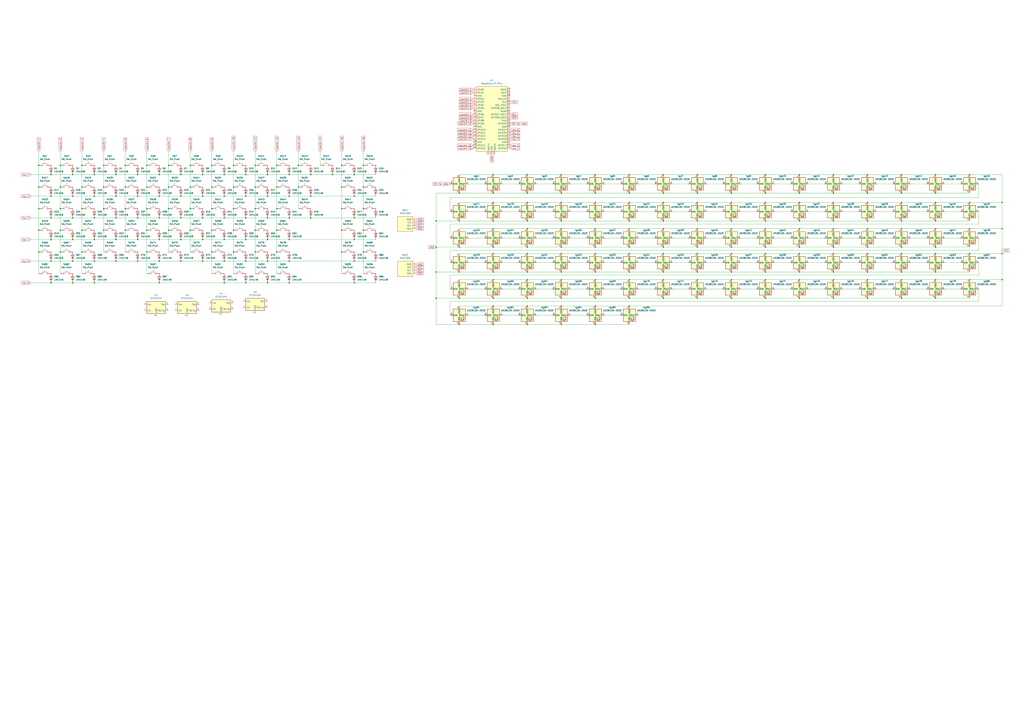
<source format=kicad_sch>
(kicad_sch (version 20250114) (generator "eeschema") (generator_version "9.0")
  (paper "A1")
  (lib_symbols
    (symbol "Diode:1N4148" (pin_numbers (hide yes)) (pin_names (hide yes))
      (property "Reference" "D" (at 0 2.54 0))
      (property "Value" "1N4148" (at 0 -2.54 0))
      (symbol "1N4148_1_1"
        (pin passive line (at -3.81 0 0) (length 2.54) (name "K") (number "1"))
        (pin passive line (at 3.81 0 180) (length 2.54) (name "A") (number "2"))
      )
    )
    (symbol "LED:WS2812B-2020" (pin_names (offset 0.254))
      (property "Reference" "D" (at 5.08 5.715 0))
      (property "Value" "WS2812B-2020" (at 1.27 -5.715 0))
      (symbol "WS2812B-2020_0_0"
        (text "RGB" (at 2.286 -4.191 0) (effects (font (size 0.762 0.762))))
      )
      (symbol "WS2812B-2020_1_1"
        (pin input line (at -7.62 0 0) (length 2.54) (name "DIN") (number "3"))
        (pin power_in line (at 0 7.62 270) (length 2.54) (name "VDD") (number "4"))
        (pin power_in line (at 0 -7.62 90) (length 2.54) (name "VSS") (number "2"))
        (pin output line (at 7.62 0 180) (length 2.54) (name "DOUT") (number "1"))
      )
    )
    (symbol "Regulator_Switching:ST1S12XX"
      (property "Reference" "U" (at -7.62 6.35 0))
      (property "Value" "ST1S12XX" (at 6.35 -6.35 0))
      (symbol "ST1S12XX_1_1"
        (pin input line (at -10.16 2.54 0) (length 2.54) (name "V_{IN}") (number "4"))
        (pin input line (at -10.16 -2.54 0) (length 2.54) (name "EN") (number "1"))
        (pin power_in line (at 0 -7.62 90) (length 2.54) (name "GND") (number "2"))
        (pin output line (at 10.16 2.54 180) (length 2.54) (name "SW") (number "3"))
        (pin input line (at 10.16 -2.54 180) (length 2.54) (name "FB/V_{O}") (number "5"))
      )
    )
    (symbol "ScottoKeebs:MCU_Raspberry_Pi_Pico"
      (property "Reference" "U" (at 0 0 0))
      (property "Value" "Raspberry_Pi_Pico" (at 0 27.94 0))
      (symbol "MCU_Raspberry_Pi_Pico_1_1"
        (pin bidirectional line (at -15.24 24.13 0) (length 2.54) (name "GPIO0") (number "1"))
        (pin bidirectional line (at -15.24 21.59 0) (length 2.54) (name "GPIO1") (number "2"))
        (pin power_in line (at -15.24 19.05 0) (length 2.54) (name "GND") (number "3"))
        (pin bidirectional line (at -15.24 16.51 0) (length 2.54) (name "GPIO2") (number "4"))
        (pin bidirectional line (at -15.24 13.97 0) (length 2.54) (name "GPIO3") (number "5"))
        (pin bidirectional line (at -15.24 11.43 0) (length 2.54) (name "GPIO4") (number "6"))
        (pin bidirectional line (at -15.24 8.89 0) (length 2.54) (name "GPIO5") (number "7"))
        (pin power_in line (at -15.24 6.35 0) (length 2.54) (name "GND") (number "8"))
        (pin bidirectional line (at -15.24 3.81 0) (length 2.54) (name "GPIO6") (number "9"))
        (pin bidirectional line (at -15.24 1.27 0) (length 2.54) (name "GPIO7") (number "10"))
        (pin bidirectional line (at -15.24 -1.27 0) (length 2.54) (name "GPIO8") (number "11"))
        (pin bidirectional line (at -15.24 -3.81 0) (length 2.54) (name "GPIO9") (number "12"))
        (pin power_in line (at -15.24 -6.35 0) (length 2.54) (name "GND") (number "13"))
        (pin bidirectional line (at -15.24 -8.89 0) (length 2.54) (name "GPIO10") (number "14"))
        (pin bidirectional line (at -15.24 -11.43 0) (length 2.54) (name "GPIO11") (number "15"))
        (pin bidirectional line (at -15.24 -13.97 0) (length 2.54) (name "GPIO12") (number "16"))
        (pin bidirectional line (at -15.24 -16.51 0) (length 2.54) (name "GPIO13") (number "17"))
        (pin power_in line (at -15.24 -19.05 0) (length 2.54) (name "GND") (number "18"))
        (pin bidirectional line (at -15.24 -21.59 0) (length 2.54) (name "GPIO14") (number "19"))
        (pin bidirectional line (at -15.24 -24.13 0) (length 2.54) (name "GPIO15") (number "20"))
        (pin input line (at -2.54 -29.21 90) (length 2.54) (name "SWCLK") (number "41"))
        (pin power_in line (at 0 -29.21 90) (length 2.54) (name "GND") (number "42"))
        (pin bidirectional line (at 2.54 -29.21 90) (length 2.54) (name "SWDIO") (number "43"))
        (pin power_in line (at 15.24 24.13 180) (length 2.54) (name "VBUS") (number "40"))
        (pin power_in line (at 15.24 21.59 180) (length 2.54) (name "VSYS") (number "39"))
        (pin bidirectional line (at 15.24 19.05 180) (length 2.54) (name "GND") (number "38"))
        (pin input line (at 15.24 16.51 180) (length 2.54) (name "3V3_EN") (number "37"))
        (pin power_in line (at 15.24 13.97 180) (length 2.54) (name "3V3") (number "36"))
        (pin power_in line (at 15.24 11.43 180) (length 2.54) (name "ADC_VREF") (number "35"))
        (pin bidirectional line (at 15.24 8.89 180) (length 2.54) (name "GPIO28_ADC2") (number "34"))
        (pin power_in line (at 15.24 6.35 180) (length 2.54) (name "AGND") (number "33"))
        (pin bidirectional line (at 15.24 3.81 180) (length 2.54) (name "GPIO27_ADC1") (number "32"))
        (pin bidirectional line (at 15.24 1.27 180) (length 2.54) (name "GPIO26_ADC0") (number "31"))
        (pin input line (at 15.24 -1.27 180) (length 2.54) (name "RUN") (number "30"))
        (pin bidirectional line (at 15.24 -3.81 180) (length 2.54) (name "GPIO22") (number "29"))
        (pin power_in line (at 15.24 -6.35 180) (length 2.54) (name "GND") (number "28"))
        (pin bidirectional line (at 15.24 -8.89 180) (length 2.54) (name "GPIO21") (number "27"))
        (pin bidirectional line (at 15.24 -11.43 180) (length 2.54) (name "GPIO20") (number "26"))
        (pin bidirectional line (at 15.24 -13.97 180) (length 2.54) (name "GPIO19") (number "25"))
        (pin bidirectional line (at 15.24 -16.51 180) (length 2.54) (name "GPIO18") (number "24"))
        (pin power_in line (at 15.24 -19.05 180) (length 2.54) (name "GND") (number "23"))
        (pin bidirectional line (at 15.24 -21.59 180) (length 2.54) (name "GPIO17") (number "22"))
        (pin bidirectional line (at 15.24 -24.13 180) (length 2.54) (name "GPIO16") (number "21"))
      )
    )
    (symbol "Switch:SW_Push" (pin_numbers (hide yes)) (pin_names (offset 1.016) (hide yes))
      (property "Reference" "SW" (at 1.27 2.54 0))
      (property "Value" "SW_Push" (at 0 -1.524 0))
      (symbol "SW_Push_0_1"
        (pin passive line (at -5.08 0 0) (length 2.54) (name "1") (number "1"))
        (pin passive line (at 5.08 0 180) (length 2.54) (name "2") (number "2"))
      )
    )
    (symbol "oled:SSD1306" (pin_names (offset 1.016))
      (property "Reference" "Brd" (at 0 -3.81 0))
      (property "Value" "SSD1306" (at 0 -1.27 0))
      (symbol "SSD1306_1_1"
        (pin input line (at -3.81 8.89 270) (length 2.54) (name "GND") (number "1"))
        (pin input line (at -1.27 8.89 270) (length 2.54) (name "VCC") (number "2"))
        (pin input line (at 1.27 8.89 270) (length 2.54) (name "SCL") (number "3"))
        (pin input line (at 3.81 8.89 270) (length 2.54) (name "SDA") (number "4"))
      )
    )
  )
  (junction (at 245.11 135.89))
  (junction (at 184.15 143.51))
  (junction (at 148.59 214.63))
  (junction (at 41.91 232.41))
  (junction (at 184.15 232.41))
  (junction (at 191.77 207.01))
  (junction (at 67.31 153.67))
  (junction (at 405.13 158.75))
  (junction (at 740.41 143.51))
  (junction (at 227.33 135.89))
  (junction (at 77.47 143.51))
  (junction (at 120.65 135.89))
  (junction (at 684.53 223.52))
  (junction (at 544.83 203.2))
  (junction (at 712.47 223.52))
  (junction (at 516.89 251.46))
  (junction (at 628.65 229.87))
  (junction (at 95.25 161.29))
  (junction (at 358.14 181.61))
  (junction (at 219.71 214.63))
  (junction (at 138.43 153.67))
  (junction (at 488.95 203.2))
  (junction (at 166.37 214.63))
  (junction (at 740.41 181.61))
  (junction (at 77.47 196.85))
  (junction (at 740.41 203.2))
  (junction (at 433.07 203.2))
  (junction (at 822.96 187.96))
  (junction (at 377.19 223.52))
  (junction (at 572.77 143.51))
  (junction (at 201.93 232.41))
  (junction (at 740.41 229.87))
  (junction (at 488.95 166.37))
  (junction (at 712.47 187.96))
  (junction (at 290.83 232.41))
  (junction (at 358.14 203.2))
  (junction (at 740.41 158.75))
  (junction (at 656.59 229.87))
  (junction (at 796.29 166.37))
  (junction (at 245.11 153.67))
  (junction (at 572.77 223.52))
  (junction (at 684.53 208.28))
  (junction (at 120.65 153.67))
  (junction (at 768.35 166.37))
  (junction (at 461.01 208.28))
  (junction (at 130.81 143.51))
  (junction (at 628.65 223.52))
  (junction (at 280.67 153.67))
  (junction (at 572.77 166.37))
  (junction (at 113.03 214.63))
  (junction (at 516.89 203.2))
  (junction (at 184.15 214.63))
  (junction (at 237.49 143.51))
  (junction (at 768.35 143.51))
  (junction (at 95.25 143.51))
  (junction (at 433.07 229.87))
  (junction (at 227.33 207.01))
  (junction (at 41.91 214.63))
  (junction (at 544.83 245.11))
  (junction (at 544.83 143.51))
  (junction (at 298.45 153.67))
  (junction (at 237.49 214.63))
  (junction (at 768.35 203.2))
  (junction (at 712.47 229.87))
  (junction (at 85.09 153.67))
  (junction (at 31.75 153.67))
  (junction (at 95.25 214.63))
  (junction (at 740.41 208.28))
  (junction (at 461.01 203.2))
  (junction (at 31.75 135.89))
  (junction (at 166.37 179.07))
  (junction (at 227.33 171.45))
  (junction (at 796.29 229.87))
  (junction (at 173.99 189.23))
  (junction (at 822.96 229.87))
  (junction (at 684.53 158.75))
  (junction (at 628.65 203.2))
  (junction (at 488.95 223.52))
  (junction (at 740.41 223.52))
  (junction (at 201.93 161.29))
  (junction (at 433.07 158.75))
  (junction (at 516.89 158.75))
  (junction (at 49.53 135.89))
  (junction (at 768.35 223.52))
  (junction (at 405.13 266.7))
  (junction (at 67.31 171.45))
  (junction (at 227.33 153.67))
  (junction (at 290.83 143.51))
  (junction (at 184.15 196.85))
  (junction (at 166.37 143.51))
  (junction (at 156.21 171.45))
  (junction (at 516.89 208.28))
  (junction (at 572.77 158.75))
  (junction (at 102.87 189.23))
  (junction (at 102.87 153.67))
  (junction (at 461.01 187.96))
  (junction (at 796.29 208.28))
  (junction (at 85.09 135.89))
  (junction (at 31.75 189.23))
  (junction (at 184.15 161.29))
  (junction (at 209.55 153.67))
  (junction (at 796.29 187.96))
  (junction (at 684.53 245.11))
  (junction (at 77.47 214.63))
  (junction (at 41.91 179.07))
  (junction (at 600.71 187.96))
  (junction (at 290.83 214.63))
  (junction (at 120.65 189.23))
  (junction (at 201.93 196.85))
  (junction (at 544.83 187.96))
  (junction (at 209.55 171.45))
  (junction (at 405.13 245.11))
  (junction (at 156.21 153.67))
  (junction (at 516.89 181.61))
  (junction (at 461.01 158.75))
  (junction (at 461.01 266.7))
  (junction (at 130.81 196.85))
  (junction (at 184.15 179.07))
  (junction (at 41.91 161.29))
  (junction (at 544.83 158.75))
  (junction (at 488.95 229.87))
  (junction (at 488.95 181.61))
  (junction (at 461.01 245.11))
  (junction (at 120.65 171.45))
  (junction (at 433.07 187.96))
  (junction (at 488.95 251.46))
  (junction (at 41.91 196.85))
  (junction (at 740.41 166.37))
  (junction (at 377.19 245.11))
  (junction (at 712.47 181.61))
  (junction (at 138.43 135.89))
  (junction (at 298.45 135.89))
  (junction (at 516.89 245.11))
  (junction (at 59.69 196.85))
  (junction (at 461.01 251.46))
  (junction (at 148.59 161.29))
  (junction (at 461.01 166.37))
  (junction (at 31.75 171.45))
  (junction (at 298.45 207.01))
  (junction (at 280.67 171.45))
  (junction (at 516.89 166.37))
  (junction (at 656.59 166.37))
  (junction (at 41.91 143.51))
  (junction (at 600.71 181.61))
  (junction (at 166.37 161.29))
  (junction (at 59.69 161.29))
  (junction (at 572.77 187.96))
  (junction (at 255.27 143.51))
  (junction (at 656.59 223.52))
  (junction (at 237.49 161.29))
  (junction (at 516.89 143.51))
  (junction (at 405.13 208.28))
  (junction (at 656.59 158.75))
  (junction (at 684.53 187.96))
  (junction (at 191.77 153.67))
  (junction (at 712.47 245.11))
  (junction (at 712.47 166.37))
  (junction (at 77.47 232.41))
  (junction (at 656.59 187.96))
  (junction (at 628.65 208.28))
  (junction (at 173.99 207.01))
  (junction (at 59.69 232.41))
  (junction (at 237.49 232.41))
  (junction (at 656.59 181.61))
  (junction (at 488.95 208.28))
  (junction (at 433.07 181.61))
  (junction (at 298.45 171.45))
  (junction (at 85.09 189.23))
  (junction (at 405.13 251.46))
  (junction (at 600.71 208.28))
  (junction (at 656.59 208.28))
  (junction (at 113.03 161.29))
  (junction (at 768.35 245.11))
  (junction (at 740.41 245.11))
  (junction (at 516.89 229.87))
  (junction (at 768.35 229.87))
  (junction (at 433.07 143.51))
  (junction (at 113.03 179.07))
  (junction (at 67.31 135.89))
  (junction (at 49.53 171.45))
  (junction (at 796.29 143.51))
  (junction (at 280.67 189.23))
  (junction (at 628.65 158.75))
  (junction (at 544.83 223.52))
  (junction (at 544.83 181.61))
  (junction (at 377.19 266.7))
  (junction (at 130.81 161.29))
  (junction (at 209.55 189.23))
  (junction (at 822.96 208.28))
  (junction (at 405.13 181.61))
  (junction (at 628.65 187.96))
  (junction (at 405.13 203.2))
  (junction (at 628.65 181.61))
  (junction (at 156.21 189.23))
  (junction (at 227.33 189.23))
  (junction (at 298.45 189.23))
  (junction (at 237.49 179.07))
  (junction (at 433.07 251.46))
  (junction (at 156.21 135.89))
  (junction (at 201.93 214.63))
  (junction (at 113.03 143.51))
  (junction (at 138.43 189.23))
  (junction (at 219.71 179.07))
  (junction (at 600.71 166.37))
  (junction (at 572.77 229.87))
  (junction (at 377.19 181.61))
  (junction (at 684.53 143.51))
  (junction (at 237.49 196.85))
  (junction (at 712.47 143.51))
  (junction (at 191.77 135.89))
  (junction (at 488.95 245.11))
  (junction (at 461.01 181.61))
  (junction (at 712.47 203.2))
  (junction (at 822.96 166.37))
  (junction (at 138.43 171.45))
  (junction (at 173.99 171.45))
  (junction (at 600.71 158.75))
  (junction (at 209.55 135.89))
  (junction (at 148.59 143.51))
  (junction (at 191.77 171.45))
  (junction (at 31.75 207.01))
  (junction (at 358.14 223.52))
  (junction (at 544.83 208.28))
  (junction (at 405.13 187.96))
  (junction (at 600.71 143.51))
  (junction (at 148.59 196.85))
  (junction (at 102.87 171.45))
  (junction (at 433.07 166.37))
  (junction (at 740.41 187.96))
  (junction (at 712.47 158.75))
  (junction (at 166.37 196.85))
  (junction (at 572.77 208.28))
  (junction (at 219.71 143.51))
  (junction (at 290.83 161.29))
  (junction (at 461.01 143.51))
  (junction (at 433.07 266.7))
  (junction (at 600.71 229.87))
  (junction (at 405.13 143.51))
  (junction (at 191.77 189.23))
  (junction (at 201.93 143.51))
  (junction (at 461.01 229.87))
  (junction (at 173.99 153.67))
  (junction (at 405.13 223.52))
  (junction (at 572.77 203.2))
  (junction (at 173.99 135.89))
  (junction (at 405.13 166.37))
  (junction (at 148.59 179.07))
  (junction (at 768.35 181.61))
  (junction (at 656.59 245.11))
  (junction (at 768.35 158.75))
  (junction (at 130.81 214.63))
  (junction (at 684.53 229.87))
  (junction (at 628.65 245.11))
  (junction (at 377.19 158.75))
  (junction (at 516.89 223.52))
  (junction (at 377.19 203.2))
  (junction (at 255.27 179.07))
  (junction (at 49.53 189.23))
  (junction (at 219.71 196.85))
  (junction (at 120.65 207.01))
  (junction (at 433.07 208.28))
  (junction (at 290.83 196.85))
  (junction (at 49.53 207.01))
  (junction (at 488.95 143.51))
  (junction (at 358.14 245.11))
  (junction (at 113.03 196.85))
  (junction (at 544.83 229.87))
  (junction (at 290.83 179.07))
  (junction (at 280.67 135.89))
  (junction (at 768.35 187.96))
  (junction (at 49.53 153.67))
  (junction (at 219.71 232.41))
  (junction (at 684.53 166.37))
  (junction (at 201.93 179.07))
  (junction (at 280.67 207.01))
  (junction (at 273.05 143.51))
  (junction (at 544.83 166.37))
  (junction (at 67.31 207.01))
  (junction (at 656.59 143.51))
  (junction (at 95.25 179.07))
  (junction (at 405.13 229.87))
  (junction (at 488.95 187.96))
  (junction (at 712.47 208.28))
  (junction (at 102.87 135.89))
  (junction (at 656.59 203.2))
  (junction (at 59.69 143.51))
  (junction (at 572.77 245.11))
  (junction (at 516.89 187.96))
  (junction (at 77.47 161.29))
  (junction (at 67.31 189.23))
  (junction (at 628.65 166.37))
  (junction (at 59.69 214.63))
  (junction (at 85.09 171.45))
  (junction (at 433.07 223.52))
  (junction (at 488.95 266.7))
  (junction (at 130.81 232.41))
  (junction (at 95.25 196.85))
  (junction (at 600.71 245.11))
  (junction (at 488.95 158.75))
  (junction (at 209.55 207.01))
  (junction (at 219.71 161.29))
  (junction (at 461.01 223.52))
  (junction (at 59.69 179.07))
  (junction (at 255.27 161.29))
  (junction (at 572.77 181.61))
  (junction (at 628.65 143.51))
  (junction (at 130.81 179.07))
  (junction (at 77.47 179.07))
  (junction (at 768.35 208.28))
  (junction (at 600.71 223.52))
  (junction (at 433.07 245.11))
  (junction (at 600.71 203.2))
  (junction (at 684.53 181.61))
  (junction (at 684.53 203.2))
  (wire (pts (xy 405.13 229.87) (xy 433.07 229.87)))
  (wire (pts (xy 173.99 171.45) (xy 173.99 189.23)))
  (wire (pts (xy 433.07 229.87) (xy 461.01 229.87)))
  (wire (pts (xy 31.75 124.46) (xy 31.75 135.89)))
  (wire (pts (xy 461.01 166.37) (xy 488.95 166.37)))
  (wire (pts (xy 280.67 135.89) (xy 280.67 153.67)))
  (wire (pts (xy 712.47 245.11) (xy 740.41 245.11)))
  (wire (pts (xy 461.01 187.96) (xy 488.95 187.96)))
  (wire (pts (xy 748.03 151.13) (xy 760.73 151.13)))
  (wire (pts (xy 468.63 173.99) (xy 481.33 173.99)))
  (wire (pts (xy 227.33 189.23) (xy 227.33 207.01)))
  (wire (pts (xy 358.14 203.2) (xy 377.19 203.2)))
  (wire (pts (xy 768.35 143.51) (xy 796.29 143.51)))
  (wire (pts (xy 191.77 135.89) (xy 191.77 153.67)))
  (wire (pts (xy 496.57 215.9) (xy 509.27 215.9)))
  (wire (pts (xy 148.59 161.29) (xy 166.37 161.29)))
  (wire (pts (xy 255.27 143.51) (xy 273.05 143.51)))
  (wire (pts (xy 600.71 245.11) (xy 628.65 245.11)))
  (wire (pts (xy 433.07 203.2) (xy 461.01 203.2)))
  (wire (pts (xy 740.41 187.96) (xy 768.35 187.96)))
  (wire (pts (xy 405.13 203.2) (xy 433.07 203.2)))
  (wire (pts (xy 433.07 251.46) (xy 461.01 251.46)))
  (wire (pts (xy 552.45 195.58) (xy 565.15 195.58)))
  (wire (pts (xy 130.81 196.85) (xy 148.59 196.85)))
  (wire (pts (xy 377.19 143.51) (xy 405.13 143.51)))
  (wire (pts (xy 796.29 208.28) (xy 822.96 208.28)))
  (wire (pts (xy 369.57 226.06) (xy 369.57 237.49)))
  (wire (pts (xy 31.75 189.23) (xy 31.75 207.01)))
  (wire (pts (xy 608.33 195.58) (xy 621.03 195.58)))
  (wire (pts (xy 412.75 237.49) (xy 425.45 237.49)))
  (wire (pts (xy 138.43 153.67) (xy 138.43 171.45)))
  (wire (pts (xy 768.35 181.61) (xy 796.29 181.61)))
  (wire (pts (xy 433.07 266.7) (xy 461.01 266.7)))
  (wire (pts (xy 173.99 189.23) (xy 173.99 207.01)))
  (wire (pts (xy 113.03 143.51) (xy 130.81 143.51)))
  (wire (pts (xy 290.83 161.29) (xy 308.61 161.29)))
  (wire (pts (xy 516.89 143.51) (xy 544.83 143.51)))
  (wire (pts (xy 412.75 173.99) (xy 425.45 173.99)))
  (wire (pts (xy 580.39 237.49) (xy 593.09 237.49)))
  (wire (pts (xy 209.55 207.01) (xy 209.55 224.79)))
  (wire (pts (xy 664.21 195.58) (xy 676.91 195.58)))
  (wire (pts (xy 461.01 245.11) (xy 488.95 245.11)))
  (wire (pts (xy 405.13 143.51) (xy 433.07 143.51)))
  (wire (pts (xy 628.65 158.75) (xy 656.59 158.75)))
  (wire (pts (xy 775.97 151.13) (xy 788.67 151.13)))
  (wire (pts (xy 377.19 223.52) (xy 405.13 223.52)))
  (wire (pts (xy 768.35 208.28) (xy 796.29 208.28)))
  (wire (pts (xy 572.77 143.51) (xy 600.71 143.51)))
  (wire (pts (xy 712.47 158.75) (xy 740.41 158.75)))
  (wire (pts (xy 684.53 166.37) (xy 712.47 166.37)))
  (wire (pts (xy 201.93 214.63) (xy 219.71 214.63)))
  (wire (pts (xy 656.59 158.75) (xy 684.53 158.75)))
  (wire (pts (xy 113.03 214.63) (xy 130.81 214.63)))
  (wire (pts (xy 600.71 158.75) (xy 628.65 158.75)))
  (wire (pts (xy 768.35 187.96) (xy 796.29 187.96)))
  (wire (pts (xy 572.77 245.11) (xy 600.71 245.11)))
  (wire (pts (xy 712.47 229.87) (xy 740.41 229.87)))
  (wire (pts (xy 544.83 158.75) (xy 572.77 158.75)))
  (wire (pts (xy 298.45 124.46) (xy 298.45 135.89)))
  (wire (pts (xy 59.69 143.51) (xy 77.47 143.51)))
  (wire (pts (xy 440.69 259.08) (xy 453.39 259.08)))
  (wire (pts (xy 358.14 158.75) (xy 358.14 181.61)))
  (wire (pts (xy 628.65 143.51) (xy 656.59 143.51)))
  (wire (pts (xy 628.65 208.28) (xy 656.59 208.28)))
  (wire (pts (xy 148.59 196.85) (xy 166.37 196.85)))
  (wire (pts (xy 488.95 208.28) (xy 516.89 208.28)))
  (wire (pts (xy 656.59 223.52) (xy 684.53 223.52)))
  (wire (pts (xy 628.65 229.87) (xy 656.59 229.87)))
  (wire (pts (xy 41.91 196.85) (xy 41.91 198.12)))
  (wire (pts (xy 516.89 208.28) (xy 544.83 208.28)))
  (wire (pts (xy 156.21 153.67) (xy 156.21 171.45)))
  (wire (pts (xy 440.69 173.99) (xy 453.39 173.99)))
  (wire (pts (xy 25.4 161.29) (xy 41.91 161.29)))
  (wire (pts (xy 369.57 247.65) (xy 369.57 259.08)))
  (wire (pts (xy 803.91 237.49) (xy 803.91 247.65)))
  (wire (pts (xy 384.81 237.49) (xy 397.51 237.49)))
  (wire (pts (xy 684.53 158.75) (xy 712.47 158.75)))
  (wire (pts (xy 377.19 251.46) (xy 405.13 251.46)))
  (wire (pts (xy 138.43 124.46) (xy 138.43 135.89)))
  (wire (pts (xy 358.14 181.61) (xy 377.19 181.61)))
  (wire (pts (xy 544.83 143.51) (xy 572.77 143.51)))
  (wire (pts (xy 219.71 214.63) (xy 237.49 214.63)))
  (wire (pts (xy 219.71 179.07) (xy 237.49 179.07)))
  (wire (pts (xy 138.43 135.89) (xy 138.43 153.67)))
  (wire (pts (xy 768.35 229.87) (xy 796.29 229.87)))
  (wire (pts (xy 369.57 205.74) (xy 369.57 215.9)))
  (wire (pts (xy 516.89 166.37) (xy 544.83 166.37)))
  (wire (pts (xy 468.63 151.13) (xy 481.33 151.13)))
  (wire (pts (xy 120.65 135.89) (xy 120.65 153.67)))
  (wire (pts (xy 405.13 181.61) (xy 433.07 181.61)))
  (wire (pts (xy 173.99 124.46) (xy 173.99 135.89)))
  (wire (pts (xy 656.59 181.61) (xy 684.53 181.61)))
  (wire (pts (xy 552.45 151.13) (xy 565.15 151.13)))
  (wire (pts (xy 95.25 214.63) (xy 113.03 214.63)))
  (wire (pts (xy 227.33 153.67) (xy 227.33 171.45)))
  (wire (pts (xy 201.93 232.41) (xy 219.71 232.41)))
  (wire (pts (xy 95.25 143.51) (xy 113.03 143.51)))
  (wire (pts (xy 412.75 259.08) (xy 425.45 259.08)))
  (wire (pts (xy 712.47 143.51) (xy 740.41 143.51)))
  (wire (pts (xy 31.75 153.67) (xy 31.75 171.45)))
  (wire (pts (xy 41.91 161.29) (xy 59.69 161.29)))
  (wire (pts (xy 636.27 151.13) (xy 648.97 151.13)))
  (wire (pts (xy 628.65 187.96) (xy 656.59 187.96)))
  (wire (pts (xy 184.15 214.63) (xy 201.93 214.63)))
  (wire (pts (xy 468.63 259.08) (xy 481.33 259.08)))
  (wire (pts (xy 496.57 259.08) (xy 509.27 259.08)))
  (wire (pts (xy 358.14 203.2) (xy 358.14 223.52)))
  (wire (pts (xy 461.01 158.75) (xy 488.95 158.75)))
  (wire (pts (xy 49.53 171.45) (xy 49.53 189.23)))
  (wire (pts (xy 290.83 143.51) (xy 308.61 143.51)))
  (wire (pts (xy 544.83 187.96) (xy 572.77 187.96)))
  (wire (pts (xy 656.59 143.51) (xy 684.53 143.51)))
  (wire (pts (xy 102.87 124.46) (xy 102.87 135.89)))
  (wire (pts (xy 369.57 195.58) (xy 369.57 184.15)))
  (wire (pts (xy 184.15 143.51) (xy 201.93 143.51)))
  (wire (pts (xy 41.91 196.85) (xy 59.69 196.85)))
  (wire (pts (xy 461.01 266.7) (xy 488.95 266.7)))
  (wire (pts (xy 219.71 232.41) (xy 237.49 232.41)))
  (wire (pts (xy 580.39 151.13) (xy 593.09 151.13)))
  (wire (pts (xy 384.81 173.99) (xy 397.51 173.99)))
  (wire (pts (xy 191.77 171.45) (xy 191.77 189.23)))
  (wire (pts (xy 488.95 143.51) (xy 516.89 143.51)))
  (wire (pts (xy 748.03 215.9) (xy 760.73 215.9)))
  (wire (pts (xy 67.31 124.46) (xy 67.31 135.89)))
  (wire (pts (xy 209.55 153.67) (xy 209.55 171.45)))
  (wire (pts (xy 377.19 158.75) (xy 405.13 158.75)))
  (wire (pts (xy 822.96 187.96) (xy 822.96 208.28)))
  (wire (pts (xy 600.71 208.28) (xy 628.65 208.28)))
  (wire (pts (xy 740.41 181.61) (xy 768.35 181.61)))
  (wire (pts (xy 516.89 158.75) (xy 544.83 158.75)))
  (wire (pts (xy 488.95 166.37) (xy 516.89 166.37)))
  (wire (pts (xy 692.15 215.9) (xy 704.85 215.9)))
  (wire (pts (xy 608.33 151.13) (xy 621.03 151.13)))
  (wire (pts (xy 201.93 196.85) (xy 219.71 196.85)))
  (wire (pts (xy 280.67 171.45) (xy 280.67 189.23)))
  (wire (pts (xy 468.63 237.49) (xy 481.33 237.49)))
  (wire (pts (xy 358.14 245.11) (xy 377.19 245.11)))
  (wire (pts (xy 280.67 207.01) (xy 280.67 224.79)))
  (wire (pts (xy 580.39 173.99) (xy 593.09 173.99)))
  (wire (pts (xy 684.53 181.61) (xy 712.47 181.61)))
  (wire (pts (xy 412.75 215.9) (xy 425.45 215.9)))
  (wire (pts (xy 803.91 215.9) (xy 803.91 226.06)))
  (wire (pts (xy 95.25 179.07) (xy 113.03 179.07)))
  (wire (pts (xy 440.69 195.58) (xy 453.39 195.58)))
  (wire (pts (xy 740.41 245.11) (xy 768.35 245.11)))
  (wire (pts (xy 572.77 166.37) (xy 600.71 166.37)))
  (wire (pts (xy 405.13 166.37) (xy 433.07 166.37)))
  (wire (pts (xy 684.53 143.51) (xy 712.47 143.51)))
  (wire (pts (xy 461.01 203.2) (xy 488.95 203.2)))
  (wire (pts (xy 720.09 173.99) (xy 732.79 173.99)))
  (wire (pts (xy 440.69 151.13) (xy 453.39 151.13)))
  (wire (pts (xy 298.45 189.23) (xy 298.45 207.01)))
  (wire (pts (xy 608.33 215.9) (xy 621.03 215.9)))
  (wire (pts (xy 488.95 251.46) (xy 516.89 251.46)))
  (wire (pts (xy 822.96 166.37) (xy 822.96 187.96)))
  (wire (pts (xy 572.77 158.75) (xy 600.71 158.75)))
  (wire (pts (xy 95.25 196.85) (xy 113.03 196.85)))
  (wire (pts (xy 775.97 173.99) (xy 788.67 173.99)))
  (wire (pts (xy 768.35 166.37) (xy 796.29 166.37)))
  (wire (pts (xy 209.55 189.23) (xy 209.55 207.01)))
  (wire (pts (xy 656.59 187.96) (xy 684.53 187.96)))
  (wire (pts (xy 803.91 184.15) (xy 803.91 173.99)))
  (wire (pts (xy 31.75 171.45) (xy 31.75 189.23)))
  (wire (pts (xy 85.09 153.67) (xy 85.09 171.45)))
  (wire (pts (xy 740.41 208.28) (xy 768.35 208.28)))
  (wire (pts (xy 245.11 135.89) (xy 245.11 153.67)))
  (wire (pts (xy 219.71 143.51) (xy 237.49 143.51)))
  (wire (pts (xy 298.45 171.45) (xy 298.45 189.23)))
  (wire (pts (xy 692.15 237.49) (xy 704.85 237.49)))
  (wire (pts (xy 384.81 259.08) (xy 397.51 259.08)))
  (wire (pts (xy 130.81 161.29) (xy 148.59 161.29)))
  (wire (pts (xy 580.39 215.9) (xy 593.09 215.9)))
  (wire (pts (xy 608.33 237.49) (xy 621.03 237.49)))
  (wire (pts (xy 77.47 179.07) (xy 95.25 179.07)))
  (wire (pts (xy 544.83 223.52) (xy 572.77 223.52)))
  (wire (pts (xy 191.77 189.23) (xy 191.77 207.01)))
  (wire (pts (xy 102.87 153.67) (xy 102.87 171.45)))
  (wire (pts (xy 488.95 229.87) (xy 516.89 229.87)))
  (wire (pts (xy 405.13 251.46) (xy 433.07 251.46)))
  (wire (pts (xy 692.15 151.13) (xy 704.85 151.13)))
  (wire (pts (xy 31.75 135.89) (xy 31.75 153.67)))
  (wire (pts (xy 433.07 166.37) (xy 461.01 166.37)))
  (wire (pts (xy 191.77 153.67) (xy 191.77 171.45)))
  (wire (pts (xy 768.35 203.2) (xy 796.29 203.2)))
  (wire (pts (xy 712.47 181.61) (xy 740.41 181.61)))
  (wire (pts (xy 433.07 143.51) (xy 461.01 143.51)))
  (wire (pts (xy 803.91 195.58) (xy 803.91 205.74)))
  (wire (pts (xy 102.87 135.89) (xy 102.87 153.67)))
  (wire (pts (xy 59.69 232.41) (xy 77.47 232.41)))
  (wire (pts (xy 572.77 223.52) (xy 600.71 223.52)))
  (wire (pts (xy 684.53 208.28) (xy 712.47 208.28)))
  (wire (pts (xy 768.35 245.11) (xy 796.29 245.11)))
  (wire (pts (xy 41.91 179.07) (xy 59.69 179.07)))
  (wire (pts (xy 237.49 143.51) (xy 255.27 143.51)))
  (wire (pts (xy 166.37 214.63) (xy 184.15 214.63)))
  (wire (pts (xy 184.15 179.07) (xy 201.93 179.07)))
  (wire (pts (xy 280.67 124.46) (xy 280.67 135.89)))
  (wire (pts (xy 803.91 247.65) (xy 369.57 247.65)))
  (wire (pts (xy 130.81 143.51) (xy 148.59 143.51)))
  (wire (pts (xy 740.41 143.51) (xy 768.35 143.51)))
  (wire (pts (xy 822.96 143.51) (xy 822.96 166.37)))
  (wire (pts (xy 25.4 179.07) (xy 41.91 179.07)))
  (wire (pts (xy 41.91 214.63) (xy 59.69 214.63)))
  (wire (pts (xy 488.95 245.11) (xy 516.89 245.11)))
  (wire (pts (xy 692.15 195.58) (xy 704.85 195.58)))
  (wire (pts (xy 113.03 179.07) (xy 130.81 179.07)))
  (wire (pts (xy 120.65 153.67) (xy 120.65 171.45)))
  (wire (pts (xy 262.89 124.46) (xy 262.89 135.89)))
  (wire (pts (xy 85.09 124.46) (xy 85.09 135.89)))
  (wire (pts (xy 712.47 166.37) (xy 740.41 166.37)))
  (wire (pts (xy 405.13 266.7) (xy 433.07 266.7)))
  (wire (pts (xy 524.51 195.58) (xy 537.21 195.58)))
  (wire (pts (xy 803.91 226.06) (xy 369.57 226.06)))
  (wire (pts (xy 636.27 215.9) (xy 648.97 215.9)))
  (wire (pts (xy 298.45 153.67) (xy 298.45 171.45)))
  (wire (pts (xy 191.77 207.01) (xy 191.77 224.79)))
  (wire (pts (xy 59.69 161.29) (xy 77.47 161.29)))
  (wire (pts (xy 684.53 245.11) (xy 712.47 245.11)))
  (wire (pts (xy 369.57 162.56) (xy 369.57 173.99)))
  (wire (pts (xy 796.29 143.51) (xy 822.96 143.51)))
  (wire (pts (xy 280.67 189.23) (xy 280.67 207.01)))
  (wire (pts (xy 77.47 161.29) (xy 95.25 161.29)))
  (wire (pts (xy 290.83 232.41) (xy 308.61 232.41)))
  (wire (pts (xy 822.96 251.46) (xy 822.96 229.87)))
  (wire (pts (xy 384.81 195.58) (xy 397.51 195.58)))
  (wire (pts (xy 49.53 124.46) (xy 49.53 135.89)))
  (wire (pts (xy 720.09 215.9) (xy 732.79 215.9)))
  (wire (pts (xy 102.87 171.45) (xy 102.87 189.23)))
  (wire (pts (xy 628.65 245.11) (xy 656.59 245.11)))
  (wire (pts (xy 636.27 237.49) (xy 648.97 237.49)))
  (wire (pts (xy 461.01 181.61) (xy 488.95 181.61)))
  (wire (pts (xy 516.89 187.96) (xy 544.83 187.96)))
  (wire (pts (xy 803.91 162.56) (xy 369.57 162.56)))
  (wire (pts (xy 25.4 232.41) (xy 41.91 232.41)))
  (wire (pts (xy 496.57 173.99) (xy 509.27 173.99)))
  (wire (pts (xy 245.11 153.67) (xy 245.11 171.45)))
  (wire (pts (xy 516.89 181.61) (xy 544.83 181.61)))
  (wire (pts (xy 49.53 153.67) (xy 49.53 171.45)))
  (wire (pts (xy 461.01 223.52) (xy 488.95 223.52)))
  (wire (pts (xy 544.83 208.28) (xy 572.77 208.28)))
  (wire (pts (xy 41.91 143.51) (xy 59.69 143.51)))
  (wire (pts (xy 461.01 251.46) (xy 488.95 251.46)))
  (wire (pts (xy 544.83 245.11) (xy 572.77 245.11)))
  (wire (pts (xy 102.87 189.23) (xy 102.87 207.01)))
  (wire (pts (xy 273.05 143.51) (xy 290.83 143.51)))
  (wire (pts (xy 49.53 135.89) (xy 49.53 153.67)))
  (wire (pts (xy 369.57 184.15) (xy 803.91 184.15)))
  (wire (pts (xy 552.45 173.99) (xy 565.15 173.99)))
  (wire (pts (xy 201.93 161.29) (xy 219.71 161.29)))
  (wire (pts (xy 227.33 171.45) (xy 227.33 189.23)))
  (wire (pts (xy 544.83 166.37) (xy 572.77 166.37)))
  (wire (pts (xy 148.59 214.63) (xy 166.37 214.63)))
  (wire (pts (xy 740.41 223.52) (xy 768.35 223.52)))
  (wire (pts (xy 712.47 187.96) (xy 740.41 187.96)))
  (wire (pts (xy 572.77 203.2) (xy 600.71 203.2)))
  (wire (pts (xy 552.45 215.9) (xy 565.15 215.9)))
  (wire (pts (xy 156.21 124.46) (xy 156.21 135.89)))
  (wire (pts (xy 201.93 143.51) (xy 219.71 143.51)))
  (wire (pts (xy 191.77 124.46) (xy 191.77 135.89)))
  (wire (pts (xy 516.89 203.2) (xy 544.83 203.2)))
  (wire (pts (xy 237.49 179.07) (xy 255.27 179.07)))
  (wire (pts (xy 488.95 203.2) (xy 516.89 203.2)))
  (wire (pts (xy 412.75 195.58) (xy 425.45 195.58)))
  (wire (pts (xy 552.45 237.49) (xy 565.15 237.49)))
  (wire (pts (xy 664.21 173.99) (xy 676.91 173.99)))
  (wire (pts (xy 712.47 203.2) (xy 740.41 203.2)))
  (wire (pts (xy 166.37 179.07) (xy 184.15 179.07)))
  (wire (pts (xy 49.53 189.23) (xy 49.53 207.01)))
  (wire (pts (xy 720.09 195.58) (xy 732.79 195.58)))
  (wire (pts (xy 656.59 166.37) (xy 684.53 166.37)))
  (wire (pts (xy 173.99 207.01) (xy 173.99 224.79)))
  (wire (pts (xy 227.33 124.46) (xy 227.33 135.89)))
  (wire (pts (xy 237.49 161.29) (xy 255.27 161.29)))
  (wire (pts (xy 237.49 196.85) (xy 290.83 196.85)))
  (wire (pts (xy 201.93 179.07) (xy 219.71 179.07)))
  (wire (pts (xy 468.63 195.58) (xy 481.33 195.58)))
  (wire (pts (xy 173.99 135.89) (xy 173.99 153.67)))
  (wire (pts (xy 656.59 229.87) (xy 684.53 229.87)))
  (wire (pts (xy 684.53 229.87) (xy 712.47 229.87)))
  (wire (pts (xy 740.41 158.75) (xy 768.35 158.75)))
  (wire (pts (xy 67.31 207.01) (xy 67.31 224.79)))
  (wire (pts (xy 290.83 179.07) (xy 308.61 179.07)))
  (wire (pts (xy 775.97 195.58) (xy 788.67 195.58)))
  (wire (pts (xy 600.71 229.87) (xy 628.65 229.87)))
  (wire (pts (xy 822.96 208.28) (xy 822.96 229.87)))
  (wire (pts (xy 684.53 223.52) (xy 712.47 223.52)))
  (wire (pts (xy 67.31 189.23) (xy 67.31 207.01)))
  (wire (pts (xy 184.15 232.41) (xy 201.93 232.41)))
  (wire (pts (xy 488.95 158.75) (xy 516.89 158.75)))
  (wire (pts (xy 803.91 151.13) (xy 803.91 162.56)))
  (wire (pts (xy 120.65 207.01) (xy 120.65 224.79)))
  (wire (pts (xy 803.91 205.74) (xy 369.57 205.74)))
  (wire (pts (xy 377.19 245.11) (xy 405.13 245.11)))
  (wire (pts (xy 138.43 189.23) (xy 138.43 207.01)))
  (wire (pts (xy 130.81 214.63) (xy 148.59 214.63)))
  (wire (pts (xy 524.51 237.49) (xy 537.21 237.49)))
  (wire (pts (xy 524.51 215.9) (xy 537.21 215.9)))
  (wire (pts (xy 166.37 196.85) (xy 184.15 196.85)))
  (wire (pts (xy 636.27 173.99) (xy 648.97 173.99)))
  (wire (pts (xy 173.99 153.67) (xy 173.99 171.45)))
  (wire (pts (xy 488.95 266.7) (xy 516.89 266.7)))
  (wire (pts (xy 280.67 153.67) (xy 280.67 171.45)))
  (wire (pts (xy 664.21 215.9) (xy 676.91 215.9)))
  (wire (pts (xy 664.21 237.49) (xy 676.91 237.49)))
  (wire (pts (xy 67.31 135.89) (xy 67.31 153.67)))
  (wire (pts (xy 255.27 161.29) (xy 290.83 161.29)))
  (wire (pts (xy 608.33 173.99) (xy 621.03 173.99)))
  (wire (pts (xy 748.03 237.49) (xy 760.73 237.49)))
  (wire (pts (xy 572.77 229.87) (xy 600.71 229.87)))
  (wire (pts (xy 433.07 245.11) (xy 461.01 245.11)))
  (wire (pts (xy 77.47 232.41) (xy 130.81 232.41)))
  (wire (pts (xy 684.53 187.96) (xy 712.47 187.96)))
  (wire (pts (xy 572.77 187.96) (xy 600.71 187.96)))
  (wire (pts (xy 580.39 195.58) (xy 593.09 195.58)))
  (wire (pts (xy 120.65 124.46) (xy 120.65 135.89)))
  (wire (pts (xy 49.53 207.01) (xy 49.53 224.79)))
  (wire (pts (xy 166.37 143.51) (xy 184.15 143.51)))
  (wire (pts (xy 298.45 135.89) (xy 298.45 153.67)))
  (wire (pts (xy 748.03 173.99) (xy 760.73 173.99)))
  (wire (pts (xy 67.31 171.45) (xy 67.31 189.23)))
  (wire (pts (xy 516.89 223.52) (xy 544.83 223.52)))
  (wire (pts (xy 59.69 214.63) (xy 77.47 214.63)))
  (wire (pts (xy 237.49 232.41) (xy 290.83 232.41)))
  (wire (pts (xy 496.57 151.13) (xy 509.27 151.13)))
  (wire (pts (xy 377.19 266.7) (xy 405.13 266.7)))
  (wire (pts (xy 524.51 151.13) (xy 537.21 151.13)))
  (wire (pts (xy 377.19 166.37) (xy 405.13 166.37)))
  (wire (pts (xy 245.11 124.46) (xy 245.11 135.89)))
  (wire (pts (xy 219.71 161.29) (xy 237.49 161.29)))
  (wire (pts (xy 433.07 187.96) (xy 461.01 187.96)))
  (wire (pts (xy 600.71 166.37) (xy 628.65 166.37)))
  (wire (pts (xy 59.69 196.85) (xy 77.47 196.85)))
  (wire (pts (xy 209.55 171.45) (xy 209.55 189.23)))
  (wire (pts (xy 255.27 179.07) (xy 290.83 179.07)))
  (wire (pts (xy 405.13 245.11) (xy 433.07 245.11)))
  (wire (pts (xy 496.57 237.49) (xy 509.27 237.49)))
  (wire (pts (xy 461.01 208.28) (xy 488.95 208.28)))
  (wire (pts (xy 25.4 143.51) (xy 41.91 143.51)))
  (wire (pts (xy 184.15 196.85) (xy 201.93 196.85)))
  (wire (pts (xy 25.4 196.85) (xy 41.91 196.85)))
  (wire (pts (xy 77.47 196.85) (xy 95.25 196.85)))
  (wire (pts (xy 768.35 223.52) (xy 796.29 223.52)))
  (wire (pts (xy 25.4 214.63) (xy 41.91 214.63)))
  (wire (pts (xy 796.29 166.37) (xy 822.96 166.37)))
  (wire (pts (xy 130.81 179.07) (xy 148.59 179.07)))
  (wire (pts (xy 166.37 161.29) (xy 184.15 161.29)))
  (wire (pts (xy 377.19 187.96) (xy 405.13 187.96)))
  (wire (pts (xy 31.75 207.01) (xy 31.75 224.79)))
  (wire (pts (xy 461.01 229.87) (xy 488.95 229.87)))
  (wire (pts (xy 433.07 223.52) (xy 461.01 223.52)))
  (wire (pts (xy 156.21 171.45) (xy 156.21 189.23)))
  (wire (pts (xy 516.89 251.46) (xy 822.96 251.46)))
  (wire (pts (xy 120.65 189.23) (xy 120.65 207.01)))
  (wire (pts (xy 377.19 203.2) (xy 405.13 203.2)))
  (wire (pts (xy 712.47 223.52) (xy 740.41 223.52)))
  (wire (pts (xy 692.15 173.99) (xy 704.85 173.99)))
  (wire (pts (xy 775.97 215.9) (xy 788.67 215.9)))
  (wire (pts (xy 67.31 153.67) (xy 67.31 171.45)))
  (wire (pts (xy 544.83 181.61) (xy 572.77 181.61)))
  (wire (pts (xy 209.55 135.89) (xy 209.55 153.67)))
  (wire (pts (xy 77.47 214.63) (xy 95.25 214.63)))
  (wire (pts (xy 600.71 187.96) (xy 628.65 187.96)))
  (wire (pts (xy 488.95 181.61) (xy 516.89 181.61)))
  (wire (pts (xy 488.95 187.96) (xy 516.89 187.96)))
  (wire (pts (xy 544.83 203.2) (xy 572.77 203.2)))
  (wire (pts (xy 412.75 151.13) (xy 425.45 151.13)))
  (wire (pts (xy 358.14 223.52) (xy 358.14 245.11)))
  (wire (pts (xy 516.89 229.87) (xy 544.83 229.87)))
  (wire (pts (xy 377.19 158.75) (xy 358.14 158.75)))
  (wire (pts (xy 298.45 207.01) (xy 298.45 224.79)))
  (wire (pts (xy 113.03 161.29) (xy 130.81 161.29)))
  (wire (pts (xy 405.13 223.52) (xy 433.07 223.52)))
  (wire (pts (xy 748.03 195.58) (xy 760.73 195.58)))
  (wire (pts (xy 227.33 207.01) (xy 227.33 224.79)))
  (wire (pts (xy 290.83 214.63) (xy 308.61 214.63)))
  (wire (pts (xy 572.77 208.28) (xy 600.71 208.28)))
  (wire (pts (xy 656.59 203.2) (xy 684.53 203.2)))
  (wire (pts (xy 720.09 237.49) (xy 732.79 237.49)))
  (wire (pts (xy 712.47 208.28) (xy 740.41 208.28)))
  (wire (pts (xy 775.97 237.49) (xy 788.67 237.49)))
  (wire (pts (xy 184.15 161.29) (xy 201.93 161.29)))
  (wire (pts (xy 628.65 166.37) (xy 656.59 166.37)))
  (wire (pts (xy 628.65 181.61) (xy 656.59 181.61)))
  (wire (pts (xy 600.71 223.52) (xy 628.65 223.52)))
  (wire (pts (xy 138.43 171.45) (xy 138.43 189.23)))
  (wire (pts (xy 488.95 223.52) (xy 516.89 223.52)))
  (wire (pts (xy 600.71 203.2) (xy 628.65 203.2)))
  (wire (pts (xy 237.49 214.63) (xy 290.83 214.63)))
  (wire (pts (xy 148.59 179.07) (xy 166.37 179.07)))
  (wire (pts (xy 148.59 143.51) (xy 166.37 143.51)))
  (wire (pts (xy 227.33 135.89) (xy 227.33 153.67)))
  (wire (pts (xy 358.14 245.11) (xy 358.14 266.7)))
  (wire (pts (xy 85.09 171.45) (xy 85.09 189.23)))
  (wire (pts (xy 377.19 208.28) (xy 405.13 208.28)))
  (wire (pts (xy 59.69 179.07) (xy 77.47 179.07)))
  (wire (pts (xy 156.21 189.23) (xy 156.21 207.01)))
  (wire (pts (xy 628.65 223.52) (xy 656.59 223.52)))
  (wire (pts (xy 440.69 215.9) (xy 453.39 215.9)))
  (wire (pts (xy 656.59 208.28) (xy 684.53 208.28)))
  (wire (pts (xy 600.71 143.51) (xy 628.65 143.51)))
  (wire (pts (xy 740.41 203.2) (xy 768.35 203.2)))
  (wire (pts (xy 405.13 208.28) (xy 433.07 208.28)))
  (wire (pts (xy 219.71 196.85) (xy 237.49 196.85)))
  (wire (pts (xy 358.14 223.52) (xy 377.19 223.52)))
  (wire (pts (xy 796.29 229.87) (xy 822.96 229.87)))
  (wire (pts (xy 524.51 173.99) (xy 537.21 173.99)))
  (wire (pts (xy 628.65 203.2) (xy 656.59 203.2)))
  (wire (pts (xy 358.14 181.61) (xy 358.14 203.2)))
  (wire (pts (xy 120.65 171.45) (xy 120.65 189.23)))
  (wire (pts (xy 544.83 229.87) (xy 572.77 229.87)))
  (wire (pts (xy 85.09 135.89) (xy 85.09 153.67)))
  (wire (pts (xy 796.29 187.96) (xy 822.96 187.96)))
  (wire (pts (xy 600.71 181.61) (xy 628.65 181.61)))
  (wire (pts (xy 768.35 158.75) (xy 796.29 158.75)))
  (wire (pts (xy 433.07 158.75) (xy 461.01 158.75)))
  (wire (pts (xy 113.03 196.85) (xy 130.81 196.85)))
  (wire (pts (xy 664.21 151.13) (xy 676.91 151.13)))
  (wire (pts (xy 433.07 181.61) (xy 461.01 181.61)))
  (wire (pts (xy 209.55 124.46) (xy 209.55 135.89)))
  (wire (pts (xy 468.63 215.9) (xy 481.33 215.9)))
  (wire (pts (xy 384.81 151.13) (xy 397.51 151.13)))
  (wire (pts (xy 684.53 203.2) (xy 712.47 203.2)))
  (wire (pts (xy 290.83 196.85) (xy 308.61 196.85)))
  (wire (pts (xy 377.19 181.61) (xy 405.13 181.61)))
  (wire (pts (xy 130.81 232.41) (xy 184.15 232.41)))
  (wire (pts (xy 77.47 143.51) (xy 95.25 143.51)))
  (wire (pts (xy 636.27 195.58) (xy 648.97 195.58)))
  (wire (pts (xy 156.21 135.89) (xy 156.21 153.67)))
  (wire (pts (xy 440.69 237.49) (xy 453.39 237.49)))
  (wire (pts (xy 572.77 181.61) (xy 600.71 181.61)))
  (wire (pts (xy 377.19 266.7) (xy 358.14 266.7)))
  (wire (pts (xy 720.09 151.13) (xy 732.79 151.13)))
  (wire (pts (xy 405.13 187.96) (xy 433.07 187.96)))
  (wire (pts (xy 95.25 161.29) (xy 113.03 161.29)))
  (wire (pts (xy 740.41 166.37) (xy 768.35 166.37)))
  (wire (pts (xy 461.01 143.51) (xy 488.95 143.51)))
  (wire (pts (xy 405.13 158.75) (xy 433.07 158.75)))
  (wire (pts (xy 377.19 229.87) (xy 405.13 229.87)))
  (wire (pts (xy 740.41 229.87) (xy 768.35 229.87)))
  (wire (pts (xy 496.57 195.58) (xy 509.27 195.58)))
  (wire (pts (xy 656.59 245.11) (xy 684.53 245.11)))
  (wire (pts (xy 41.91 232.41) (xy 59.69 232.41)))
  (wire (pts (xy 85.09 189.23) (xy 85.09 207.01)))
  (wire (pts (xy 384.81 215.9) (xy 397.51 215.9)))
  (wire (pts (xy 516.89 245.11) (xy 544.83 245.11)))
  (wire (pts (xy 433.07 208.28) (xy 461.01 208.28)))
  (global_label "row 1" (shape input) (at 25.4 143.51 180) (property "Intersheetrefs" "${INTERSHEET_REFS}" (effects (hide yes))))
  (global_label "coulmn 1" (shape input) (at 31.75 124.46 90) (property "Intersheetrefs" "${INTERSHEET_REFS}" (effects (hide yes))))
  (global_label "Din for leds" (shape input) (at 369.57 151.13 180) (property "Intersheetrefs" "${INTERSHEET_REFS}" (effects (hide yes))))
  (global_label "SDA" (shape input) (at 341.63 224.79 0) (property "Intersheetrefs" "${INTERSHEET_REFS}" (effects (hide yes))))
  (global_label "row 2" (shape input) (at 25.4 161.29 180) (property "Intersheetrefs" "${INTERSHEET_REFS}" (effects (hide yes))))
  (global_label "SCL" (shape input) (at 341.63 222.25 0) (property "Intersheetrefs" "${INTERSHEET_REFS}" (effects (hide yes))))
  (global_label "row 4" (shape input) (at 419.1 111.76 0) (property "Intersheetrefs" "${INTERSHEET_REFS}" (effects (hide yes))))
  (global_label "coulmn 11" (shape input) (at 388.62 106.68 180) (property "Intersheetrefs" "${INTERSHEET_REFS}" (effects (hide yes))))
  (global_label "SCL" (shape input) (at 341.63 185.42 0) (property "Intersheetrefs" "${INTERSHEET_REFS}" (effects (hide yes))))
  (global_label "coulmn 13" (shape input) (at 388.62 111.76 180) (property "Intersheetrefs" "${INTERSHEET_REFS}" (effects (hide yes))))
  (global_label "coulmn 3" (shape input) (at 388.62 81.28 180) (property "Intersheetrefs" "${INTERSHEET_REFS}" (effects (hide yes))))
  (global_label "coulmn 4" (shape input) (at 388.62 83.82 180) (property "Intersheetrefs" "${INTERSHEET_REFS}" (effects (hide yes))))
  (global_label "coulmn 10" (shape input) (at 191.77 124.46 90) (property "Intersheetrefs" "${INTERSHEET_REFS}" (effects (hide yes))))
  (global_label "coulmn 5" (shape input) (at 102.87 124.46 90) (property "Intersheetrefs" "${INTERSHEET_REFS}" (effects (hide yes))))
  (global_label "SDA" (shape input) (at 341.63 187.96 0) (property "Intersheetrefs" "${INTERSHEET_REFS}" (effects (hide yes))))
  (global_label "row 3" (shape input) (at 419.1 114.3 0) (property "Intersheetrefs" "${INTERSHEET_REFS}" (effects (hide yes))))
  (global_label "coulmn 3" (shape input) (at 67.31 124.46 90) (property "Intersheetrefs" "${INTERSHEET_REFS}" (effects (hide yes))))
  (global_label "row 6" (shape input) (at 25.4 232.41 180) (property "Intersheetrefs" "${INTERSHEET_REFS}" (effects (hide yes))))
  (global_label "row 5" (shape input) (at 25.4 214.63 180) (property "Intersheetrefs" "${INTERSHEET_REFS}" (effects (hide yes))))
  (global_label "VCC" (shape input) (at 341.63 182.88 0) (property "Intersheetrefs" "${INTERSHEET_REFS}" (effects (hide yes))))
  (global_label "coulmn 14" (shape input) (at 388.62 114.3 180) (property "Intersheetrefs" "${INTERSHEET_REFS}" (effects (hide yes))))
  (global_label "GND" (shape input) (at 341.63 217.17 0) (property "Intersheetrefs" "${INTERSHEET_REFS}" (effects (hide yes))))
  (global_label "VCC" (shape input) (at 822.96 205.74 0) (property "Intersheetrefs" "${INTERSHEET_REFS}" (effects (hide yes))))
  (global_label "SDA" (shape input) (at 419.1 96.52 0) (property "Intersheetrefs" "${INTERSHEET_REFS}" (effects (hide yes))))
  (global_label "coulmn 9" (shape input) (at 173.99 124.46 90) (property "Intersheetrefs" "${INTERSHEET_REFS}" (effects (hide yes))))
  (global_label "coulmn 6" (shape input) (at 120.65 124.46 90) (property "Intersheetrefs" "${INTERSHEET_REFS}" (effects (hide yes))))
  (global_label "coulmn 8" (shape input) (at 388.62 96.52 180) (property "Intersheetrefs" "${INTERSHEET_REFS}" (effects (hide yes))))
  (global_label "row 2" (shape input) (at 419.1 119.38 0) (property "Intersheetrefs" "${INTERSHEET_REFS}" (effects (hide yes))))
  (global_label "coulmn 7" (shape input) (at 138.43 124.46 90) (property "Intersheetrefs" "${INTERSHEET_REFS}" (effects (hide yes))))
  (global_label "coulmn 2" (shape input) (at 388.62 76.2 180) (property "Intersheetrefs" "${INTERSHEET_REFS}" (effects (hide yes))))
  (global_label "Din for leds" (shape input) (at 419.1 101.6 0) (property "Intersheetrefs" "${INTERSHEET_REFS}" (effects (hide yes))))
  (global_label "coulmn 6" (shape input) (at 388.62 88.9 180) (property "Intersheetrefs" "${INTERSHEET_REFS}" (effects (hide yes))))
  (global_label "coulmn 7" (shape input) (at 388.62 93.98 180) (property "Intersheetrefs" "${INTERSHEET_REFS}" (effects (hide yes))))
  (global_label "GND" (shape input) (at 403.86 127 270) (property "Intersheetrefs" "${INTERSHEET_REFS}" (effects (hide yes))))
  (global_label "coulmn 16" (shape input) (at 388.62 121.92 180) (property "Intersheetrefs" "${INTERSHEET_REFS}" (effects (hide yes))))
  (global_label "GND" (shape input) (at 358.14 203.2 180) (property "Intersheetrefs" "${INTERSHEET_REFS}" (effects (hide yes))))
  (global_label "GND" (shape input) (at 341.63 180.34 0) (property "Intersheetrefs" "${INTERSHEET_REFS}" (effects (hide yes))))
  (global_label "coulmn 11" (shape input) (at 209.55 124.46 90) (property "Intersheetrefs" "${INTERSHEET_REFS}" (effects (hide yes))))
  (global_label "coulmn 4" (shape input) (at 85.09 124.46 90) (property "Intersheetrefs" "${INTERSHEET_REFS}" (effects (hide yes))))
  (global_label "coulmn 12" (shape input) (at 388.62 109.22 180) (property "Intersheetrefs" "${INTERSHEET_REFS}" (effects (hide yes))))
  (global_label "coulmn 15" (shape input) (at 280.67 124.46 90) (property "Intersheetrefs" "${INTERSHEET_REFS}" (effects (hide yes))))
  (global_label "VCC" (shape input) (at 341.63 219.71 0) (property "Intersheetrefs" "${INTERSHEET_REFS}" (effects (hide yes))))
  (global_label "row 4" (shape input) (at 25.4 196.85 180) (property "Intersheetrefs" "${INTERSHEET_REFS}" (effects (hide yes))))
  (global_label "coulmn 13" (shape input) (at 245.11 124.46 90) (property "Intersheetrefs" "${INTERSHEET_REFS}" (effects (hide yes))))
  (global_label "coulmn 14" (shape input) (at 262.89 124.46 90) (property "Intersheetrefs" "${INTERSHEET_REFS}" (effects (hide yes))))
  (global_label "coulmn 1" (shape input) (at 388.62 73.66 180) (property "Intersheetrefs" "${INTERSHEET_REFS}" (effects (hide yes))))
  (global_label "row 3" (shape input) (at 25.4 179.07 180) (property "Intersheetrefs" "${INTERSHEET_REFS}" (effects (hide yes))))
  (global_label "coulmn 8" (shape input) (at 156.21 124.46 90) (property "Intersheetrefs" "${INTERSHEET_REFS}" (effects (hide yes))))
  (global_label "coulmn 16" (shape input) (at 298.45 124.46 90) (property "Intersheetrefs" "${INTERSHEET_REFS}" (effects (hide yes))))
  (global_label "coulmn 9" (shape input) (at 388.62 99.06 180) (property "Intersheetrefs" "${INTERSHEET_REFS}" (effects (hide yes))))
  (global_label "coulmn 10" (shape input) (at 388.62 101.6 180) (property "Intersheetrefs" "${INTERSHEET_REFS}" (effects (hide yes))))
  (global_label "SCL" (shape input) (at 419.1 93.98 0) (property "Intersheetrefs" "${INTERSHEET_REFS}" (effects (hide yes))))
  (global_label "coulmn 12" (shape input) (at 227.33 124.46 90) (property "Intersheetrefs" "${INTERSHEET_REFS}" (effects (hide yes))))
  (global_label "coulmn 2" (shape input) (at 49.53 124.46 90) (property "Intersheetrefs" "${INTERSHEET_REFS}" (effects (hide yes))))
  (global_label "VCC" (shape input) (at 419.1 83.82 0) (property "Intersheetrefs" "${INTERSHEET_REFS}" (effects (hide yes))))
  (global_label "coulmn 5" (shape input) (at 388.62 86.36 180) (property "Intersheetrefs" "${INTERSHEET_REFS}" (effects (hide yes))))
  (global_label "row 1" (shape input) (at 419.1 121.92 0) (property "Intersheetrefs" "${INTERSHEET_REFS}" (effects (hide yes))))
  (global_label "row 5" (shape input) (at 419.1 109.22 0) (property "Intersheetrefs" "${INTERSHEET_REFS}" (effects (hide yes))))
  (global_label "coulmn 15" (shape input) (at 388.62 119.38 180) (property "Intersheetrefs" "${INTERSHEET_REFS}" (effects (hide yes))))
  (global_label "row 6" (shape input) (at 419.1 106.68 0) (property "Intersheetrefs" "${INTERSHEET_REFS}" (effects (hide yes))))
  (symbol (lib_id "Switch:SW_Push") (at 90.17 207.01 0) (unit 1)
    (property "Reference" "SW69" (at 90.17 199.39 0))
    (property "Value" "SW_Push" (at 90.17 201.93 0))
    (property "Footprint" "koreem:SW_Cherry_MX_1.00u_PCB koko" (effects (hide yes)))
    (property "Description" "Push button switch, generic, two pins" (effects (hide yes)))
  )
  (symbol (lib_id "Regulator_Switching:ST1S12XX") (at 128.27 252.73 0) (unit 1)
    (property "Reference" "U2" (at 128.27 242.57 0))
    (property "Value" "ST1S12XX" (at 128.27 245.11 0))
    (property "Footprint" "stablizers:Stabilizer_Cherry_MX_2.00u" (effects (hide yes)))
    (property "Datasheet" "https://www.st.com/resource/en/datasheet/st1s12xx.pdf" (effects (hide yes)))
    (property "Description" "0.7A synchronous step-down regulator, Adjustable Output Voltage, 2.5-5.5V Input Voltage, 1.7MHz, TSOT-23-5" (effects (hide yes)))
  )
  (symbol (lib_id "oled:SSD1306") (at 332.74 220.98 270) (unit 1)
    (property "Reference" "Brd2" (at 332.74 209.55 90))
    (property "Value" "SSD1306" (at 332.74 212.09 90))
    (property "Footprint" "ScottoKeebs_Components:OLED_128x64" (effects (hide yes)))
    (property "Description" "SSD1306 OLED" (effects (hide yes)))
  )
  (symbol (lib_id "LED:WS2812B-2020") (at 684.53 173.99 0) (unit 1)
    (property "Reference" "rgp28" (at 698.5 167.5698 0))
    (property "Value" "WS2812B-2020" (at 698.5 170.1098 0))
    (property "Footprint" "ScottoKeebs_Components:LED_WS2812B" (effects (hide yes)))
    (property "Datasheet" "https://cdn-shop.adafruit.com/product-files/4684/4684_WS2812B-2020_V1.3_EN.pdf" (effects (hide yes)))
    (property "Description" "RGB LED with integrated controller, 2.0 x 2.0 mm, 12 mA" (effects (hide yes)))
  )
  (symbol (lib_id "Switch:SW_Push") (at 232.41 207.01 0) (unit 1)
    (property "Reference" "SW78" (at 232.41 199.39 0))
    (property "Value" "SW_Push" (at 232.41 201.93 0))
    (property "Footprint" "Button_Switch_Keyboard:SW_Cherry_MX_1.75u_PCB" (effects (hide yes)))
    (property "Description" "Push button switch, generic, two pins" (effects (hide yes)))
  )
  (symbol (lib_id "LED:WS2812B-2020") (at 684.53 237.49 0) (unit 1)
    (property "Reference" "rgp76" (at 698.5 231.0698 0))
    (property "Value" "WS2812B-2020" (at 698.5 233.6098 0))
    (property "Footprint" "ScottoKeebs_Components:LED_WS2812B" (effects (hide yes)))
    (property "Datasheet" "https://cdn-shop.adafruit.com/product-files/4684/4684_WS2812B-2020_V1.3_EN.pdf" (effects (hide yes)))
    (property "Description" "RGB LED with integrated controller, 2.0 x 2.0 mm, 12 mA" (effects (hide yes)))
  )
  (symbol (lib_id "LED:WS2812B-2020") (at 796.29 215.9 0) (unit 1)
    (property "Reference" "rgp64" (at 810.26 209.4798 0))
    (property "Value" "WS2812B-2020" (at 810.26 212.0198 0))
    (property "Footprint" "ScottoKeebs_Components:LED_WS2812B" (effects (hide yes)))
    (property "Datasheet" "https://cdn-shop.adafruit.com/product-files/4684/4684_WS2812B-2020_V1.3_EN.pdf" (effects (hide yes)))
    (property "Description" "RGB LED with integrated controller, 2.0 x 2.0 mm, 12 mA" (effects (hide yes)))
  )
  (symbol (lib_id "Switch:SW_Push") (at 72.39 224.79 0) (unit 1)
    (property "Reference" "SW83" (at 72.39 217.17 0))
    (property "Value" "SW_Push" (at 72.39 219.71 0))
    (property "Footprint" "Button_Switch_Keyboard:SW_Cherry_MX_1.25u_PCB" (effects (hide yes)))
    (property "Description" "Push button switch, generic, two pins" (effects (hide yes)))
  )
  (symbol (lib_id "Diode:1N4148") (at 219.71 193.04 90) (unit 1)
    (property "Reference" "D60" (at 222.25 191.7699 90) (effects (justify right)))
    (property "Value" "1N4148" (at 222.25 194.3099 90) (effects (justify right)))
    (property "Footprint" "Diode_THT:D_DO-35_SOD27_P7.62mm_Horizontal" (effects (hide yes)))
    (property "Datasheet" "https://assets.nexperia.com/documents/data-sheet/1N4148_1N4448.pdf" (effects (hide yes)))
    (property "Description" "100V 0.15A standard switching diode, DO-35" (effects (hide yes)))
    (property "Sim.Device" "D" (effects (hide yes)))
    (property "Sim.Pins" "1=K 2=A" (effects (hide yes)))
  )
  (symbol (lib_id "LED:WS2812B-2020") (at 544.83 151.13 0) (unit 1)
    (property "Reference" "rgp7" (at 558.8 144.7098 0))
    (property "Value" "WS2812B-2020" (at 558.8 147.2498 0))
    (property "Footprint" "ScottoKeebs_Components:LED_WS2812B" (effects (hide yes)))
    (property "Datasheet" "https://cdn-shop.adafruit.com/product-files/4684/4684_WS2812B-2020_V1.3_EN.pdf" (effects (hide yes)))
    (property "Description" "RGB LED with integrated controller, 2.0 x 2.0 mm, 12 mA" (effects (hide yes)))
  )
  (symbol (lib_id "Diode:1N4148") (at 237.49 228.6 90) (unit 1)
    (property "Reference" "D94" (at 240.03 227.3299 90) (effects (justify right)))
    (property "Value" "1N4148" (at 240.03 229.8699 90) (effects (justify right)))
    (property "Footprint" "Diode_THT:D_DO-35_SOD27_P7.62mm_Horizontal" (effects (hide yes)))
    (property "Datasheet" "https://assets.nexperia.com/documents/data-sheet/1N4148_1N4448.pdf" (effects (hide yes)))
    (property "Description" "100V 0.15A standard switching diode, DO-35" (effects (hide yes)))
    (property "Sim.Device" "D" (effects (hide yes)))
    (property "Sim.Pins" "1=K 2=A" (effects (hide yes)))
  )
  (symbol (lib_id "Switch:SW_Push") (at 196.85 207.01 0) (unit 1)
    (property "Reference" "SW75" (at 196.85 199.39 0))
    (property "Value" "SW_Push" (at 196.85 201.93 0))
    (property "Footprint" "koreem:SW_Cherry_MX_1.00u_PCB koko" (effects (hide yes)))
    (property "Description" "Push button switch, generic, two pins" (effects (hide yes)))
  )
  (symbol (lib_id "LED:WS2812B-2020") (at 572.77 237.49 0) (unit 1)
    (property "Reference" "rgp72" (at 586.74 231.0698 0))
    (property "Value" "WS2812B-2020" (at 586.74 233.6098 0))
    (property "Footprint" "ScottoKeebs_Components:LED_WS2812B" (effects (hide yes)))
    (property "Datasheet" "https://cdn-shop.adafruit.com/product-files/4684/4684_WS2812B-2020_V1.3_EN.pdf" (effects (hide yes)))
    (property "Description" "RGB LED with integrated controller, 2.0 x 2.0 mm, 12 mA" (effects (hide yes)))
  )
  (symbol (lib_id "LED:WS2812B-2020") (at 572.77 173.99 0) (unit 1)
    (property "Reference" "rgp24" (at 586.74 167.5698 0))
    (property "Value" "WS2812B-2020" (at 586.74 170.1098 0))
    (property "Footprint" "ScottoKeebs_Components:LED_WS2812B" (effects (hide yes)))
    (property "Datasheet" "https://cdn-shop.adafruit.com/product-files/4684/4684_WS2812B-2020_V1.3_EN.pdf" (effects (hide yes)))
    (property "Description" "RGB LED with integrated controller, 2.0 x 2.0 mm, 12 mA" (effects (hide yes)))
  )
  (symbol (lib_id "Switch:SW_Push") (at 54.61 153.67 0) (unit 1)
    (property "Reference" "SW18" (at 54.61 146.05 0))
    (property "Value" "SW_Push" (at 54.61 148.59 0))
    (property "Footprint" "koreem:SW_Cherry_MX_1.00u_PCB koko" (effects (hide yes)))
    (property "Description" "Push button switch, generic, two pins" (effects (hide yes)))
  )
  (symbol (lib_id "Switch:SW_Push") (at 214.63 207.01 0) (unit 1)
    (property "Reference" "SW76" (at 214.63 199.39 0))
    (property "Value" "SW_Push" (at 214.63 201.93 0))
    (property "Footprint" "koreem:SW_Cherry_MX_1.00u_PCB koko" (effects (hide yes)))
    (property "Description" "Push button switch, generic, two pins" (effects (hide yes)))
  )
  (symbol (lib_id "Diode:1N4148") (at 148.59 210.82 90) (unit 1)
    (property "Reference" "D72" (at 151.13 209.5499 90) (effects (justify right)))
    (property "Value" "1N4148" (at 151.13 212.0899 90) (effects (justify right)))
    (property "Footprint" "Diode_THT:D_DO-35_SOD27_P7.62mm_Horizontal" (effects (hide yes)))
    (property "Datasheet" "https://assets.nexperia.com/documents/data-sheet/1N4148_1N4448.pdf" (effects (hide yes)))
    (property "Description" "100V 0.15A standard switching diode, DO-35" (effects (hide yes)))
    (property "Sim.Device" "D" (effects (hide yes)))
    (property "Sim.Pins" "1=K 2=A" (effects (hide yes)))
  )
  (symbol (lib_id "Diode:1N4148") (at 113.03 193.04 90) (unit 1)
    (property "Reference" "D54" (at 115.57 191.7699 90) (effects (justify right)))
    (property "Value" "1N4148" (at 115.57 194.3099 90) (effects (justify right)))
    (property "Footprint" "Diode_THT:D_DO-35_SOD27_P7.62mm_Horizontal" (effects (hide yes)))
    (property "Datasheet" "https://assets.nexperia.com/documents/data-sheet/1N4148_1N4448.pdf" (effects (hide yes)))
    (property "Description" "100V 0.15A standard switching diode, DO-35" (effects (hide yes)))
    (property "Sim.Device" "D" (effects (hide yes)))
    (property "Sim.Pins" "1=K 2=A" (effects (hide yes)))
  )
  (symbol (lib_id "Regulator_Switching:ST1S12XX") (at 153.67 252.73 0) (unit 1)
    (property "Reference" "U3" (at 153.67 242.57 0))
    (property "Value" "ST1S12XX" (at 153.67 245.11 0))
    (property "Footprint" "stablizers:Stabilizer_Cherry_MX_2.00u" (effects (hide yes)))
    (property "Datasheet" "https://www.st.com/resource/en/datasheet/st1s12xx.pdf" (effects (hide yes)))
    (property "Description" "0.7A synchronous step-down regulator, Adjustable Output Voltage, 2.5-5.5V Input Voltage, 1.7MHz, TSOT-23-5" (effects (hide yes)))
  )
  (symbol (lib_id "Switch:SW_Push") (at 285.75 224.79 0) (unit 1)
    (property "Reference" "SW95" (at 285.75 217.17 0))
    (property "Value" "SW_Push" (at 285.75 219.71 0))
    (property "Footprint" "koreem:SW_Cherry_MX_1.00u_PCB koko" (effects (hide yes)))
    (property "Description" "Push button switch, generic, two pins" (effects (hide yes)))
  )
  (symbol (lib_id "Switch:SW_Push") (at 72.39 189.23 0) (unit 1)
    (property "Reference" "SW52" (at 72.39 181.61 0))
    (property "Value" "SW_Push" (at 72.39 184.15 0))
    (property "Footprint" "koreem:SW_Cherry_MX_1.00u_PCB koko" (effects (hide yes)))
    (property "Description" "Push button switch, generic, two pins" (effects (hide yes)))
  )
  (symbol (lib_id "Switch:SW_Push") (at 303.53 135.89 0) (unit 1)
    (property "Reference" "SW16" (at 303.53 128.27 0))
    (property "Value" "SW_Push" (at 303.53 130.81 0))
    (property "Footprint" "koreem:SW_Cherry_MX_1.00u_PCB koko" (effects (hide yes)))
    (property "Description" "Push button switch, generic, two pins" (effects (hide yes)))
  )
  (symbol (lib_id "Diode:1N4148") (at 201.93 228.6 90) (unit 1)
    (property "Reference" "D92" (at 204.47 227.3299 90) (effects (justify right)))
    (property "Value" "1N4148" (at 204.47 229.8699 90) (effects (justify right)))
    (property "Footprint" "Diode_THT:D_DO-35_SOD27_P7.62mm_Horizontal" (effects (hide yes)))
    (property "Datasheet" "https://assets.nexperia.com/documents/data-sheet/1N4148_1N4448.pdf" (effects (hide yes)))
    (property "Description" "100V 0.15A standard switching diode, DO-35" (effects (hide yes)))
    (property "Sim.Device" "D" (effects (hide yes)))
    (property "Sim.Pins" "1=K 2=A" (effects (hide yes)))
  )
  (symbol (lib_id "Switch:SW_Push") (at 214.63 224.79 0) (unit 1)
    (property "Reference" "SW93" (at 214.63 217.17 0))
    (property "Value" "SW_Push" (at 214.63 219.71 0))
    (property "Footprint" "koreem:SW_Cherry_MX_1.00u_PCB koko" (effects (hide yes)))
    (property "Description" "Push button switch, generic, two pins" (effects (hide yes)))
  )
  (symbol (lib_id "Diode:1N4148") (at 184.15 193.04 90) (unit 1)
    (property "Reference" "D58" (at 186.69 191.7699 90) (effects (justify right)))
    (property "Value" "1N4148" (at 186.69 194.3099 90) (effects (justify right)))
    (property "Footprint" "Diode_THT:D_DO-35_SOD27_P7.62mm_Horizontal" (effects (hide yes)))
    (property "Datasheet" "https://assets.nexperia.com/documents/data-sheet/1N4148_1N4448.pdf" (effects (hide yes)))
    (property "Description" "100V 0.15A standard switching diode, DO-35" (effects (hide yes)))
    (property "Sim.Device" "D" (effects (hide yes)))
    (property "Sim.Pins" "1=K 2=A" (effects (hide yes)))
  )
  (symbol (lib_id "Switch:SW_Push") (at 125.73 153.67 0) (unit 1)
    (property "Reference" "SW22" (at 125.73 146.05 0))
    (property "Value" "SW_Push" (at 125.73 148.59 0))
    (property "Footprint" "koreem:SW_Cherry_MX_1.00u_PCB koko" (effects (hide yes)))
    (property "Description" "Push button switch, generic, two pins" (effects (hide yes)))
  )
  (symbol (lib_id "Switch:SW_Push") (at 214.63 153.67 0) (unit 1)
    (property "Reference" "SW27" (at 214.63 146.05 0))
    (property "Value" "SW_Push" (at 214.63 148.59 0))
    (property "Footprint" "koreem:SW_Cherry_MX_1.00u_PCB koko" (effects (hide yes)))
    (property "Description" "Push button switch, generic, two pins" (effects (hide yes)))
  )
  (symbol (lib_id "LED:WS2812B-2020") (at 656.59 195.58 0) (unit 1)
    (property "Reference" "rgp43" (at 670.56 189.1598 0))
    (property "Value" "WS2812B-2020" (at 670.56 191.6998 0))
    (property "Footprint" "ScottoKeebs_Components:LED_WS2812B" (effects (hide yes)))
    (property "Datasheet" "https://cdn-shop.adafruit.com/product-files/4684/4684_WS2812B-2020_V1.3_EN.pdf" (effects (hide yes)))
    (property "Description" "RGB LED with integrated controller, 2.0 x 2.0 mm, 12 mA" (effects (hide yes)))
  )
  (symbol (lib_id "Diode:1N4148") (at 184.15 157.48 90) (unit 1)
    (property "Reference" "D25" (at 186.69 156.2099 90) (effects (justify right)))
    (property "Value" "1N4148" (at 186.69 158.7499 90) (effects (justify right)))
    (property "Footprint" "Diode_THT:D_DO-35_SOD27_P7.62mm_Horizontal" (effects (hide yes)))
    (property "Datasheet" "https://assets.nexperia.com/documents/data-sheet/1N4148_1N4448.pdf" (effects (hide yes)))
    (property "Description" "100V 0.15A standard switching diode, DO-35" (effects (hide yes)))
    (property "Sim.Device" "D" (effects (hide yes)))
    (property "Sim.Pins" "1=K 2=A" (effects (hide yes)))
  )
  (symbol (lib_id "Diode:1N4148") (at 219.71 175.26 90) (unit 1)
    (property "Reference" "D43" (at 222.25 173.9899 90) (effects (justify right)))
    (property "Value" "1N4148" (at 222.25 176.5299 90) (effects (justify right)))
    (property "Footprint" "Diode_THT:D_DO-35_SOD27_P7.62mm_Horizontal" (effects (hide yes)))
    (property "Datasheet" "https://assets.nexperia.com/documents/data-sheet/1N4148_1N4448.pdf" (effects (hide yes)))
    (property "Description" "100V 0.15A standard switching diode, DO-35" (effects (hide yes)))
    (property "Sim.Device" "D" (effects (hide yes)))
    (property "Sim.Pins" "1=K 2=A" (effects (hide yes)))
  )
  (symbol (lib_id "LED:WS2812B-2020") (at 740.41 215.9 0) (unit 1)
    (property "Reference" "rgp62" (at 754.38 209.4798 0))
    (property "Value" "WS2812B-2020" (at 754.38 212.0198 0))
    (property "Footprint" "ScottoKeebs_Components:LED_WS2812B" (effects (hide yes)))
    (property "Datasheet" "https://cdn-shop.adafruit.com/product-files/4684/4684_WS2812B-2020_V1.3_EN.pdf" (effects (hide yes)))
    (property "Description" "RGB LED with integrated controller, 2.0 x 2.0 mm, 12 mA" (effects (hide yes)))
  )
  (symbol (lib_id "LED:WS2812B-2020") (at 656.59 237.49 0) (unit 1)
    (property "Reference" "rgp75" (at 670.56 231.0698 0))
    (property "Value" "WS2812B-2020" (at 670.56 233.6098 0))
    (property "Footprint" "ScottoKeebs_Components:LED_WS2812B" (effects (hide yes)))
    (property "Datasheet" "https://cdn-shop.adafruit.com/product-files/4684/4684_WS2812B-2020_V1.3_EN.pdf" (effects (hide yes)))
    (property "Description" "RGB LED with integrated controller, 2.0 x 2.0 mm, 12 mA" (effects (hide yes)))
  )
  (symbol (lib_id "LED:WS2812B-2020") (at 768.35 173.99 0) (unit 1)
    (property "Reference" "rgp31" (at 782.32 167.5698 0))
    (property "Value" "WS2812B-2020" (at 782.32 170.1098 0))
    (property "Footprint" "ScottoKeebs_Components:LED_WS2812B" (effects (hide yes)))
    (property "Datasheet" "https://cdn-shop.adafruit.com/product-files/4684/4684_WS2812B-2020_V1.3_EN.pdf" (effects (hide yes)))
    (property "Description" "RGB LED with integrated controller, 2.0 x 2.0 mm, 12 mA" (effects (hide yes)))
  )
  (symbol (lib_id "Switch:SW_Push") (at 214.63 189.23 0) (unit 1)
    (property "Reference" "SW60" (at 214.63 181.61 0))
    (property "Value" "SW_Push" (at 214.63 184.15 0))
    (property "Footprint" "koreem:SW_Cherry_MX_1.00u_PCB koko" (effects (hide yes)))
    (property "Description" "Push button switch, generic, two pins" (effects (hide yes)))
  )
  (symbol (lib_id "LED:WS2812B-2020") (at 628.65 237.49 0) (unit 1)
    (property "Reference" "rgp74" (at 642.62 231.0698 0))
    (property "Value" "WS2812B-2020" (at 642.62 233.6098 0))
    (property "Footprint" "ScottoKeebs_Components:LED_WS2812B" (effects (hide yes)))
    (property "Datasheet" "https://cdn-shop.adafruit.com/product-files/4684/4684_WS2812B-2020_V1.3_EN.pdf" (effects (hide yes)))
    (property "Description" "RGB LED with integrated controller, 2.0 x 2.0 mm, 12 mA" (effects (hide yes)))
  )
  (symbol (lib_id "Diode:1N4148") (at 95.25 193.04 90) (unit 1)
    (property "Reference" "D53" (at 97.79 191.7699 90) (effects (justify right)))
    (property "Value" "1N4148" (at 97.79 194.3099 90) (effects (justify right)))
    (property "Footprint" "Diode_THT:D_DO-35_SOD27_P7.62mm_Horizontal" (effects (hide yes)))
    (property "Datasheet" "https://assets.nexperia.com/documents/data-sheet/1N4148_1N4448.pdf" (effects (hide yes)))
    (property "Description" "100V 0.15A standard switching diode, DO-35" (effects (hide yes)))
    (property "Sim.Device" "D" (effects (hide yes)))
    (property "Sim.Pins" "1=K 2=A" (effects (hide yes)))
  )
  (symbol (lib_id "LED:WS2812B-2020") (at 405.13 237.49 0) (unit 1)
    (property "Reference" "rgp66" (at 419.1 231.0698 0))
    (property "Value" "WS2812B-2020" (at 419.1 233.6098 0))
    (property "Footprint" "ScottoKeebs_Components:LED_WS2812B" (effects (hide yes)))
    (property "Datasheet" "https://cdn-shop.adafruit.com/product-files/4684/4684_WS2812B-2020_V1.3_EN.pdf" (effects (hide yes)))
    (property "Description" "RGB LED with integrated controller, 2.0 x 2.0 mm, 12 mA" (effects (hide yes)))
  )
  (symbol (lib_id "LED:WS2812B-2020") (at 628.65 215.9 0) (unit 1)
    (property "Reference" "rgp58" (at 642.62 209.4798 0))
    (property "Value" "WS2812B-2020" (at 642.62 212.0198 0))
    (property "Footprint" "ScottoKeebs_Components:LED_WS2812B" (effects (hide yes)))
    (property "Datasheet" "https://cdn-shop.adafruit.com/product-files/4684/4684_WS2812B-2020_V1.3_EN.pdf" (effects (hide yes)))
    (property "Description" "RGB LED with integrated controller, 2.0 x 2.0 mm, 12 mA" (effects (hide yes)))
  )
  (symbol (lib_id "Diode:1N4148") (at 237.49 210.82 90) (unit 1)
    (property "Reference" "D78" (at 240.03 209.5499 90) (effects (justify right)))
    (property "Value" "1N4148" (at 240.03 212.0899 90) (effects (justify right)))
    (property "Footprint" "Diode_THT:D_DO-35_SOD27_P7.62mm_Horizontal" (effects (hide yes)))
    (property "Datasheet" "https://assets.nexperia.com/documents/data-sheet/1N4148_1N4448.pdf" (effects (hide yes)))
    (property "Description" "100V 0.15A standard switching diode, DO-35" (effects (hide yes)))
    (property "Sim.Device" "D" (effects (hide yes)))
    (property "Sim.Pins" "1=K 2=A" (effects (hide yes)))
  )
  (symbol (lib_id "Diode:1N4148") (at 201.93 157.48 90) (unit 1)
    (property "Reference" "D26" (at 204.47 156.2099 90) (effects (justify right)))
    (property "Value" "1N4148" (at 204.47 158.7499 90) (effects (justify right)))
    (property "Footprint" "Diode_THT:D_DO-35_SOD27_P7.62mm_Horizontal" (effects (hide yes)))
    (property "Datasheet" "https://assets.nexperia.com/documents/data-sheet/1N4148_1N4448.pdf" (effects (hide yes)))
    (property "Description" "100V 0.15A standard switching diode, DO-35" (effects (hide yes)))
    (property "Sim.Device" "D" (effects (hide yes)))
    (property "Sim.Pins" "1=K 2=A" (effects (hide yes)))
  )
  (symbol (lib_id "LED:WS2812B-2020") (at 544.83 195.58 0) (unit 1)
    (property "Reference" "rgp39" (at 558.8 189.1598 0))
    (property "Value" "WS2812B-2020" (at 558.8 191.6998 0))
    (property "Footprint" "ScottoKeebs_Components:LED_WS2812B" (effects (hide yes)))
    (property "Datasheet" "https://cdn-shop.adafruit.com/product-files/4684/4684_WS2812B-2020_V1.3_EN.pdf" (effects (hide yes)))
    (property "Description" "RGB LED with integrated controller, 2.0 x 2.0 mm, 12 mA" (effects (hide yes)))
  )
  (symbol (lib_id "LED:WS2812B-2020") (at 684.53 215.9 0) (unit 1)
    (property "Reference" "rgp60" (at 698.5 209.4798 0))
    (property "Value" "WS2812B-2020" (at 698.5 212.0198 0))
    (property "Footprint" "ScottoKeebs_Components:LED_WS2812B" (effects (hide yes)))
    (property "Datasheet" "https://cdn-shop.adafruit.com/product-files/4684/4684_WS2812B-2020_V1.3_EN.pdf" (effects (hide yes)))
    (property "Description" "RGB LED with integrated controller, 2.0 x 2.0 mm, 12 mA" (effects (hide yes)))
  )
  (symbol (lib_id "Diode:1N4148") (at 95.25 139.7 90) (unit 1)
    (property "Reference" "D4" (at 97.79 138.4299 90) (effects (justify right)))
    (property "Value" "1N4148" (at 97.79 140.9699 90) (effects (justify right)))
    (property "Footprint" "Diode_THT:D_DO-35_SOD27_P7.62mm_Horizontal" (effects (hide yes)))
    (property "Datasheet" "https://assets.nexperia.com/documents/data-sheet/1N4148_1N4448.pdf" (effects (hide yes)))
    (property "Description" "100V 0.15A standard switching diode, DO-35" (effects (hide yes)))
    (property "Sim.Device" "D" (effects (hide yes)))
    (property "Sim.Pins" "1=K 2=A" (effects (hide yes)))
  )
  (symbol (lib_id "Switch:SW_Push") (at 72.39 207.01 0) (unit 1)
    (property "Reference" "SW68" (at 72.39 199.39 0))
    (property "Value" "SW_Push" (at 72.39 201.93 0))
    (property "Footprint" "koreem:SW_Cherry_MX_1.00u_PCB koko" (effects (hide yes)))
    (property "Description" "Push button switch, generic, two pins" (effects (hide yes)))
  )
  (symbol (lib_id "Diode:1N4148") (at 237.49 157.48 90) (unit 1)
    (property "Reference" "D28" (at 240.03 156.2099 90) (effects (justify right)))
    (property "Value" "1N4148" (at 240.03 158.7499 90) (effects (justify right)))
    (property "Footprint" "Diode_THT:D_DO-35_SOD27_P7.62mm_Horizontal" (effects (hide yes)))
    (property "Datasheet" "https://assets.nexperia.com/documents/data-sheet/1N4148_1N4448.pdf" (effects (hide yes)))
    (property "Description" "100V 0.15A standard switching diode, DO-35" (effects (hide yes)))
    (property "Sim.Device" "D" (effects (hide yes)))
    (property "Sim.Pins" "1=K 2=A" (effects (hide yes)))
  )
  (symbol (lib_id "Diode:1N4148") (at 77.47 228.6 90) (unit 1)
    (property "Reference" "D83" (at 80.01 227.3299 90) (effects (justify right)))
    (property "Value" "1N4148" (at 80.01 229.8699 90) (effects (justify right)))
    (property "Footprint" "Diode_THT:D_DO-35_SOD27_P7.62mm_Horizontal" (effects (hide yes)))
    (property "Datasheet" "https://assets.nexperia.com/documents/data-sheet/1N4148_1N4448.pdf" (effects (hide yes)))
    (property "Description" "100V 0.15A standard switching diode, DO-35" (effects (hide yes)))
    (property "Sim.Device" "D" (effects (hide yes)))
    (property "Sim.Pins" "1=K 2=A" (effects (hide yes)))
  )
  (symbol (lib_id "Switch:SW_Push") (at 72.39 153.67 0) (unit 1)
    (property "Reference" "SW19" (at 72.39 146.05 0))
    (property "Value" "SW_Push" (at 72.39 148.59 0))
    (property "Footprint" "koreem:SW_Cherry_MX_1.00u_PCB koko" (effects (hide yes)))
    (property "Description" "Push button switch, generic, two pins" (effects (hide yes)))
  )
  (symbol (lib_id "Diode:1N4148") (at 77.47 193.04 90) (unit 1)
    (property "Reference" "D52" (at 80.01 191.7699 90) (effects (justify right)))
    (property "Value" "1N4148" (at 80.01 194.3099 90) (effects (justify right)))
    (property "Footprint" "Diode_THT:D_DO-35_SOD27_P7.62mm_Horizontal" (effects (hide yes)))
    (property "Datasheet" "https://assets.nexperia.com/documents/data-sheet/1N4148_1N4448.pdf" (effects (hide yes)))
    (property "Description" "100V 0.15A standard switching diode, DO-35" (effects (hide yes)))
    (property "Sim.Device" "D" (effects (hide yes)))
    (property "Sim.Pins" "1=K 2=A" (effects (hide yes)))
  )
  (symbol (lib_id "LED:WS2812B-2020") (at 461.01 195.58 0) (unit 1)
    (property "Reference" "rgp36" (at 474.98 189.1598 0))
    (property "Value" "WS2812B-2020" (at 474.98 191.6998 0))
    (property "Footprint" "ScottoKeebs_Components:LED_WS2812B" (effects (hide yes)))
    (property "Datasheet" "https://cdn-shop.adafruit.com/product-files/4684/4684_WS2812B-2020_V1.3_EN.pdf" (effects (hide yes)))
    (property "Description" "RGB LED with integrated controller, 2.0 x 2.0 mm, 12 mA" (effects (hide yes)))
  )
  (symbol (lib_id "Diode:1N4148") (at 41.91 228.6 90) (unit 1)
    (property "Reference" "D81" (at 44.45 227.3299 90) (effects (justify right)))
    (property "Value" "1N4148" (at 44.45 229.8699 90) (effects (justify right)))
    (property "Footprint" "Diode_THT:D_DO-35_SOD27_P7.62mm_Horizontal" (effects (hide yes)))
    (property "Datasheet" "https://assets.nexperia.com/documents/data-sheet/1N4148_1N4448.pdf" (effects (hide yes)))
    (property "Description" "100V 0.15A standard switching diode, DO-35" (effects (hide yes)))
    (property "Sim.Device" "D" (effects (hide yes)))
    (property "Sim.Pins" "1=K 2=A" (effects (hide yes)))
  )
  (symbol (lib_id "Diode:1N4148") (at 41.91 157.48 90) (unit 1)
    (property "Reference" "D17" (at 44.45 156.2099 90) (effects (justify right)))
    (property "Value" "1N4148" (at 44.45 158.7499 90) (effects (justify right)))
    (property "Footprint" "Diode_THT:D_DO-35_SOD27_P7.62mm_Horizontal" (effects (hide yes)))
    (property "Datasheet" "https://assets.nexperia.com/documents/data-sheet/1N4148_1N4448.pdf" (effects (hide yes)))
    (property "Description" "100V 0.15A standard switching diode, DO-35" (effects (hide yes)))
    (property "Sim.Device" "D" (effects (hide yes)))
    (property "Sim.Pins" "1=K 2=A" (effects (hide yes)))
  )
  (symbol (lib_id "Diode:1N4148") (at 113.03 175.26 90) (unit 1)
    (property "Reference" "D37" (at 115.57 173.9899 90) (effects (justify right)))
    (property "Value" "1N4148" (at 115.57 176.5299 90) (effects (justify right)))
    (property "Footprint" "Diode_THT:D_DO-35_SOD27_P7.62mm_Horizontal" (effects (hide yes)))
    (property "Datasheet" "https://assets.nexperia.com/documents/data-sheet/1N4148_1N4448.pdf" (effects (hide yes)))
    (property "Description" "100V 0.15A standard switching diode, DO-35" (effects (hide yes)))
    (property "Sim.Device" "D" (effects (hide yes)))
    (property "Sim.Pins" "1=K 2=A" (effects (hide yes)))
  )
  (symbol (lib_id "LED:WS2812B-2020") (at 461.01 215.9 0) (unit 1)
    (property "Reference" "rgp52" (at 474.98 209.4798 0))
    (property "Value" "WS2812B-2020" (at 474.98 212.0198 0))
    (property "Footprint" "ScottoKeebs_Components:LED_WS2812B" (effects (hide yes)))
    (property "Datasheet" "https://cdn-shop.adafruit.com/product-files/4684/4684_WS2812B-2020_V1.3_EN.pdf" (effects (hide yes)))
    (property "Description" "RGB LED with integrated controller, 2.0 x 2.0 mm, 12 mA" (effects (hide yes)))
  )
  (symbol (lib_id "LED:WS2812B-2020") (at 516.89 173.99 0) (unit 1)
    (property "Reference" "rgp22" (at 530.86 167.5698 0))
    (property "Value" "WS2812B-2020" (at 530.86 170.1098 0))
    (property "Footprint" "ScottoKeebs_Components:LED_WS2812B" (effects (hide yes)))
    (property "Datasheet" "https://cdn-shop.adafruit.com/product-files/4684/4684_WS2812B-2020_V1.3_EN.pdf" (effects (hide yes)))
    (property "Description" "RGB LED with integrated controller, 2.0 x 2.0 mm, 12 mA" (effects (hide yes)))
  )
  (symbol (lib_id "Diode:1N4148") (at 59.69 210.82 90) (unit 1)
    (property "Reference" "D67" (at 62.23 209.5499 90) (effects (justify right)))
    (property "Value" "1N4148" (at 62.23 212.0899 90) (effects (justify right)))
    (property "Footprint" "Diode_THT:D_DO-35_SOD27_P7.62mm_Horizontal" (effects (hide yes)))
    (property "Datasheet" "https://assets.nexperia.com/documents/data-sheet/1N4148_1N4448.pdf" (effects (hide yes)))
    (property "Description" "100V 0.15A standard switching diode, DO-35" (effects (hide yes)))
    (property "Sim.Device" "D" (effects (hide yes)))
    (property "Sim.Pins" "1=K 2=A" (effects (hide yes)))
  )
  (symbol (lib_id "Diode:1N4148") (at 290.83 228.6 90) (unit 1)
    (property "Reference" "D95" (at 293.37 227.3299 90) (effects (justify right)))
    (property "Value" "1N4148" (at 293.37 229.8699 90) (effects (justify right)))
    (property "Footprint" "Diode_THT:D_DO-35_SOD27_P7.62mm_Horizontal" (effects (hide yes)))
    (property "Datasheet" "https://assets.nexperia.com/documents/data-sheet/1N4148_1N4448.pdf" (effects (hide yes)))
    (property "Description" "100V 0.15A standard switching diode, DO-35" (effects (hide yes)))
    (property "Sim.Device" "D" (effects (hide yes)))
    (property "Sim.Pins" "1=K 2=A" (effects (hide yes)))
  )
  (symbol (lib_id "LED:WS2812B-2020") (at 712.47 237.49 0) (unit 1)
    (property "Reference" "rgp77" (at 726.44 231.0698 0))
    (property "Value" "WS2812B-2020" (at 726.44 233.6098 0))
    (property "Footprint" "ScottoKeebs_Components:LED_WS2812B" (effects (hide yes)))
    (property "Datasheet" "https://cdn-shop.adafruit.com/product-files/4684/4684_WS2812B-2020_V1.3_EN.pdf" (effects (hide yes)))
    (property "Description" "RGB LED with integrated controller, 2.0 x 2.0 mm, 12 mA" (effects (hide yes)))
  )
  (symbol (lib_id "Diode:1N4148") (at 113.03 210.82 90) (unit 1)
    (property "Reference" "D70" (at 115.57 209.5499 90) (effects (justify right)))
    (property "Value" "1N4148" (at 115.57 212.0899 90) (effects (justify right)))
    (property "Footprint" "Diode_THT:D_DO-35_SOD27_P7.62mm_Horizontal" (effects (hide yes)))
    (property "Datasheet" "https://assets.nexperia.com/documents/data-sheet/1N4148_1N4448.pdf" (effects (hide yes)))
    (property "Description" "100V 0.15A standard switching diode, DO-35" (effects (hide yes)))
    (property "Sim.Device" "D" (effects (hide yes)))
    (property "Sim.Pins" "1=K 2=A" (effects (hide yes)))
  )
  (symbol (lib_id "LED:WS2812B-2020") (at 488.95 259.08 0) (unit 1)
    (property "Reference" "rgp85" (at 502.92 252.6598 0))
    (property "Value" "WS2812B-2020" (at 502.92 255.1998 0))
    (property "Footprint" "ScottoKeebs_Components:LED_WS2812B" (effects (hide yes)))
    (property "Datasheet" "https://cdn-shop.adafruit.com/product-files/4684/4684_WS2812B-2020_V1.3_EN.pdf" (effects (hide yes)))
    (property "Description" "RGB LED with integrated controller, 2.0 x 2.0 mm, 12 mA" (effects (hide yes)))
  )
  (symbol (lib_id "LED:WS2812B-2020") (at 740.41 151.13 0) (unit 1)
    (property "Reference" "rgp14" (at 754.38 144.7098 0))
    (property "Value" "WS2812B-2020" (at 754.38 147.2498 0))
    (property "Footprint" "ScottoKeebs_Components:LED_WS2812B" (effects (hide yes)))
    (property "Datasheet" "https://cdn-shop.adafruit.com/product-files/4684/4684_WS2812B-2020_V1.3_EN.pdf" (effects (hide yes)))
    (property "Description" "RGB LED with integrated controller, 2.0 x 2.0 mm, 12 mA" (effects (hide yes)))
  )
  (symbol (lib_id "Diode:1N4148") (at 237.49 193.04 90) (unit 1)
    (property "Reference" "D61" (at 240.03 191.7699 90) (effects (justify right)))
    (property "Value" "1N4148" (at 240.03 194.3099 90) (effects (justify right)))
    (property "Footprint" "Diode_THT:D_DO-35_SOD27_P7.62mm_Horizontal" (effects (hide yes)))
    (property "Datasheet" "https://assets.nexperia.com/documents/data-sheet/1N4148_1N4448.pdf" (effects (hide yes)))
    (property "Description" "100V 0.15A standard switching diode, DO-35" (effects (hide yes)))
    (property "Sim.Device" "D" (effects (hide yes)))
    (property "Sim.Pins" "1=K 2=A" (effects (hide yes)))
  )
  (symbol (lib_id "Diode:1N4148") (at 201.93 139.7 90) (unit 1)
    (property "Reference" "D10" (at 204.47 138.4299 90) (effects (justify right)))
    (property "Value" "1N4148" (at 204.47 140.9699 90) (effects (justify right)))
    (property "Footprint" "Diode_THT:D_DO-35_SOD27_P7.62mm_Horizontal" (effects (hide yes)))
    (property "Datasheet" "https://assets.nexperia.com/documents/data-sheet/1N4148_1N4448.pdf" (effects (hide yes)))
    (property "Description" "100V 0.15A standard switching diode, DO-35" (effects (hide yes)))
    (property "Sim.Device" "D" (effects (hide yes)))
    (property "Sim.Pins" "1=K 2=A" (effects (hide yes)))
  )
  (symbol (lib_id "LED:WS2812B-2020") (at 628.65 195.58 0) (unit 1)
    (property "Reference" "rgp42" (at 642.62 189.1598 0))
    (property "Value" "WS2812B-2020" (at 642.62 191.6998 0))
    (property "Footprint" "ScottoKeebs_Components:LED_WS2812B" (effects (hide yes)))
    (property "Datasheet" "https://cdn-shop.adafruit.com/product-files/4684/4684_WS2812B-2020_V1.3_EN.pdf" (effects (hide yes)))
    (property "Description" "RGB LED with integrated controller, 2.0 x 2.0 mm, 12 mA" (effects (hide yes)))
  )
  (symbol (lib_id "Switch:SW_Push") (at 303.53 224.79 0) (unit 1)
    (property "Reference" "SW96" (at 303.53 217.17 0))
    (property "Value" "SW_Push" (at 303.53 219.71 0))
    (property "Footprint" "koreem:SW_Cherry_MX_1.00u_PCB koko" (effects (hide yes)))
    (property "Description" "Push button switch, generic, two pins" (effects (hide yes)))
  )
  (symbol (lib_id "Diode:1N4148") (at 113.03 139.7 90) (unit 1)
    (property "Reference" "D5" (at 115.57 138.4299 90) (effects (justify right)))
    (property "Value" "1N4148" (at 115.57 140.9699 90) (effects (justify right)))
    (property "Footprint" "Diode_THT:D_DO-35_SOD27_P7.62mm_Horizontal" (effects (hide yes)))
    (property "Datasheet" "https://assets.nexperia.com/documents/data-sheet/1N4148_1N4448.pdf" (effects (hide yes)))
    (property "Description" "100V 0.15A standard switching diode, DO-35" (effects (hide yes)))
    (property "Sim.Device" "D" (effects (hide yes)))
    (property "Sim.Pins" "1=K 2=A" (effects (hide yes)))
  )
  (symbol (lib_id "Diode:1N4148") (at 59.69 175.26 90) (unit 1)
    (property "Reference" "D34" (at 62.23 173.9899 90) (effects (justify right)))
    (property "Value" "1N4148" (at 62.23 176.5299 90) (effects (justify right)))
    (property "Footprint" "Diode_THT:D_DO-35_SOD27_P7.62mm_Horizontal" (effects (hide yes)))
    (property "Datasheet" "https://assets.nexperia.com/documents/data-sheet/1N4148_1N4448.pdf" (effects (hide yes)))
    (property "Description" "100V 0.15A standard switching diode, DO-35" (effects (hide yes)))
    (property "Sim.Device" "D" (effects (hide yes)))
    (property "Sim.Pins" "1=K 2=A" (effects (hide yes)))
  )
  (symbol (lib_id "LED:WS2812B-2020") (at 488.95 237.49 0) (unit 1)
    (property "Reference" "rgp69" (at 502.92 231.0698 0))
    (property "Value" "WS2812B-2020" (at 502.92 233.6098 0))
    (property "Footprint" "ScottoKeebs_Components:LED_WS2812B" (effects (hide yes)))
    (property "Datasheet" "https://cdn-shop.adafruit.com/product-files/4684/4684_WS2812B-2020_V1.3_EN.pdf" (effects (hide yes)))
    (property "Description" "RGB LED with integrated controller, 2.0 x 2.0 mm, 12 mA" (effects (hide yes)))
  )
  (symbol (lib_id "Diode:1N4148") (at 237.49 175.26 90) (unit 1)
    (property "Reference" "D44" (at 240.03 173.9899 90) (effects (justify right)))
    (property "Value" "1N4148" (at 240.03 176.5299 90) (effects (justify right)))
    (property "Footprint" "Diode_THT:D_DO-35_SOD27_P7.62mm_Horizontal" (effects (hide yes)))
    (property "Datasheet" "https://assets.nexperia.com/documents/data-sheet/1N4148_1N4448.pdf" (effects (hide yes)))
    (property "Description" "100V 0.15A standard switching diode, DO-35" (effects (hide yes)))
    (property "Sim.Device" "D" (effects (hide yes)))
    (property "Sim.Pins" "1=K 2=A" (effects (hide yes)))
  )
  (symbol (lib_id "LED:WS2812B-2020") (at 377.19 259.08 0) (unit 1)
    (property "Reference" "rgp81" (at 391.16 252.6598 0))
    (property "Value" "WS2812B-2020" (at 391.16 255.1998 0))
    (property "Footprint" "ScottoKeebs_Components:LED_WS2812B" (effects (hide yes)))
    (property "Datasheet" "https://cdn-shop.adafruit.com/product-files/4684/4684_WS2812B-2020_V1.3_EN.pdf" (effects (hide yes)))
    (property "Description" "RGB LED with integrated controller, 2.0 x 2.0 mm, 12 mA" (effects (hide yes)))
  )
  (symbol (lib_id "Diode:1N4148") (at 219.71 210.82 90) (unit 1)
    (property "Reference" "D76" (at 222.25 209.5499 90) (effects (justify right)))
    (property "Value" "1N4148" (at 222.25 212.0899 90) (effects (justify right)))
    (property "Footprint" "Diode_THT:D_DO-35_SOD27_P7.62mm_Horizontal" (effects (hide yes)))
    (property "Datasheet" "https://assets.nexperia.com/documents/data-sheet/1N4148_1N4448.pdf" (effects (hide yes)))
    (property "Description" "100V 0.15A standard switching diode, DO-35" (effects (hide yes)))
    (property "Sim.Device" "D" (effects (hide yes)))
    (property "Sim.Pins" "1=K 2=A" (effects (hide yes)))
  )
  (symbol (lib_id "Switch:SW_Push") (at 36.83 207.01 0) (unit 1)
    (property "Reference" "SW65" (at 36.83 199.39 0))
    (property "Value" "SW_Push" (at 36.83 201.93 0))
    (property "Footprint" "Button_Switch_Keyboard:SW_Cherry_MX_2.25u_PCB" (effects (hide yes)))
    (property "Description" "Push button switch, generic, two pins" (effects (hide yes)))
  )
  (symbol (lib_id "Diode:1N4148") (at 77.47 157.48 90) (unit 1)
    (property "Reference" "D19" (at 80.01 156.2099 90) (effects (justify right)))
    (property "Value" "1N4148" (at 80.01 158.7499 90) (effects (justify right)))
    (property "Footprint" "Diode_THT:D_DO-35_SOD27_P7.62mm_Horizontal" (effects (hide yes)))
    (property "Datasheet" "https://assets.nexperia.com/documents/data-sheet/1N4148_1N4448.pdf" (effects (hide yes)))
    (property "Description" "100V 0.15A standard switching diode, DO-35" (effects (hide yes)))
    (property "Sim.Device" "D" (effects (hide yes)))
    (property "Sim.Pins" "1=K 2=A" (effects (hide yes)))
  )
  (symbol (lib_id "LED:WS2812B-2020") (at 740.41 237.49 0) (unit 1)
    (property "Reference" "rgp78" (at 754.38 231.0698 0))
    (property "Value" "WS2812B-2020" (at 754.38 233.6098 0))
    (property "Footprint" "ScottoKeebs_Components:LED_WS2812B" (effects (hide yes)))
    (property "Datasheet" "https://cdn-shop.adafruit.com/product-files/4684/4684_WS2812B-2020_V1.3_EN.pdf" (effects (hide yes)))
    (property "Description" "RGB LED with integrated controller, 2.0 x 2.0 mm, 12 mA" (effects (hide yes)))
  )
  (symbol (lib_id "LED:WS2812B-2020") (at 600.71 215.9 0) (unit 1)
    (property "Reference" "rgp57" (at 614.68 209.4798 0))
    (property "Value" "WS2812B-2020" (at 614.68 212.0198 0))
    (property "Footprint" "ScottoKeebs_Components:LED_WS2812B" (effects (hide yes)))
    (property "Datasheet" "https://cdn-shop.adafruit.com/product-files/4684/4684_WS2812B-2020_V1.3_EN.pdf" (effects (hide yes)))
    (property "Description" "RGB LED with integrated controller, 2.0 x 2.0 mm, 12 mA" (effects (hide yes)))
  )
  (symbol (lib_id "Switch:SW_Push") (at 36.83 153.67 0) (unit 1)
    (property "Reference" "SW17" (at 36.83 146.05 0))
    (property "Value" "SW_Push" (at 36.83 148.59 0))
    (property "Footprint" "koreem:SW_Cherry_MX_1.00u_PCB koko" (effects (hide yes)))
    (property "Description" "Push button switch, generic, two pins" (effects (hide yes)))
  )
  (symbol (lib_id "LED:WS2812B-2020") (at 796.29 151.13 0) (unit 1)
    (property "Reference" "rgp16" (at 810.26 144.7098 0))
    (property "Value" "WS2812B-2020" (at 810.26 147.2498 0))
    (property "Footprint" "ScottoKeebs_Components:LED_WS2812B" (effects (hide yes)))
    (property "Datasheet" "https://cdn-shop.adafruit.com/product-files/4684/4684_WS2812B-2020_V1.3_EN.pdf" (effects (hide yes)))
    (property "Description" "RGB LED with integrated controller, 2.0 x 2.0 mm, 12 mA" (effects (hide yes)))
  )
  (symbol (lib_id "LED:WS2812B-2020") (at 377.19 173.99 0) (unit 1)
    (property "Reference" "rgp17" (at 391.16 167.5698 0))
    (property "Value" "WS2812B-2020" (at 391.16 170.1098 0))
    (property "Footprint" "ScottoKeebs_Components:LED_WS2812B" (effects (hide yes)))
    (property "Datasheet" "https://cdn-shop.adafruit.com/product-files/4684/4684_WS2812B-2020_V1.3_EN.pdf" (effects (hide yes)))
    (property "Description" "RGB LED with integrated controller, 2.0 x 2.0 mm, 12 mA" (effects (hide yes)))
  )
  (symbol (lib_id "Diode:1N4148") (at 95.25 175.26 90) (unit 1)
    (property "Reference" "D36" (at 97.79 173.9899 90) (effects (justify right)))
    (property "Value" "1N4148" (at 97.79 176.5299 90) (effects (justify right)))
    (property "Footprint" "Diode_THT:D_DO-35_SOD27_P7.62mm_Horizontal" (effects (hide yes)))
    (property "Datasheet" "https://assets.nexperia.com/documents/data-sheet/1N4148_1N4448.pdf" (effects (hide yes)))
    (property "Description" "100V 0.15A standard switching diode, DO-35" (effects (hide yes)))
    (property "Sim.Device" "D" (effects (hide yes)))
    (property "Sim.Pins" "1=K 2=A" (effects (hide yes)))
  )
  (symbol (lib_id "Diode:1N4148") (at 148.59 139.7 90) (unit 1)
    (property "Reference" "D7" (at 151.13 138.4299 90) (effects (justify right)))
    (property "Value" "1N4148" (at 151.13 140.9699 90) (effects (justify right)))
    (property "Footprint" "Diode_THT:D_DO-35_SOD27_P7.62mm_Horizontal" (effects (hide yes)))
    (property "Datasheet" "https://assets.nexperia.com/documents/data-sheet/1N4148_1N4448.pdf" (effects (hide yes)))
    (property "Description" "100V 0.15A standard switching diode, DO-35" (effects (hide yes)))
    (property "Sim.Device" "D" (effects (hide yes)))
    (property "Sim.Pins" "1=K 2=A" (effects (hide yes)))
  )
  (symbol (lib_id "LED:WS2812B-2020") (at 768.35 237.49 0) (unit 1)
    (property "Reference" "rgp79" (at 782.32 231.0698 0))
    (property "Value" "WS2812B-2020" (at 782.32 233.6098 0))
    (property "Footprint" "ScottoKeebs_Components:LED_WS2812B" (effects (hide yes)))
    (property "Datasheet" "https://cdn-shop.adafruit.com/product-files/4684/4684_WS2812B-2020_V1.3_EN.pdf" (effects (hide yes)))
    (property "Description" "RGB LED with integrated controller, 2.0 x 2.0 mm, 12 mA" (effects (hide yes)))
  )
  (symbol (lib_id "LED:WS2812B-2020") (at 572.77 195.58 0) (unit 1)
    (property "Reference" "rgp40" (at 586.74 189.1598 0))
    (property "Value" "WS2812B-2020" (at 586.74 191.6998 0))
    (property "Footprint" "ScottoKeebs_Components:LED_WS2812B" (effects (hide yes)))
    (property "Datasheet" "https://cdn-shop.adafruit.com/product-files/4684/4684_WS2812B-2020_V1.3_EN.pdf" (effects (hide yes)))
    (property "Description" "RGB LED with integrated controller, 2.0 x 2.0 mm, 12 mA" (effects (hide yes)))
  )
  (symbol (lib_id "Diode:1N4148") (at 59.69 228.6 90) (unit 1)
    (property "Reference" "D82" (at 62.23 227.3299 90) (effects (justify right)))
    (property "Value" "1N4148" (at 62.23 229.8699 90) (effects (justify right)))
    (property "Footprint" "Diode_THT:D_DO-35_SOD27_P7.62mm_Horizontal" (effects (hide yes)))
    (property "Datasheet" "https://assets.nexperia.com/documents/data-sheet/1N4148_1N4448.pdf" (effects (hide yes)))
    (property "Description" "100V 0.15A standard switching diode, DO-35" (effects (hide yes)))
    (property "Sim.Device" "D" (effects (hide yes)))
    (property "Sim.Pins" "1=K 2=A" (effects (hide yes)))
  )
  (symbol (lib_id "Diode:1N4148") (at 290.83 210.82 90) (unit 1)
    (property "Reference" "D79" (at 293.37 209.5499 90) (effects (justify right)))
    (property "Value" "1N4148" (at 293.37 212.0899 90) (effects (justify right)))
    (property "Footprint" "Diode_THT:D_DO-35_SOD27_P7.62mm_Horizontal" (effects (hide yes)))
    (property "Datasheet" "https://assets.nexperia.com/documents/data-sheet/1N4148_1N4448.pdf" (effects (hide yes)))
    (property "Description" "100V 0.15A standard switching diode, DO-35" (effects (hide yes)))
    (property "Sim.Device" "D" (effects (hide yes)))
    (property "Sim.Pins" "1=K 2=A" (effects (hide yes)))
  )
  (symbol (lib_id "Diode:1N4148") (at 184.15 175.26 90) (unit 1)
    (property "Reference" "D41" (at 186.69 173.9899 90) (effects (justify right)))
    (property "Value" "1N4148" (at 186.69 176.5299 90) (effects (justify right)))
    (property "Footprint" "Diode_THT:D_DO-35_SOD27_P7.62mm_Horizontal" (effects (hide yes)))
    (property "Datasheet" "https://assets.nexperia.com/documents/data-sheet/1N4148_1N4448.pdf" (effects (hide yes)))
    (property "Description" "100V 0.15A standard switching diode, DO-35" (effects (hide yes)))
    (property "Sim.Device" "D" (effects (hide yes)))
    (property "Sim.Pins" "1=K 2=A" (effects (hide yes)))
  )
  (symbol (lib_id "LED:WS2812B-2020") (at 768.35 215.9 0) (unit 1)
    (property "Reference" "rgp63" (at 782.32 209.4798 0))
    (property "Value" "WS2812B-2020" (at 782.32 212.0198 0))
    (property "Footprint" "ScottoKeebs_Components:LED_WS2812B" (effects (hide yes)))
    (property "Datasheet" "https://cdn-shop.adafruit.com/product-files/4684/4684_WS2812B-2020_V1.3_EN.pdf" (effects (hide yes)))
    (property "Description" "RGB LED with integrated controller, 2.0 x 2.0 mm, 12 mA" (effects (hide yes)))
  )
  (symbol (lib_id "Switch:SW_Push") (at 161.29 153.67 0) (unit 1)
    (property "Reference" "SW24" (at 161.29 146.05 0))
    (property "Value" "SW_Push" (at 161.29 148.59 0))
    (property "Footprint" "koreem:SW_Cherry_MX_1.00u_PCB koko" (effects (hide yes)))
    (property "Description" "Push button switch, generic, two pins" (effects (hide yes)))
  )
  (symbol (lib_id "Diode:1N4148") (at 290.83 139.7 90) (unit 1)
    (property "Reference" "D15" (at 293.37 138.4299 90) (effects (justify right)))
    (property "Value" "1N4148" (at 293.37 140.9699 90) (effects (justify right)))
    (property "Footprint" "Diode_THT:D_DO-35_SOD27_P7.62mm_Horizontal" (effects (hide yes)))
    (property "Datasheet" "https://assets.nexperia.com/documents/data-sheet/1N4148_1N4448.pdf" (effects (hide yes)))
    (property "Description" "100V 0.15A standard switching diode, DO-35" (effects (hide yes)))
    (property "Sim.Device" "D" (effects (hide yes)))
    (property "Sim.Pins" "1=K 2=A" (effects (hide yes)))
  )
  (symbol (lib_id "LED:WS2812B-2020") (at 768.35 151.13 0) (unit 1)
    (property "Reference" "rgp15" (at 782.32 144.7098 0))
    (property "Value" "WS2812B-2020" (at 782.32 147.2498 0))
    (property "Footprint" "ScottoKeebs_Components:LED_WS2812B" (effects (hide yes)))
    (property "Datasheet" "https://cdn-shop.adafruit.com/product-files/4684/4684_WS2812B-2020_V1.3_EN.pdf" (effects (hide yes)))
    (property "Description" "RGB LED with integrated controller, 2.0 x 2.0 mm, 12 mA" (effects (hide yes)))
  )
  (symbol (lib_id "Switch:SW_Push") (at 179.07 224.79 0) (unit 1)
    (property "Reference" "SW91" (at 179.07 217.17 0))
    (property "Value" "SW_Push" (at 179.07 219.71 0))
    (property "Footprint" "koreem:SW_Cherry_MX_1.00u_PCB koko" (effects (hide yes)))
    (property "Description" "Push button switch, generic, two pins" (effects (hide yes)))
  )
  (symbol (lib_id "LED:WS2812B-2020") (at 377.19 215.9 0) (unit 1)
    (property "Reference" "rgp49" (at 391.16 209.4798 0))
    (property "Value" "WS2812B-2020" (at 391.16 212.0198 0))
    (property "Footprint" "ScottoKeebs_Components:LED_WS2812B" (effects (hide yes)))
    (property "Datasheet" "https://cdn-shop.adafruit.com/product-files/4684/4684_WS2812B-2020_V1.3_EN.pdf" (effects (hide yes)))
    (property "Description" "RGB LED with integrated controller, 2.0 x 2.0 mm, 12 mA" (effects (hide yes)))
  )
  (symbol (lib_id "LED:WS2812B-2020") (at 461.01 173.99 0) (unit 1)
    (property "Reference" "rgp20" (at 474.98 167.5698 0))
    (property "Value" "WS2812B-2020" (at 474.98 170.1098 0))
    (property "Footprint" "ScottoKeebs_Components:LED_WS2812B" (effects (hide yes)))
    (property "Datasheet" "https://cdn-shop.adafruit.com/product-files/4684/4684_WS2812B-2020_V1.3_EN.pdf" (effects (hide yes)))
    (property "Description" "RGB LED with integrated controller, 2.0 x 2.0 mm, 12 mA" (effects (hide yes)))
  )
  (symbol (lib_id "Switch:SW_Push") (at 214.63 171.45 0) (unit 1)
    (property "Reference" "SW43" (at 214.63 163.83 0))
    (property "Value" "SW_Push" (at 214.63 166.37 0))
    (property "Footprint" "koreem:SW_Cherry_MX_1.00u_PCB koko" (effects (hide yes)))
    (property "Description" "Push button switch, generic, two pins" (effects (hide yes)))
  )
  (symbol (lib_id "Diode:1N4148") (at 308.61 228.6 90) (unit 1)
    (property "Reference" "D96" (at 311.15 227.3299 90) (effects (justify right)))
    (property "Value" "1N4148" (at 311.15 229.8699 90) (effects (justify right)))
    (property "Footprint" "Diode_THT:D_DO-35_SOD27_P7.62mm_Horizontal" (effects (hide yes)))
    (property "Datasheet" "https://assets.nexperia.com/documents/data-sheet/1N4148_1N4448.pdf" (effects (hide yes)))
    (property "Description" "100V 0.15A standard switching diode, DO-35" (effects (hide yes)))
    (property "Sim.Device" "D" (effects (hide yes)))
    (property "Sim.Pins" "1=K 2=A" (effects (hide yes)))
  )
  (symbol (lib_id "Diode:1N4148") (at 290.83 193.04 90) (unit 1)
    (property "Reference" "D63" (at 293.37 191.7699 90) (effects (justify right)))
    (property "Value" "1N4148" (at 293.37 194.3099 90) (effects (justify right)))
    (property "Footprint" "Diode_THT:D_DO-35_SOD27_P7.62mm_Horizontal" (effects (hide yes)))
    (property "Datasheet" "https://assets.nexperia.com/documents/data-sheet/1N4148_1N4448.pdf" (effects (hide yes)))
    (property "Description" "100V 0.15A standard switching diode, DO-35" (effects (hide yes)))
    (property "Sim.Device" "D" (effects (hide yes)))
    (property "Sim.Pins" "1=K 2=A" (effects (hide yes)))
  )
  (symbol (lib_id "LED:WS2812B-2020") (at 377.19 195.58 0) (unit 1)
    (property "Reference" "rgp33" (at 391.16 189.1598 0))
    (property "Value" "WS2812B-2020" (at 391.16 191.6998 0))
    (property "Footprint" "ScottoKeebs_Components:LED_WS2812B" (effects (hide yes)))
    (property "Datasheet" "https://cdn-shop.adafruit.com/product-files/4684/4684_WS2812B-2020_V1.3_EN.pdf" (effects (hide yes)))
    (property "Description" "RGB LED with integrated controller, 2.0 x 2.0 mm, 12 mA" (effects (hide yes)))
  )
  (symbol (lib_id "Switch:SW_Push") (at 54.61 224.79 0) (unit 1)
    (property "Reference" "SW82" (at 54.61 217.17 0))
    (property "Value" "SW_Push" (at 54.61 219.71 0))
    (property "Footprint" "Button_Switch_Keyboard:SW_Cherry_MX_1.25u_PCB" (effects (hide yes)))
    (property "Description" "Push button switch, generic, two pins" (effects (hide yes)))
  )
  (symbol (lib_id "Diode:1N4148") (at 166.37 157.48 90) (unit 1)
    (property "Reference" "D24" (at 168.91 156.2099 90) (effects (justify right)))
    (property "Value" "1N4148" (at 168.91 158.7499 90) (effects (justify right)))
    (property "Footprint" "Diode_THT:D_DO-35_SOD27_P7.62mm_Horizontal" (effects (hide yes)))
    (property "Datasheet" "https://assets.nexperia.com/documents/data-sheet/1N4148_1N4448.pdf" (effects (hide yes)))
    (property "Description" "100V 0.15A standard switching diode, DO-35" (effects (hide yes)))
    (property "Sim.Device" "D" (effects (hide yes)))
    (property "Sim.Pins" "1=K 2=A" (effects (hide yes)))
  )
  (symbol (lib_id "LED:WS2812B-2020") (at 405.13 259.08 0) (unit 1)
    (property "Reference" "rgp82" (at 419.1 252.6598 0))
    (property "Value" "WS2812B-2020" (at 419.1 255.1998 0))
    (property "Footprint" "ScottoKeebs_Components:LED_WS2812B" (effects (hide yes)))
    (property "Datasheet" "https://cdn-shop.adafruit.com/product-files/4684/4684_WS2812B-2020_V1.3_EN.pdf" (effects (hide yes)))
    (property "Description" "RGB LED with integrated controller, 2.0 x 2.0 mm, 12 mA" (effects (hide yes)))
  )
  (symbol (lib_id "Diode:1N4148") (at 201.93 175.26 90) (unit 1)
    (property "Reference" "D42" (at 204.47 173.9899 90) (effects (justify right)))
    (property "Value" "1N4148" (at 204.47 176.5299 90) (effects (justify right)))
    (property "Footprint" "Diode_THT:D_DO-35_SOD27_P7.62mm_Horizontal" (effects (hide yes)))
    (property "Datasheet" "https://assets.nexperia.com/documents/data-sheet/1N4148_1N4448.pdf" (effects (hide yes)))
    (property "Description" "100V 0.15A standard switching diode, DO-35" (effects (hide yes)))
    (property "Sim.Device" "D" (effects (hide yes)))
    (property "Sim.Pins" "1=K 2=A" (effects (hide yes)))
  )
  (symbol (lib_id "Switch:SW_Push") (at 143.51 189.23 0) (unit 1)
    (property "Reference" "SW56" (at 143.51 181.61 0))
    (property "Value" "SW_Push" (at 143.51 184.15 0))
    (property "Footprint" "koreem:SW_Cherry_MX_1.00u_PCB koko" (effects (hide yes)))
    (property "Description" "Push button switch, generic, two pins" (effects (hide yes)))
  )
  (symbol (lib_id "Switch:SW_Push") (at 232.41 224.79 0) (unit 1)
    (property "Reference" "SW94" (at 232.41 217.17 0))
    (property "Value" "SW_Push" (at 232.41 219.71 0))
    (property "Footprint" "koreem:SW_Cherry_MX_1.00u_PCB koko" (effects (hide yes)))
    (property "Description" "Push button switch, generic, two pins" (effects (hide yes)))
  )
  (symbol (lib_id "LED:WS2812B-2020") (at 433.07 259.08 0) (unit 1)
    (property "Reference" "rgp83" (at 447.04 252.6598 0))
    (property "Value" "WS2812B-2020" (at 447.04 255.1998 0))
    (property "Footprint" "ScottoKeebs_Components:LED_WS2812B" (effects (hide yes)))
    (property "Datasheet" "https://cdn-shop.adafruit.com/product-files/4684/4684_WS2812B-2020_V1.3_EN.pdf" (effects (hide yes)))
    (property "Description" "RGB LED with integrated controller, 2.0 x 2.0 mm, 12 mA" (effects (hide yes)))
  )
  (symbol (lib_id "Diode:1N4148") (at 130.81 210.82 90) (unit 1)
    (property "Reference" "D71" (at 133.35 209.5499 90) (effects (justify right)))
    (property "Value" "1N4148" (at 133.35 212.0899 90) (effects (justify right)))
    (property "Footprint" "Diode_THT:D_DO-35_SOD27_P7.62mm_Horizontal" (effects (hide yes)))
    (property "Datasheet" "https://assets.nexperia.com/documents/data-sheet/1N4148_1N4448.pdf" (effects (hide yes)))
    (property "Description" "100V 0.15A standard switching diode, DO-35" (effects (hide yes)))
    (property "Sim.Device" "D" (effects (hide yes)))
    (property "Sim.Pins" "1=K 2=A" (effects (hide yes)))
  )
  (symbol (lib_id "Switch:SW_Push") (at 250.19 135.89 0) (unit 1)
    (property "Reference" "SW13" (at 250.19 128.27 0))
    (property "Value" "SW_Push" (at 250.19 130.81 0))
    (property "Footprint" "koreem:SW_Cherry_MX_1.00u_PCB koko" (effects (hide yes)))
    (property "Description" "Push button switch, generic, two pins" (effects (hide yes)))
  )
  (symbol (lib_id "LED:WS2812B-2020") (at 405.13 173.99 0) (unit 1)
    (property "Reference" "rgp18" (at 419.1 167.5698 0))
    (property "Value" "WS2812B-2020" (at 419.1 170.1098 0))
    (property "Footprint" "ScottoKeebs_Components:LED_WS2812B" (effects (hide yes)))
    (property "Datasheet" "https://cdn-shop.adafruit.com/product-files/4684/4684_WS2812B-2020_V1.3_EN.pdf" (effects (hide yes)))
    (property "Description" "RGB LED with integrated controller, 2.0 x 2.0 mm, 12 mA" (effects (hide yes)))
  )
  (symbol (lib_id "LED:WS2812B-2020") (at 433.07 173.99 0) (unit 1)
    (property "Reference" "rgp19" (at 447.04 167.5698 0))
    (property "Value" "WS2812B-2020" (at 447.04 170.1098 0))
    (property "Footprint" "ScottoKeebs_Components:LED_WS2812B" (effects (hide yes)))
    (property "Datasheet" "https://cdn-shop.adafruit.com/product-files/4684/4684_WS2812B-2020_V1.3_EN.pdf" (effects (hide yes)))
    (property "Description" "RGB LED with integrated controller, 2.0 x 2.0 mm, 12 mA" (effects (hide yes)))
  )
  (symbol (lib_id "Switch:SW_Push") (at 143.51 135.89 0) (unit 1)
    (property "Reference" "SW7" (at 143.51 128.27 0))
    (property "Value" "SW_Push" (at 143.51 130.81 0))
    (property "Footprint" "koreem:SW_Cherry_MX_1.00u_PCB koko" (effects (hide yes)))
    (property "Description" "Push button switch, generic, two pins" (effects (hide yes)))
  )
  (symbol (lib_id "LED:WS2812B-2020") (at 796.29 237.49 0) (unit 1)
    (property "Reference" "rgp80" (at 810.26 231.0698 0))
    (property "Value" "WS2812B-2020" (at 810.26 233.6098 0))
    (property "Footprint" "ScottoKeebs_Components:LED_WS2812B" (effects (hide yes)))
    (property "Datasheet" "https://cdn-shop.adafruit.com/product-files/4684/4684_WS2812B-2020_V1.3_EN.pdf" (effects (hide yes)))
    (property "Description" "RGB LED with integrated controller, 2.0 x 2.0 mm, 12 mA" (effects (hide yes)))
  )
  (symbol (lib_id "LED:WS2812B-2020") (at 488.95 195.58 0) (unit 1)
    (property "Reference" "rgp37" (at 502.92 189.1598 0))
    (property "Value" "WS2812B-2020" (at 502.92 191.6998 0))
    (property "Footprint" "ScottoKeebs_Components:LED_WS2812B" (effects (hide yes)))
    (property "Datasheet" "https://cdn-shop.adafruit.com/product-files/4684/4684_WS2812B-2020_V1.3_EN.pdf" (effects (hide yes)))
    (property "Description" "RGB LED with integrated controller, 2.0 x 2.0 mm, 12 mA" (effects (hide yes)))
  )
  (symbol (lib_id "LED:WS2812B-2020") (at 488.95 215.9 0) (unit 1)
    (property "Reference" "rgp53" (at 502.92 209.4798 0))
    (property "Value" "WS2812B-2020" (at 502.92 212.0198 0))
    (property "Footprint" "ScottoKeebs_Components:LED_WS2812B" (effects (hide yes)))
    (property "Datasheet" "https://cdn-shop.adafruit.com/product-files/4684/4684_WS2812B-2020_V1.3_EN.pdf" (effects (hide yes)))
    (property "Description" "RGB LED with integrated controller, 2.0 x 2.0 mm, 12 mA" (effects (hide yes)))
  )
  (symbol (lib_id "Switch:SW_Push") (at 125.73 189.23 0) (unit 1)
    (property "Reference" "SW55" (at 125.73 181.61 0))
    (property "Value" "SW_Push" (at 125.73 184.15 0))
    (property "Footprint" "koreem:SW_Cherry_MX_1.00u_PCB koko" (effects (hide yes)))
    (property "Description" "Push button switch, generic, two pins" (effects (hide yes)))
  )
  (symbol (lib_id "Diode:1N4148") (at 148.59 157.48 90) (unit 1)
    (property "Reference" "D23" (at 151.13 156.2099 90) (effects (justify right)))
    (property "Value" "1N4148" (at 151.13 158.7499 90) (effects (justify right)))
    (property "Footprint" "Diode_THT:D_DO-35_SOD27_P7.62mm_Horizontal" (effects (hide yes)))
    (property "Datasheet" "https://assets.nexperia.com/documents/data-sheet/1N4148_1N4448.pdf" (effects (hide yes)))
    (property "Description" "100V 0.15A standard switching diode, DO-35" (effects (hide yes)))
    (property "Sim.Device" "D" (effects (hide yes)))
    (property "Sim.Pins" "1=K 2=A" (effects (hide yes)))
  )
  (symbol (lib_id "LED:WS2812B-2020") (at 488.95 151.13 0) (unit 1)
    (property "Reference" "rgp5" (at 502.92 144.7098 0))
    (property "Value" "WS2812B-2020" (at 502.92 147.2498 0))
    (property "Footprint" "ScottoKeebs_Components:LED_WS2812B" (effects (hide yes)))
    (property "Datasheet" "https://cdn-shop.adafruit.com/product-files/4684/4684_WS2812B-2020_V1.3_EN.pdf" (effects (hide yes)))
    (property "Description" "RGB LED with integrated controller, 2.0 x 2.0 mm, 12 mA" (effects (hide yes)))
  )
  (symbol (lib_id "Diode:1N4148") (at 77.47 175.26 90) (unit 1)
    (property "Reference" "D35" (at 80.01 173.9899 90) (effects (justify right)))
    (property "Value" "1N4148" (at 80.01 176.5299 90) (effects (justify right)))
    (property "Footprint" "Diode_THT:D_DO-35_SOD27_P7.62mm_Horizontal" (effects (hide yes)))
    (property "Datasheet" "https://assets.nexperia.com/documents/data-sheet/1N4148_1N4448.pdf" (effects (hide yes)))
    (property "Description" "100V 0.15A standard switching diode, DO-35" (effects (hide yes)))
    (property "Sim.Device" "D" (effects (hide yes)))
    (property "Sim.Pins" "1=K 2=A" (effects (hide yes)))
  )
  (symbol (lib_id "LED:WS2812B-2020") (at 461.01 151.13 0) (unit 1)
    (property "Reference" "rgp4" (at 474.98 144.7098 0))
    (property "Value" "WS2812B-2020" (at 474.98 147.2498 0))
    (property "Footprint" "ScottoKeebs_Components:LED_WS2812B" (effects (hide yes)))
    (property "Datasheet" "https://cdn-shop.adafruit.com/product-files/4684/4684_WS2812B-2020_V1.3_EN.pdf" (effects (hide yes)))
    (property "Description" "RGB LED with integrated controller, 2.0 x 2.0 mm, 12 mA" (effects (hide yes)))
  )
  (symbol (lib_id "Switch:SW_Push") (at 72.39 171.45 0) (unit 1)
    (property "Reference" "SW35" (at 72.39 163.83 0))
    (property "Value" "SW_Push" (at 72.39 166.37 0))
    (property "Footprint" "koreem:SW_Cherry_MX_1.00u_PCB koko" (effects (hide yes)))
    (property "Description" "Push button switch, generic, two pins" (effects (hide yes)))
  )
  (symbol (lib_id "Diode:1N4148") (at 166.37 175.26 90) (unit 1)
    (property "Reference" "D40" (at 168.91 173.9899 90) (effects (justify right)))
    (property "Value" "1N4148" (at 168.91 176.5299 90) (effects (justify right)))
    (property "Footprint" "Diode_THT:D_DO-35_SOD27_P7.62mm_Horizontal" (effects (hide yes)))
    (property "Datasheet" "https://assets.nexperia.com/documents/data-sheet/1N4148_1N4448.pdf" (effects (hide yes)))
    (property "Description" "100V 0.15A standard switching diode, DO-35" (effects (hide yes)))
    (property "Sim.Device" "D" (effects (hide yes)))
    (property "Sim.Pins" "1=K 2=A" (effects (hide yes)))
  )
  (symbol (lib_id "Diode:1N4148") (at 41.91 210.82 90) (unit 1)
    (property "Reference" "D65" (at 44.45 209.5499 90) (effects (justify right)))
    (property "Value" "1N4148" (at 44.45 212.0899 90) (effects (justify right)))
    (property "Footprint" "Diode_THT:D_DO-35_SOD27_P7.62mm_Horizontal" (effects (hide yes)))
    (property "Datasheet" "https://assets.nexperia.com/documents/data-sheet/1N4148_1N4448.pdf" (effects (hide yes)))
    (property "Description" "100V 0.15A standard switching diode, DO-35" (effects (hide yes)))
    (property "Sim.Device" "D" (effects (hide yes)))
    (property "Sim.Pins" "1=K 2=A" (effects (hide yes)))
  )
  (symbol (lib_id "Diode:1N4148") (at 290.83 175.26 90) (unit 1)
    (property "Reference" "D47" (at 293.37 173.9899 90) (effects (justify right)))
    (property "Value" "1N4148" (at 293.37 176.5299 90) (effects (justify right)))
    (property "Footprint" "Diode_THT:D_DO-35_SOD27_P7.62mm_Horizontal" (effects (hide yes)))
    (property "Datasheet" "https://assets.nexperia.com/documents/data-sheet/1N4148_1N4448.pdf" (effects (hide yes)))
    (property "Description" "100V 0.15A standard switching diode, DO-35" (effects (hide yes)))
    (property "Sim.Device" "D" (effects (hide yes)))
    (property "Sim.Pins" "1=K 2=A" (effects (hide yes)))
  )
  (symbol (lib_id "Switch:SW_Push") (at 107.95 207.01 0) (unit 1)
    (property "Reference" "SW70" (at 107.95 199.39 0))
    (property "Value" "SW_Push" (at 107.95 201.93 0))
    (property "Footprint" "koreem:SW_Cherry_MX_1.00u_PCB koko" (effects (hide yes)))
    (property "Description" "Push button switch, generic, two pins" (effects (hide yes)))
  )
  (symbol (lib_id "Diode:1N4148") (at 166.37 193.04 90) (unit 1)
    (property "Reference" "D57" (at 168.91 191.7699 90) (effects (justify right)))
    (property "Value" "1N4148" (at 168.91 194.3099 90) (effects (justify right)))
    (property "Footprint" "Diode_THT:D_DO-35_SOD27_P7.62mm_Horizontal" (effects (hide yes)))
    (property "Datasheet" "https://assets.nexperia.com/documents/data-sheet/1N4148_1N4448.pdf" (effects (hide yes)))
    (property "Description" "100V 0.15A standard switching diode, DO-35" (effects (hide yes)))
    (property "Sim.Device" "D" (effects (hide yes)))
    (property "Sim.Pins" "1=K 2=A" (effects (hide yes)))
  )
  (symbol (lib_id "Switch:SW_Push") (at 179.07 189.23 0) (unit 1)
    (property "Reference" "SW58" (at 179.07 181.61 0))
    (property "Value" "SW_Push" (at 179.07 184.15 0))
    (property "Footprint" "koreem:SW_Cherry_MX_1.00u_PCB koko" (effects (hide yes)))
    (property "Description" "Push button switch, generic, two pins" (effects (hide yes)))
  )
  (symbol (lib_id "Diode:1N4148") (at 59.69 193.04 90) (unit 1)
    (property "Reference" "D50" (at 62.23 191.7699 90) (effects (justify right)))
    (property "Value" "1N4148" (at 62.23 194.3099 90) (effects (justify right)))
    (property "Footprint" "Diode_THT:D_DO-35_SOD27_P7.62mm_Horizontal" (effects (hide yes)))
    (property "Datasheet" "https://assets.nexperia.com/documents/data-sheet/1N4148_1N4448.pdf" (effects (hide yes)))
    (property "Description" "100V 0.15A standard switching diode, DO-35" (effects (hide yes)))
    (property "Sim.Device" "D" (effects (hide yes)))
    (property "Sim.Pins" "1=K 2=A" (effects (hide yes)))
  )
  (symbol (lib_id "Switch:SW_Push") (at 143.51 153.67 0) (unit 1)
    (property "Reference" "SW23" (at 143.51 146.05 0))
    (property "Value" "SW_Push" (at 143.51 148.59 0))
    (property "Footprint" "koreem:SW_Cherry_MX_1.00u_PCB koko" (effects (hide yes)))
    (property "Description" "Push button switch, generic, two pins" (effects (hide yes)))
  )
  (symbol (lib_id "Switch:SW_Push") (at 285.75 171.45 0) (unit 1)
    (property "Reference" "SW47" (at 285.75 163.83 0))
    (property "Value" "SW_Push" (at 285.75 166.37 0))
    (property "Footprint" "Button_Switch_Keyboard:SW_Cherry_MX_1.50u_PCB" (effects (hide yes)))
    (property "Description" "Push button switch, generic, two pins" (effects (hide yes)))
  )
  (symbol (lib_id "Diode:1N4148") (at 255.27 139.7 90) (unit 1)
    (property "Reference" "D13" (at 257.81 138.4299 90) (effects (justify right)))
    (property "Value" "1N4148" (at 257.81 140.9699 90) (effects (justify right)))
    (property "Footprint" "Diode_THT:D_DO-35_SOD27_P7.62mm_Horizontal" (effects (hide yes)))
    (property "Datasheet" "https://assets.nexperia.com/documents/data-sheet/1N4148_1N4448.pdf" (effects (hide yes)))
    (property "Description" "100V 0.15A standard switching diode, DO-35" (effects (hide yes)))
    (property "Sim.Device" "D" (effects (hide yes)))
    (property "Sim.Pins" "1=K 2=A" (effects (hide yes)))
  )
  (symbol (lib_id "Regulator_Switching:ST1S12XX") (at 181.61 251.46 0) (unit 1)
    (property "Reference" "U4" (at 181.61 241.3 0))
    (property "Value" "ST1S12XX" (at 181.61 243.84 0))
    (property "Footprint" "stablizers:Stabilizer_Cherry_MX_2.00u" (effects (hide yes)))
    (property "Datasheet" "https://www.st.com/resource/en/datasheet/st1s12xx.pdf" (effects (hide yes)))
    (property "Description" "0.7A synchronous step-down regulator, Adjustable Output Voltage, 2.5-5.5V Input Voltage, 1.7MHz, TSOT-23-5" (effects (hide yes)))
  )
  (symbol (lib_id "Diode:1N4148") (at 41.91 193.04 90) (unit 1)
    (property "Reference" "D49" (at 44.45 191.7699 90) (effects (justify right)))
    (property "Value" "1N4148" (at 44.45 194.3099 90) (effects (justify right)))
    (property "Footprint" "Diode_THT:D_DO-35_SOD27_P7.62mm_Horizontal" (effects (hide yes)))
    (property "Datasheet" "https://assets.nexperia.com/documents/data-sheet/1N4148_1N4448.pdf" (effects (hide yes)))
    (property "Description" "100V 0.15A standard switching diode, DO-35" (effects (hide yes)))
    (property "Sim.Device" "D" (effects (hide yes)))
    (property "Sim.Pins" "1=K 2=A" (effects (hide yes)))
  )
  (symbol (lib_id "Diode:1N4148") (at 184.15 139.7 90) (unit 1)
    (property "Reference" "D9" (at 186.69 138.4299 90) (effects (justify right)))
    (property "Value" "1N4148" (at 186.69 140.9699 90) (effects (justify right)))
    (property "Footprint" "Diode_THT:D_DO-35_SOD27_P7.62mm_Horizontal" (effects (hide yes)))
    (property "Datasheet" "https://assets.nexperia.com/documents/data-sheet/1N4148_1N4448.pdf" (effects (hide yes)))
    (property "Description" "100V 0.15A standard switching diode, DO-35" (effects (hide yes)))
    (property "Sim.Device" "D" (effects (hide yes)))
    (property "Sim.Pins" "1=K 2=A" (effects (hide yes)))
  )
  (symbol (lib_id "Switch:SW_Push") (at 303.53 171.45 0) (unit 1)
    (property "Reference" "SW48" (at 303.53 163.83 0))
    (property "Value" "SW_Push" (at 303.53 166.37 0))
    (property "Footprint" "koreem:SW_Cherry_MX_1.00u_PCB koko" (effects (hide yes)))
    (property "Description" "Push button switch, generic, two pins" (effects (hide yes)))
  )
  (symbol (lib_id "Diode:1N4148") (at 201.93 193.04 90) (unit 1)
    (property "Reference" "D59" (at 204.47 191.7699 90) (effects (justify right)))
    (property "Value" "1N4148" (at 204.47 194.3099 90) (effects (justify right)))
    (property "Footprint" "Diode_THT:D_DO-35_SOD27_P7.62mm_Horizontal" (effects (hide yes)))
    (property "Datasheet" "https://assets.nexperia.com/documents/data-sheet/1N4148_1N4448.pdf" (effects (hide yes)))
    (property "Description" "100V 0.15A standard switching diode, DO-35" (effects (hide yes)))
    (property "Sim.Device" "D" (effects (hide yes)))
    (property "Sim.Pins" "1=K 2=A" (effects (hide yes)))
  )
  (symbol (lib_id "LED:WS2812B-2020") (at 461.01 237.49 0) (unit 1)
    (property "Reference" "rgp68" (at 474.98 231.0698 0))
    (property "Value" "WS2812B-2020" (at 474.98 233.6098 0))
    (property "Footprint" "ScottoKeebs_Components:LED_WS2812B" (effects (hide yes)))
    (property "Datasheet" "https://cdn-shop.adafruit.com/product-files/4684/4684_WS2812B-2020_V1.3_EN.pdf" (effects (hide yes)))
    (property "Description" "RGB LED with integrated controller, 2.0 x 2.0 mm, 12 mA" (effects (hide yes)))
  )
  (symbol (lib_id "Switch:SW_Push") (at 90.17 153.67 0) (unit 1)
    (property "Reference" "SW20" (at 90.17 146.05 0))
    (property "Value" "SW_Push" (at 90.17 148.59 0))
    (property "Footprint" "koreem:SW_Cherry_MX_1.00u_PCB koko" (effects (hide yes)))
    (property "Description" "Push button switch, generic, two pins" (effects (hide yes)))
  )
  (symbol (lib_id "Switch:SW_Push") (at 196.85 153.67 0) (unit 1)
    (property "Reference" "SW26" (at 196.85 146.05 0))
    (property "Value" "SW_Push" (at 196.85 148.59 0))
    (property "Footprint" "koreem:SW_Cherry_MX_1.00u_PCB koko" (effects (hide yes)))
    (property "Description" "Push button switch, generic, two pins" (effects (hide yes)))
  )
  (symbol (lib_id "LED:WS2812B-2020") (at 768.35 195.58 0) (unit 1)
    (property "Reference" "rgp47" (at 782.32 189.1598 0))
    (property "Value" "WS2812B-2020" (at 782.32 191.6998 0))
    (property "Footprint" "ScottoKeebs_Components:LED_WS2812B" (effects (hide yes)))
    (property "Datasheet" "https://cdn-shop.adafruit.com/product-files/4684/4684_WS2812B-2020_V1.3_EN.pdf" (effects (hide yes)))
    (property "Description" "RGB LED with integrated controller, 2.0 x 2.0 mm, 12 mA" (effects (hide yes)))
  )
  (symbol (lib_id "Switch:SW_Push") (at 161.29 135.89 0) (unit 1)
    (property "Reference" "SW8" (at 161.29 128.27 0))
    (property "Value" "SW_Push" (at 161.29 130.81 0))
    (property "Footprint" "koreem:SW_Cherry_MX_1.00u_PCB koko" (effects (hide yes)))
    (property "Description" "Push button switch, generic, two pins" (effects (hide yes)))
  )
  (symbol (lib_id "Diode:1N4148") (at 77.47 139.7 90) (unit 1)
    (property "Reference" "D3" (at 80.01 138.4299 90) (effects (justify right)))
    (property "Value" "1N4148" (at 80.01 140.9699 90) (effects (justify right)))
    (property "Footprint" "Diode_THT:D_DO-35_SOD27_P7.62mm_Horizontal" (effects (hide yes)))
    (property "Datasheet" "https://assets.nexperia.com/documents/data-sheet/1N4148_1N4448.pdf" (effects (hide yes)))
    (property "Description" "100V 0.15A standard switching diode, DO-35" (effects (hide yes)))
    (property "Sim.Device" "D" (effects (hide yes)))
    (property "Sim.Pins" "1=K 2=A" (effects (hide yes)))
  )
  (symbol (lib_id "Diode:1N4148") (at 308.61 139.7 90) (unit 1)
    (property "Reference" "D16" (at 311.15 138.4299 90) (effects (justify right)))
    (property "Value" "1N4148" (at 311.15 140.9699 90) (effects (justify right)))
    (property "Footprint" "Diode_THT:D_DO-35_SOD27_P7.62mm_Horizontal" (effects (hide yes)))
    (property "Datasheet" "https://assets.nexperia.com/documents/data-sheet/1N4148_1N4448.pdf" (effects (hide yes)))
    (property "Description" "100V 0.15A standard switching diode, DO-35" (effects (hide yes)))
    (property "Sim.Device" "D" (effects (hide yes)))
    (property "Sim.Pins" "1=K 2=A" (effects (hide yes)))
  )
  (symbol (lib_id "Switch:SW_Push") (at 179.07 171.45 0) (unit 1)
    (property "Reference" "SW41" (at 179.07 163.83 0))
    (property "Value" "SW_Push" (at 179.07 166.37 0))
    (property "Footprint" "koreem:SW_Cherry_MX_1.00u_PCB koko" (effects (hide yes)))
    (property "Description" "Push button switch, generic, two pins" (effects (hide yes)))
  )
  (symbol (lib_id "LED:WS2812B-2020") (at 516.89 259.08 0) (unit 1)
    (property "Reference" "rgp86" (at 530.86 252.6598 0))
    (property "Value" "WS2812B-2020" (at 530.86 255.1998 0))
    (property "Footprint" "ScottoKeebs_Components:LED_WS2812B" (effects (hide yes)))
    (property "Datasheet" "https://cdn-shop.adafruit.com/product-files/4684/4684_WS2812B-2020_V1.3_EN.pdf" (effects (hide yes)))
    (property "Description" "RGB LED with integrated controller, 2.0 x 2.0 mm, 12 mA" (effects (hide yes)))
  )
  (symbol (lib_id "LED:WS2812B-2020") (at 628.65 151.13 0) (unit 1)
    (property "Reference" "rgp10" (at 642.62 144.7098 0))
    (property "Value" "WS2812B-2020" (at 642.62 147.2498 0))
    (property "Footprint" "ScottoKeebs_Components:LED_WS2812B" (effects (hide yes)))
    (property "Datasheet" "https://cdn-shop.adafruit.com/product-files/4684/4684_WS2812B-2020_V1.3_EN.pdf" (effects (hide yes)))
    (property "Description" "RGB LED with integrated controller, 2.0 x 2.0 mm, 12 mA" (effects (hide yes)))
  )
  (symbol (lib_id "LED:WS2812B-2020") (at 712.47 215.9 0) (unit 1)
    (property "Reference" "rgp61" (at 726.44 209.4798 0))
    (property "Value" "WS2812B-2020" (at 726.44 212.0198 0))
    (property "Footprint" "ScottoKeebs_Components:LED_WS2812B" (effects (hide yes)))
    (property "Datasheet" "https://cdn-shop.adafruit.com/product-files/4684/4684_WS2812B-2020_V1.3_EN.pdf" (effects (hide yes)))
    (property "Description" "RGB LED with integrated controller, 2.0 x 2.0 mm, 12 mA" (effects (hide yes)))
  )
  (symbol (lib_id "Switch:SW_Push") (at 196.85 224.79 0) (unit 1)
    (property "Reference" "SW92" (at 196.85 217.17 0))
    (property "Value" "SW_Push" (at 196.85 219.71 0))
    (property "Footprint" "koreem:SW_Cherry_MX_1.00u_PCB koko" (effects (hide yes)))
    (property "Description" "Push button switch, generic, two pins" (effects (hide yes)))
  )
  (symbol (lib_id "LED:WS2812B-2020") (at 516.89 237.49 0) (unit 1)
    (property "Reference" "rgp70" (at 530.86 231.0698 0))
    (property "Value" "WS2812B-2020" (at 530.86 233.6098 0))
    (property "Footprint" "ScottoKeebs_Components:LED_WS2812B" (effects (hide yes)))
    (property "Datasheet" "https://cdn-shop.adafruit.com/product-files/4684/4684_WS2812B-2020_V1.3_EN.pdf" (effects (hide yes)))
    (property "Description" "RGB LED with integrated controller, 2.0 x 2.0 mm, 12 mA" (effects (hide yes)))
  )
  (symbol (lib_id "Switch:SW_Push") (at 72.39 135.89 0) (unit 1)
    (property "Reference" "SW3" (at 72.39 128.27 0))
    (property "Value" "SW_Push" (at 72.39 130.81 0))
    (property "Footprint" "koreem:SW_Cherry_MX_1.00u_PCB koko" (effects (hide yes)))
    (property "Description" "Push button switch, generic, two pins" (effects (hide yes)))
  )
  (symbol (lib_id "LED:WS2812B-2020") (at 712.47 195.58 0) (unit 1)
    (property "Reference" "rgp45" (at 726.44 189.1598 0))
    (property "Value" "WS2812B-2020" (at 726.44 191.6998 0))
    (property "Footprint" "ScottoKeebs_Components:LED_WS2812B" (effects (hide yes)))
    (property "Datasheet" "https://cdn-shop.adafruit.com/product-files/4684/4684_WS2812B-2020_V1.3_EN.pdf" (effects (hide yes)))
    (property "Description" "RGB LED with integrated controller, 2.0 x 2.0 mm, 12 mA" (effects (hide yes)))
  )
  (symbol (lib_id "Diode:1N4148") (at 290.83 157.48 90) (unit 1)
    (property "Reference" "D31" (at 293.37 156.2099 90) (effects (justify right)))
    (property "Value" "1N4148" (at 293.37 158.7499 90) (effects (justify right)))
    (property "Footprint" "Diode_THT:D_DO-35_SOD27_P7.62mm_Horizontal" (effects (hide yes)))
    (property "Datasheet" "https://assets.nexperia.com/documents/data-sheet/1N4148_1N4448.pdf" (effects (hide yes)))
    (property "Description" "100V 0.15A standard switching diode, DO-35" (effects (hide yes)))
    (property "Sim.Device" "D" (effects (hide yes)))
    (property "Sim.Pins" "1=K 2=A" (effects (hide yes)))
  )
  (symbol (lib_id "Diode:1N4148") (at 308.61 157.48 90) (unit 1)
    (property "Reference" "D32" (at 311.15 156.2099 90) (effects (justify right)))
    (property "Value" "1N4148" (at 311.15 158.7499 90) (effects (justify right)))
    (property "Footprint" "Diode_THT:D_DO-35_SOD27_P7.62mm_Horizontal" (effects (hide yes)))
    (property "Datasheet" "https://assets.nexperia.com/documents/data-sheet/1N4148_1N4448.pdf" (effects (hide yes)))
    (property "Description" "100V 0.15A standard switching diode, DO-35" (effects (hide yes)))
    (property "Sim.Device" "D" (effects (hide yes)))
    (property "Sim.Pins" "1=K 2=A" (effects (hide yes)))
  )
  (symbol (lib_id "Switch:SW_Push") (at 107.95 171.45 0) (unit 1)
    (property "Reference" "SW37" (at 107.95 163.83 0))
    (property "Value" "SW_Push" (at 107.95 166.37 0))
    (property "Footprint" "koreem:SW_Cherry_MX_1.00u_PCB koko" (effects (hide yes)))
    (property "Description" "Push button switch, generic, two pins" (effects (hide yes)))
  )
  (symbol (lib_id "Switch:SW_Push") (at 36.83 224.79 0) (unit 1)
    (property "Reference" "SW81" (at 36.83 217.17 0))
    (property "Value" "SW_Push" (at 36.83 219.71 0))
    (property "Footprint" "Button_Switch_Keyboard:SW_Cherry_MX_1.25u_PCB" (effects (hide yes)))
    (property "Description" "Push button switch, generic, two pins" (effects (hide yes)))
  )
  (symbol (lib_id "Switch:SW_Push") (at 232.41 171.45 0) (unit 1)
    (property "Reference" "SW44" (at 232.41 163.83 0))
    (property "Value" "SW_Push" (at 232.41 166.37 0))
    (property "Footprint" "koreem:SW_Cherry_MX_1.00u_PCB koko" (effects (hide yes)))
    (property "Description" "Push button switch, generic, two pins" (effects (hide yes)))
  )
  (symbol (lib_id "LED:WS2812B-2020") (at 796.29 195.58 0) (unit 1)
    (property "Reference" "rgp48" (at 810.26 189.1598 0))
    (property "Value" "WS2812B-2020" (at 810.26 191.6998 0))
    (property "Footprint" "ScottoKeebs_Components:LED_WS2812B" (effects (hide yes)))
    (property "Datasheet" "https://cdn-shop.adafruit.com/product-files/4684/4684_WS2812B-2020_V1.3_EN.pdf" (effects (hide yes)))
    (property "Description" "RGB LED with integrated controller, 2.0 x 2.0 mm, 12 mA" (effects (hide yes)))
  )
  (symbol (lib_id "Diode:1N4148") (at 166.37 139.7 90) (unit 1)
    (property "Reference" "D8" (at 168.91 138.4299 90) (effects (justify right)))
    (property "Value" "1N4148" (at 168.91 140.9699 90) (effects (justify right)))
    (property "Footprint" "Diode_THT:D_DO-35_SOD27_P7.62mm_Horizontal" (effects (hide yes)))
    (property "Datasheet" "https://assets.nexperia.com/documents/data-sheet/1N4148_1N4448.pdf" (effects (hide yes)))
    (property "Description" "100V 0.15A standard switching diode, DO-35" (effects (hide yes)))
    (property "Sim.Device" "D" (effects (hide yes)))
    (property "Sim.Pins" "1=K 2=A" (effects (hide yes)))
  )
  (symbol (lib_id "Switch:SW_Push") (at 143.51 171.45 0) (unit 1)
    (property "Reference" "SW39" (at 143.51 163.83 0))
    (property "Value" "SW_Push" (at 143.51 166.37 0))
    (property "Footprint" "koreem:SW_Cherry_MX_1.00u_PCB koko" (effects (hide yes)))
    (property "Description" "Push button switch, generic, two pins" (effects (hide yes)))
  )
  (symbol (lib_id "Switch:SW_Push") (at 161.29 189.23 0) (unit 1)
    (property "Reference" "SW57" (at 161.29 181.61 0))
    (property "Value" "SW_Push" (at 161.29 184.15 0))
    (property "Footprint" "koreem:SW_Cherry_MX_1.00u_PCB koko" (effects (hide yes)))
    (property "Description" "Push button switch, generic, two pins" (effects (hide yes)))
  )
  (symbol (lib_id "Diode:1N4148") (at 95.25 157.48 90) (unit 1)
    (property "Reference" "D20" (at 97.79 156.2099 90) (effects (justify right)))
    (property "Value" "1N4148" (at 97.79 158.7499 90) (effects (justify right)))
    (property "Footprint" "Diode_THT:D_DO-35_SOD27_P7.62mm_Horizontal" (effects (hide yes)))
    (property "Datasheet" "https://assets.nexperia.com/documents/data-sheet/1N4148_1N4448.pdf" (effects (hide yes)))
    (property "Description" "100V 0.15A standard switching diode, DO-35" (effects (hide yes)))
    (property "Sim.Device" "D" (effects (hide yes)))
    (property "Sim.Pins" "1=K 2=A" (effects (hide yes)))
  )
  (symbol (lib_id "Switch:SW_Push") (at 285.75 135.89 0) (unit 1)
    (property "Reference" "SW15" (at 285.75 128.27 0))
    (property "Value" "SW_Push" (at 285.75 130.81 0))
    (property "Footprint" "koreem:SW_Cherry_MX_1.00u_PCB koko" (effects (hide yes)))
    (property "Description" "Push button switch, generic, two pins" (effects (hide yes)))
  )
  (symbol (lib_id "LED:WS2812B-2020") (at 488.95 173.99 0) (unit 1)
    (property "Reference" "rgp21" (at 502.92 167.5698 0))
    (property "Value" "WS2812B-2020" (at 502.92 170.1098 0))
    (property "Footprint" "ScottoKeebs_Components:LED_WS2812B" (effects (hide yes)))
    (property "Datasheet" "https://cdn-shop.adafruit.com/product-files/4684/4684_WS2812B-2020_V1.3_EN.pdf" (effects (hide yes)))
    (property "Description" "RGB LED with integrated controller, 2.0 x 2.0 mm, 12 mA" (effects (hide yes)))
  )
  (symbol (lib_id "oled:SSD1306") (at 332.74 184.15 270) (unit 1)
    (property "Reference" "Brd1" (at 332.74 172.72 90))
    (property "Value" "SSD1306" (at 332.74 175.26 90))
    (property "Footprint" "ScottoKeebs_Components:OLED_128x64" (effects (hide yes)))
    (property "Description" "SSD1306 OLED" (effects (hide yes)))
  )
  (symbol (lib_id "Diode:1N4148") (at 308.61 175.26 90) (unit 1)
    (property "Reference" "D48" (at 311.15 173.9899 90) (effects (justify right)))
    (property "Value" "1N4148" (at 311.15 176.5299 90) (effects (justify right)))
    (property "Footprint" "Diode_THT:D_DO-35_SOD27_P7.62mm_Horizontal" (effects (hide yes)))
    (property "Datasheet" "https://assets.nexperia.com/documents/data-sheet/1N4148_1N4448.pdf" (effects (hide yes)))
    (property "Description" "100V 0.15A standard switching diode, DO-35" (effects (hide yes)))
    (property "Sim.Device" "D" (effects (hide yes)))
    (property "Sim.Pins" "1=K 2=A" (effects (hide yes)))
  )
  (symbol (lib_id "Switch:SW_Push") (at 90.17 189.23 0) (unit 1)
    (property "Reference" "SW53" (at 90.17 181.61 0))
    (property "Value" "SW_Push" (at 90.17 184.15 0))
    (property "Footprint" "koreem:SW_Cherry_MX_1.00u_PCB koko" (effects (hide yes)))
    (property "Description" "Push button switch, generic, two pins" (effects (hide yes)))
  )
  (symbol (lib_id "LED:WS2812B-2020") (at 433.07 151.13 0) (unit 1)
    (property "Reference" "rgp3" (at 447.04 144.7098 0))
    (property "Value" "WS2812B-2020" (at 447.04 147.2498 0))
    (property "Footprint" "ScottoKeebs_Components:LED_WS2812B" (effects (hide yes)))
    (property "Datasheet" "https://cdn-shop.adafruit.com/product-files/4684/4684_WS2812B-2020_V1.3_EN.pdf" (effects (hide yes)))
    (property "Description" "RGB LED with integrated controller, 2.0 x 2.0 mm, 12 mA" (effects (hide yes)))
  )
  (symbol (lib_id "Switch:SW_Push") (at 54.61 189.23 0) (unit 1)
    (property "Reference" "SW50" (at 54.61 181.61 0))
    (property "Value" "SW_Push" (at 54.61 184.15 0))
    (property "Footprint" "koreem:SW_Cherry_MX_1.00u_PCB koko" (effects (hide yes)))
    (property "Description" "Push button switch, generic, two pins" (effects (hide yes)))
  )
  (symbol (lib_id "Diode:1N4148") (at 273.05 139.7 90) (unit 1)
    (property "Reference" "D14" (at 275.59 138.4299 90) (effects (justify right)))
    (property "Value" "1N4148" (at 275.59 140.9699 90) (effects (justify right)))
    (property "Footprint" "Diode_THT:D_DO-35_SOD27_P7.62mm_Horizontal" (effects (hide yes)))
    (property "Datasheet" "https://assets.nexperia.com/documents/data-sheet/1N4148_1N4448.pdf" (effects (hide yes)))
    (property "Description" "100V 0.15A standard switching diode, DO-35" (effects (hide yes)))
    (property "Sim.Device" "D" (effects (hide yes)))
    (property "Sim.Pins" "1=K 2=A" (effects (hide yes)))
  )
  (symbol (lib_id "Diode:1N4148") (at 148.59 193.04 90) (unit 1)
    (property "Reference" "D56" (at 151.13 191.7699 90) (effects (justify right)))
    (property "Value" "1N4148" (at 151.13 194.3099 90) (effects (justify right)))
    (property "Footprint" "Diode_THT:D_DO-35_SOD27_P7.62mm_Horizontal" (effects (hide yes)))
    (property "Datasheet" "https://assets.nexperia.com/documents/data-sheet/1N4148_1N4448.pdf" (effects (hide yes)))
    (property "Description" "100V 0.15A standard switching diode, DO-35" (effects (hide yes)))
    (property "Sim.Device" "D" (effects (hide yes)))
    (property "Sim.Pins" "1=K 2=A" (effects (hide yes)))
  )
  (symbol (lib_id "LED:WS2812B-2020") (at 544.83 173.99 0) (unit 1)
    (property "Reference" "rgp23" (at 558.8 167.5698 0))
    (property "Value" "WS2812B-2020" (at 558.8 170.1098 0))
    (property "Footprint" "ScottoKeebs_Components:LED_WS2812B" (effects (hide yes)))
    (property "Datasheet" "https://cdn-shop.adafruit.com/product-files/4684/4684_WS2812B-2020_V1.3_EN.pdf" (effects (hide yes)))
    (property "Description" "RGB LED with integrated controller, 2.0 x 2.0 mm, 12 mA" (effects (hide yes)))
  )
  (symbol (lib_id "Switch:SW_Push") (at 196.85 135.89 0) (unit 1)
    (property "Reference" "SW10" (at 196.85 128.27 0))
    (property "Value" "SW_Push" (at 196.85 130.81 0))
    (property "Footprint" "koreem:SW_Cherry_MX_1.00u_PCB koko" (effects (hide yes)))
    (property "Description" "Push button switch, generic, two pins" (effects (hide yes)))
  )
  (symbol (lib_id "Diode:1N4148") (at 255.27 175.26 90) (unit 1)
    (property "Reference" "D45" (at 257.81 173.9899 90) (effects (justify right)))
    (property "Value" "1N4148" (at 257.81 176.5299 90) (effects (justify right)))
    (property "Footprint" "Diode_THT:D_DO-35_SOD27_P7.62mm_Horizontal" (effects (hide yes)))
    (property "Datasheet" "https://assets.nexperia.com/documents/data-sheet/1N4148_1N4448.pdf" (effects (hide yes)))
    (property "Description" "100V 0.15A standard switching diode, DO-35" (effects (hide yes)))
    (property "Sim.Device" "D" (effects (hide yes)))
    (property "Sim.Pins" "1=K 2=A" (effects (hide yes)))
  )
  (symbol (lib_id "LED:WS2812B-2020") (at 572.77 215.9 0) (unit 1)
    (property "Reference" "rgp56" (at 586.74 209.4798 0))
    (property "Value" "WS2812B-2020" (at 586.74 212.0198 0))
    (property "Footprint" "ScottoKeebs_Components:LED_WS2812B" (effects (hide yes)))
    (property "Datasheet" "https://cdn-shop.adafruit.com/product-files/4684/4684_WS2812B-2020_V1.3_EN.pdf" (effects (hide yes)))
    (property "Description" "RGB LED with integrated controller, 2.0 x 2.0 mm, 12 mA" (effects (hide yes)))
  )
  (symbol (lib_id "LED:WS2812B-2020") (at 600.71 151.13 0) (unit 1)
    (property "Reference" "rgp9" (at 614.68 144.7098 0))
    (property "Value" "WS2812B-2020" (at 614.68 147.2498 0))
    (property "Footprint" "ScottoKeebs_Components:LED_WS2812B" (effects (hide yes)))
    (property "Datasheet" "https://cdn-shop.adafruit.com/product-files/4684/4684_WS2812B-2020_V1.3_EN.pdf" (effects (hide yes)))
    (property "Description" "RGB LED with integrated controller, 2.0 x 2.0 mm, 12 mA" (effects (hide yes)))
  )
  (symbol (lib_id "LED:WS2812B-2020") (at 544.83 237.49 0) (unit 1)
    (property "Reference" "rgp71" (at 558.8 231.0698 0))
    (property "Value" "WS2812B-2020" (at 558.8 233.6098 0))
    (property "Footprint" "ScottoKeebs_Components:LED_WS2812B" (effects (hide yes)))
    (property "Datasheet" "https://cdn-shop.adafruit.com/product-files/4684/4684_WS2812B-2020_V1.3_EN.pdf" (effects (hide yes)))
    (property "Description" "RGB LED with integrated controller, 2.0 x 2.0 mm, 12 mA" (effects (hide yes)))
  )
  (symbol (lib_id "Switch:SW_Push") (at 196.85 189.23 0) (unit 1)
    (property "Reference" "SW59" (at 196.85 181.61 0))
    (property "Value" "SW_Push" (at 196.85 184.15 0))
    (property "Footprint" "koreem:SW_Cherry_MX_1.00u_PCB koko" (effects (hide yes)))
    (property "Description" "Push button switch, generic, two pins" (effects (hide yes)))
  )
  (symbol (lib_id "Switch:SW_Push") (at 54.61 135.89 0) (unit 1)
    (property "Reference" "SW2" (at 54.61 128.27 0))
    (property "Value" "SW_Push" (at 54.61 130.81 0))
    (property "Footprint" "koreem:SW_Cherry_MX_1.00u_PCB koko" (effects (hide yes)))
    (property "Description" "Push button switch, generic, two pins" (effects (hide yes)))
  )
  (symbol (lib_id "Diode:1N4148") (at 237.49 139.7 90) (unit 1)
    (property "Reference" "D12" (at 240.03 138.4299 90) (effects (justify right)))
    (property "Value" "1N4148" (at 240.03 140.9699 90) (effects (justify right)))
    (property "Footprint" "Diode_THT:D_DO-35_SOD27_P7.62mm_Horizontal" (effects (hide yes)))
    (property "Datasheet" "https://assets.nexperia.com/documents/data-sheet/1N4148_1N4448.pdf" (effects (hide yes)))
    (property "Description" "100V 0.15A standard switching diode, DO-35" (effects (hide yes)))
    (property "Sim.Device" "D" (effects (hide yes)))
    (property "Sim.Pins" "1=K 2=A" (effects (hide yes)))
  )
  (symbol (lib_id "Switch:SW_Push") (at 179.07 153.67 0) (unit 1)
    (property "Reference" "SW25" (at 179.07 146.05 0))
    (property "Value" "SW_Push" (at 179.07 148.59 0))
    (property "Footprint" "koreem:SW_Cherry_MX_1.00u_PCB koko" (effects (hide yes)))
    (property "Description" "Push button switch, generic, two pins" (effects (hide yes)))
  )
  (symbol (lib_id "Diode:1N4148") (at 130.81 139.7 90) (unit 1)
    (property "Reference" "D6" (at 133.35 138.4299 90) (effects (justify right)))
    (property "Value" "1N4148" (at 133.35 140.9699 90) (effects (justify right)))
    (property "Footprint" "Diode_THT:D_DO-35_SOD27_P7.62mm_Horizontal" (effects (hide yes)))
    (property "Datasheet" "https://assets.nexperia.com/documents/data-sheet/1N4148_1N4448.pdf" (effects (hide yes)))
    (property "Description" "100V 0.15A standard switching diode, DO-35" (effects (hide yes)))
    (property "Sim.Device" "D" (effects (hide yes)))
    (property "Sim.Pins" "1=K 2=A" (effects (hide yes)))
  )
  (symbol (lib_id "LED:WS2812B-2020") (at 628.65 173.99 0) (unit 1)
    (property "Reference" "rgp26" (at 642.62 167.5698 0))
    (property "Value" "WS2812B-2020" (at 642.62 170.1098 0))
    (property "Footprint" "ScottoKeebs_Components:LED_WS2812B" (effects (hide yes)))
    (property "Datasheet" "https://cdn-shop.adafruit.com/product-files/4684/4684_WS2812B-2020_V1.3_EN.pdf" (effects (hide yes)))
    (property "Description" "RGB LED with integrated controller, 2.0 x 2.0 mm, 12 mA" (effects (hide yes)))
  )
  (symbol (lib_id "Switch:SW_Push") (at 232.41 135.89 0) (unit 1)
    (property "Reference" "SW12" (at 232.41 128.27 0))
    (property "Value" "SW_Push" (at 232.41 130.81 0))
    (property "Footprint" "koreem:SW_Cherry_MX_1.00u_PCB koko" (effects (hide yes)))
    (property "Description" "Push button switch, generic, two pins" (effects (hide yes)))
  )
  (symbol (lib_id "Regulator_Switching:ST1S12XX") (at 209.55 250.19 0) (unit 1)
    (property "Reference" "U5" (at 209.55 240.03 0))
    (property "Value" "ST1S12XX" (at 209.55 242.57 0))
    (property "Footprint" "stablizers:Stabilizer_Cherry_MX_6.25u" (effects (hide yes)))
    (property "Datasheet" "https://www.st.com/resource/en/datasheet/st1s12xx.pdf" (effects (hide yes)))
    (property "Description" "0.7A synchronous step-down regulator, Adjustable Output Voltage, 2.5-5.5V Input Voltage, 1.7MHz, TSOT-23-5" (effects (hide yes)))
  )
  (symbol (lib_id "Switch:SW_Push") (at 179.07 207.01 0) (unit 1)
    (property "Reference" "SW74" (at 179.07 199.39 0))
    (property "Value" "SW_Push" (at 179.07 201.93 0))
    (property "Footprint" "koreem:SW_Cherry_MX_1.00u_PCB koko" (effects (hide yes)))
    (property "Description" "Push button switch, generic, two pins" (effects (hide yes)))
  )
  (symbol (lib_id "LED:WS2812B-2020") (at 572.77 151.13 0) (unit 1)
    (property "Reference" "rgp8" (at 586.74 144.7098 0))
    (property "Value" "WS2812B-2020" (at 586.74 147.2498 0))
    (property "Footprint" "ScottoKeebs_Components:LED_WS2812B" (effects (hide yes)))
    (property "Datasheet" "https://cdn-shop.adafruit.com/product-files/4684/4684_WS2812B-2020_V1.3_EN.pdf" (effects (hide yes)))
    (property "Description" "RGB LED with integrated controller, 2.0 x 2.0 mm, 12 mA" (effects (hide yes)))
  )
  (symbol (lib_id "Diode:1N4148") (at 59.69 139.7 90) (unit 1)
    (property "Reference" "D2" (at 62.23 138.4299 90) (effects (justify right)))
    (property "Value" "1N4148" (at 62.23 140.9699 90) (effects (justify right)))
    (property "Footprint" "Diode_THT:D_DO-35_SOD27_P7.62mm_Horizontal" (effects (hide yes)))
    (property "Datasheet" "https://assets.nexperia.com/documents/data-sheet/1N4148_1N4448.pdf" (effects (hide yes)))
    (property "Description" "100V 0.15A standard switching diode, DO-35" (effects (hide yes)))
    (property "Sim.Device" "D" (effects (hide yes)))
    (property "Sim.Pins" "1=K 2=A" (effects (hide yes)))
  )
  (symbol (lib_id "Switch:SW_Push") (at 90.17 135.89 0) (unit 1)
    (property "Reference" "SW4" (at 90.17 128.27 0))
    (property "Value" "SW_Push" (at 90.17 130.81 0))
    (property "Footprint" "koreem:SW_Cherry_MX_1.00u_PCB koko" (effects (hide yes)))
    (property "Description" "Push button switch, generic, two pins" (effects (hide yes)))
  )
  (symbol (lib_id "LED:WS2812B-2020") (at 796.29 173.99 0) (unit 1)
    (property "Reference" "rgp32" (at 810.26 167.5698 0))
    (property "Value" "WS2812B-2020" (at 810.26 170.1098 0))
    (property "Footprint" "ScottoKeebs_Components:LED_WS2812B" (effects (hide yes)))
    (property "Datasheet" "https://cdn-shop.adafruit.com/product-files/4684/4684_WS2812B-2020_V1.3_EN.pdf" (effects (hide yes)))
    (property "Description" "RGB LED with integrated controller, 2.0 x 2.0 mm, 12 mA" (effects (hide yes)))
  )
  (symbol (lib_id "Switch:SW_Push") (at 250.19 153.67 0) (unit 1)
    (property "Reference" "SW29" (at 250.19 146.05 0))
    (property "Value" "SW_Push" (at 250.19 148.59 0))
    (property "Footprint" "koreem:SW_Cherry_MX_1.00u_PCB koko" (effects (hide yes)))
    (property "Description" "Push button switch, generic, two pins" (effects (hide yes)))
  )
  (symbol (lib_id "Switch:SW_Push") (at 232.41 153.67 0) (unit 1)
    (property "Reference" "SW28" (at 232.41 146.05 0))
    (property "Value" "SW_Push" (at 232.41 148.59 0))
    (property "Footprint" "koreem:SW_Cherry_MX_1.00u_PCB koko" (effects (hide yes)))
    (property "Description" "Push button switch, generic, two pins" (effects (hide yes)))
  )
  (symbol (lib_id "Switch:SW_Push") (at 125.73 135.89 0) (unit 1)
    (property "Reference" "SW6" (at 125.73 128.27 0))
    (property "Value" "SW_Push" (at 125.73 130.81 0))
    (property "Footprint" "koreem:SW_Cherry_MX_1.00u_PCB koko" (effects (hide yes)))
    (property "Description" "Push button switch, generic, two pins" (effects (hide yes)))
  )
  (symbol (lib_id "LED:WS2812B-2020") (at 405.13 151.13 0) (unit 1)
    (property "Reference" "rgp2" (at 419.1 144.7098 0))
    (property "Value" "WS2812B-2020" (at 419.1 147.2498 0))
    (property "Footprint" "ScottoKeebs_Components:LED_WS2812B" (effects (hide yes)))
    (property "Datasheet" "https://cdn-shop.adafruit.com/product-files/4684/4684_WS2812B-2020_V1.3_EN.pdf" (effects (hide yes)))
    (property "Description" "RGB LED with integrated controller, 2.0 x 2.0 mm, 12 mA" (effects (hide yes)))
  )
  (symbol (lib_id "Switch:SW_Push") (at 285.75 153.67 0) (unit 1)
    (property "Reference" "SW31" (at 285.75 146.05 0))
    (property "Value" "SW_Push" (at 285.75 148.59 0))
    (property "Footprint" "Button_Switch_Keyboard:SW_Cherry_MX_2.00u_PCB" (effects (hide yes)))
    (property "Description" "Push button switch, generic, two pins" (effects (hide yes)))
  )
  (symbol (lib_id "Switch:SW_Push") (at 179.07 135.89 0) (unit 1)
    (property "Reference" "SW9" (at 179.07 128.27 0))
    (property "Value" "SW_Push" (at 179.07 130.81 0))
    (property "Footprint" "koreem:SW_Cherry_MX_1.00u_PCB koko" (effects (hide yes)))
    (property "Description" "Push button switch, generic, two pins" (effects (hide yes)))
  )
  (symbol (lib_id "Switch:SW_Push") (at 125.73 224.79 0) (unit 1)
    (property "Reference" "SW87" (at 125.73 217.17 0))
    (property "Value" "SW_Push" (at 125.73 219.71 0))
    (property "Footprint" "Button_Switch_Keyboard:SW_Cherry_MX_6.25u_PCB" (effects (hide yes)))
    (property "Description" "Push button switch, generic, two pins" (effects (hide yes)))
  )
  (symbol (lib_id "LED:WS2812B-2020") (at 684.53 151.13 0) (unit 1)
    (property "Reference" "rgp12" (at 698.5 144.7098 0))
    (property "Value" "WS2812B-2020" (at 698.5 147.2498 0))
    (property "Footprint" "ScottoKeebs_Components:LED_WS2812B" (effects (hide yes)))
    (property "Datasheet" "https://cdn-shop.adafruit.com/product-files/4684/4684_WS2812B-2020_V1.3_EN.pdf" (effects (hide yes)))
    (property "Description" "RGB LED with integrated controller, 2.0 x 2.0 mm, 12 mA" (effects (hide yes)))
  )
  (symbol (lib_id "Diode:1N4148") (at 113.03 157.48 90) (unit 1)
    (property "Reference" "D21" (at 115.57 156.2099 90) (effects (justify right)))
    (property "Value" "1N4148" (at 115.57 158.7499 90) (effects (justify right)))
    (property "Footprint" "Diode_THT:D_DO-35_SOD27_P7.62mm_Horizontal" (effects (hide yes)))
    (property "Datasheet" "https://assets.nexperia.com/documents/data-sheet/1N4148_1N4448.pdf" (effects (hide yes)))
    (property "Description" "100V 0.15A standard switching diode, DO-35" (effects (hide yes)))
    (property "Sim.Device" "D" (effects (hide yes)))
    (property "Sim.Pins" "1=K 2=A" (effects (hide yes)))
  )
  (symbol (lib_id "LED:WS2812B-2020") (at 433.07 195.58 0) (unit 1)
    (property "Reference" "rgp35" (at 447.04 189.1598 0))
    (property "Value" "WS2812B-2020" (at 447.04 191.6998 0))
    (property "Footprint" "ScottoKeebs_Components:LED_WS2812B" (effects (hide yes)))
    (property "Datasheet" "https://cdn-shop.adafruit.com/product-files/4684/4684_WS2812B-2020_V1.3_EN.pdf" (effects (hide yes)))
    (property "Description" "RGB LED with integrated controller, 2.0 x 2.0 mm, 12 mA" (effects (hide yes)))
  )
  (symbol (lib_id "LED:WS2812B-2020") (at 405.13 215.9 0) (unit 1)
    (property "Reference" "rgp50" (at 419.1 209.4798 0))
    (property "Value" "WS2812B-2020" (at 419.1 212.0198 0))
    (property "Footprint" "ScottoKeebs_Components:LED_WS2812B" (effects (hide yes)))
    (property "Datasheet" "https://cdn-shop.adafruit.com/product-files/4684/4684_WS2812B-2020_V1.3_EN.pdf" (effects (hide yes)))
    (property "Description" "RGB LED with integrated controller, 2.0 x 2.0 mm, 12 mA" (effects (hide yes)))
  )
  (symbol (lib_id "LED:WS2812B-2020") (at 516.89 151.13 0) (unit 1)
    (property "Reference" "rgp6" (at 530.86 144.7098 0))
    (property "Value" "WS2812B-2020" (at 530.86 147.2498 0))
    (property "Footprint" "ScottoKeebs_Components:LED_WS2812B" (effects (hide yes)))
    (property "Datasheet" "https://cdn-shop.adafruit.com/product-files/4684/4684_WS2812B-2020_V1.3_EN.pdf" (effects (hide yes)))
    (property "Description" "RGB LED with integrated controller, 2.0 x 2.0 mm, 12 mA" (effects (hide yes)))
  )
  (symbol (lib_id "Diode:1N4148") (at 41.91 175.26 90) (unit 1)
    (property "Reference" "D33" (at 44.45 173.9899 90) (effects (justify right)))
    (property "Value" "1N4148" (at 44.45 176.5299 90) (effects (justify right)))
    (property "Footprint" "Diode_THT:D_DO-35_SOD27_P7.62mm_Horizontal" (effects (hide yes)))
    (property "Datasheet" "https://assets.nexperia.com/documents/data-sheet/1N4148_1N4448.pdf" (effects (hide yes)))
    (property "Description" "100V 0.15A standard switching diode, DO-35" (effects (hide yes)))
    (property "Sim.Device" "D" (effects (hide yes)))
    (property "Sim.Pins" "1=K 2=A" (effects (hide yes)))
  )
  (symbol (lib_id "Diode:1N4148") (at 59.69 157.48 90) (unit 1)
    (property "Reference" "D18" (at 62.23 156.2099 90) (effects (justify right)))
    (property "Value" "1N4148" (at 62.23 158.7499 90) (effects (justify right)))
    (property "Footprint" "Diode_THT:D_DO-35_SOD27_P7.62mm_Horizontal" (effects (hide yes)))
    (property "Datasheet" "https://assets.nexperia.com/documents/data-sheet/1N4148_1N4448.pdf" (effects (hide yes)))
    (property "Description" "100V 0.15A standard switching diode, DO-35" (effects (hide yes)))
    (property "Sim.Device" "D" (effects (hide yes)))
    (property "Sim.Pins" "1=K 2=A" (effects (hide yes)))
  )
  (symbol (lib_id "Switch:SW_Push") (at 36.83 135.89 0) (unit 1)
    (property "Reference" "SW1" (at 36.83 128.27 0))
    (property "Value" "SW_Push" (at 36.83 130.81 0))
    (property "Footprint" "koreem:SW_Cherry_MX_1.00u_PCB koko" (effects (hide yes)))
    (property "Description" "Push button switch, generic, two pins" (effects (hide yes)))
  )
  (symbol (lib_id "LED:WS2812B-2020") (at 600.71 237.49 0) (unit 1)
    (property "Reference" "rgp73" (at 614.68 231.0698 0))
    (property "Value" "WS2812B-2020" (at 614.68 233.6098 0))
    (property "Footprint" "ScottoKeebs_Components:LED_WS2812B" (effects (hide yes)))
    (property "Datasheet" "https://cdn-shop.adafruit.com/product-files/4684/4684_WS2812B-2020_V1.3_EN.pdf" (effects (hide yes)))
    (property "Description" "RGB LED with integrated controller, 2.0 x 2.0 mm, 12 mA" (effects (hide yes)))
  )
  (symbol (lib_id "LED:WS2812B-2020") (at 740.41 173.99 0) (unit 1)
    (property "Reference" "rgp30" (at 754.38 167.5698 0))
    (property "Value" "WS2812B-2020" (at 754.38 170.1098 0))
    (property "Footprint" "ScottoKeebs_Components:LED_WS2812B" (effects (hide yes)))
    (property "Datasheet" "https://cdn-shop.adafruit.com/product-files/4684/4684_WS2812B-2020_V1.3_EN.pdf" (effects (hide yes)))
    (property "Description" "RGB LED with integrated controller, 2.0 x 2.0 mm, 12 mA" (effects (hide yes)))
  )
  (symbol (lib_id "Switch:SW_Push") (at 107.95 135.89 0) (unit 1)
    (property "Reference" "SW5" (at 107.95 128.27 0))
    (property "Value" "SW_Push" (at 107.95 130.81 0))
    (property "Footprint" "koreem:SW_Cherry_MX_1.00u_PCB koko" (effects (hide yes)))
    (property "Description" "Push button switch, generic, two pins" (effects (hide yes)))
  )
  (symbol (lib_id "Diode:1N4148") (at 130.81 175.26 90) (unit 1)
    (property "Reference" "D38" (at 133.35 173.9899 90) (effects (justify right)))
    (property "Value" "1N4148" (at 133.35 176.5299 90) (effects (justify right)))
    (property "Footprint" "Diode_THT:D_DO-35_SOD27_P7.62mm_Horizontal" (effects (hide yes)))
    (property "Datasheet" "https://assets.nexperia.com/documents/data-sheet/1N4148_1N4448.pdf" (effects (hide yes)))
    (property "Description" "100V 0.15A standard switching diode, DO-35" (effects (hide yes)))
    (property "Sim.Device" "D" (effects (hide yes)))
    (property "Sim.Pins" "1=K 2=A" (effects (hide yes)))
  )
  (symbol (lib_id "Switch:SW_Push") (at 107.95 153.67 0) (unit 1)
    (property "Reference" "SW21" (at 107.95 146.05 0))
    (property "Value" "SW_Push" (at 107.95 148.59 0))
    (property "Footprint" "koreem:SW_Cherry_MX_1.00u_PCB koko" (effects (hide yes)))
    (property "Description" "Push button switch, generic, two pins" (effects (hide yes)))
  )
  (symbol (lib_id "LED:WS2812B-2020") (at 740.41 195.58 0) (unit 1)
    (property "Reference" "rgp46" (at 754.38 189.1598 0))
    (property "Value" "WS2812B-2020" (at 754.38 191.6998 0))
    (property "Footprint" "ScottoKeebs_Components:LED_WS2812B" (effects (hide yes)))
    (property "Datasheet" "https://cdn-shop.adafruit.com/product-files/4684/4684_WS2812B-2020_V1.3_EN.pdf" (effects (hide yes)))
    (property "Description" "RGB LED with integrated controller, 2.0 x 2.0 mm, 12 mA" (effects (hide yes)))
  )
  (symbol (lib_id "Switch:SW_Push") (at 36.83 189.23 0) (unit 1)
    (property "Reference" "SW49" (at 36.83 181.61 0))
    (property "Value" "SW_Push" (at 36.83 184.15 0))
    (property "Footprint" "Button_Switch_Keyboard:SW_Cherry_MX_1.75u_PCB" (effects (hide yes)))
    (property "Description" "Push button switch, generic, two pins" (effects (hide yes)))
  )
  (symbol (lib_id "LED:WS2812B-2020") (at 433.07 237.49 0) (unit 1)
    (property "Reference" "rgp67" (at 447.04 231.0698 0))
    (property "Value" "WS2812B-2020" (at 447.04 233.6098 0))
    (property "Footprint" "ScottoKeebs_Components:LED_WS2812B" (effects (hide yes)))
    (property "Datasheet" "https://cdn-shop.adafruit.com/product-files/4684/4684_WS2812B-2020_V1.3_EN.pdf" (effects (hide yes)))
    (property "Description" "RGB LED with integrated controller, 2.0 x 2.0 mm, 12 mA" (effects (hide yes)))
  )
  (symbol (lib_id "Diode:1N4148") (at 95.25 210.82 90) (unit 1)
    (property "Reference" "D69" (at 97.79 209.5499 90) (effects (justify right)))
    (property "Value" "1N4148" (at 97.79 212.0899 90) (effects (justify right)))
    (property "Footprint" "Diode_THT:D_DO-35_SOD27_P7.62mm_Horizontal" (effects (hide yes)))
    (property "Datasheet" "https://assets.nexperia.com/documents/data-sheet/1N4148_1N4448.pdf" (effects (hide yes)))
    (property "Description" "100V 0.15A standard switching diode, DO-35" (effects (hide yes)))
    (property "Sim.Device" "D" (effects (hide yes)))
    (property "Sim.Pins" "1=K 2=A" (effects (hide yes)))
  )
  (symbol (lib_id "Switch:SW_Push") (at 36.83 171.45 0) (unit 1)
    (property "Reference" "SW33" (at 36.83 163.83 0))
    (property "Value" "SW_Push" (at 36.83 166.37 0))
    (property "Footprint" "Button_Switch_Keyboard:SW_Cherry_MX_1.50u_PCB" (effects (hide yes)))
    (property "Description" "Push button switch, generic, two pins" (effects (hide yes)))
  )
  (symbol (lib_id "LED:WS2812B-2020") (at 600.71 173.99 0) (unit 1)
    (property "Reference" "rgp25" (at 614.68 167.5698 0))
    (property "Value" "WS2812B-2020" (at 614.68 170.1098 0))
    (property "Footprint" "ScottoKeebs_Components:LED_WS2812B" (effects (hide yes)))
    (property "Datasheet" "https://cdn-shop.adafruit.com/product-files/4684/4684_WS2812B-2020_V1.3_EN.pdf" (effects (hide yes)))
    (property "Description" "RGB LED with integrated controller, 2.0 x 2.0 mm, 12 mA" (effects (hide yes)))
  )
  (symbol (lib_id "Diode:1N4148") (at 77.47 210.82 90) (unit 1)
    (property "Reference" "D68" (at 80.01 209.5499 90) (effects (justify right)))
    (property "Value" "1N4148" (at 80.01 212.0899 90) (effects (justify right)))
    (property "Footprint" "Diode_THT:D_DO-35_SOD27_P7.62mm_Horizontal" (effects (hide yes)))
    (property "Datasheet" "https://assets.nexperia.com/documents/data-sheet/1N4148_1N4448.pdf" (effects (hide yes)))
    (property "Description" "100V 0.15A standard switching diode, DO-35" (effects (hide yes)))
    (property "Sim.Device" "D" (effects (hide yes)))
    (property "Sim.Pins" "1=K 2=A" (effects (hide yes)))
  )
  (symbol (lib_id "LED:WS2812B-2020") (at 684.53 195.58 0) (unit 1)
    (property "Reference" "rgp44" (at 698.5 189.1598 0))
    (property "Value" "WS2812B-2020" (at 698.5 191.6998 0))
    (property "Footprint" "ScottoKeebs_Components:LED_WS2812B" (effects (hide yes)))
    (property "Datasheet" "https://cdn-shop.adafruit.com/product-files/4684/4684_WS2812B-2020_V1.3_EN.pdf" (effects (hide yes)))
    (property "Description" "RGB LED with integrated controller, 2.0 x 2.0 mm, 12 mA" (effects (hide yes)))
  )
  (symbol (lib_id "Switch:SW_Push") (at 125.73 171.45 0) (unit 1)
    (property "Reference" "SW38" (at 125.73 163.83 0))
    (property "Value" "SW_Push" (at 125.73 166.37 0))
    (property "Footprint" "koreem:SW_Cherry_MX_1.00u_PCB koko" (effects (hide yes)))
    (property "Description" "Push button switch, generic, two pins" (effects (hide yes)))
  )
  (symbol (lib_id "Switch:SW_Push") (at 303.53 189.23 0) (unit 1)
    (property "Reference" "SW64" (at 303.53 181.61 0))
    (property "Value" "SW_Push" (at 303.53 184.15 0))
    (property "Footprint" "koreem:SW_Cherry_MX_1.00u_PCB koko" (effects (hide yes)))
    (property "Description" "Push button switch, generic, two pins" (effects (hide yes)))
  )
  (symbol (lib_id "LED:WS2812B-2020") (at 544.83 215.9 0) (unit 1)
    (property "Reference" "rgp55" (at 558.8 209.4798 0))
    (property "Value" "WS2812B-2020" (at 558.8 212.0198 0))
    (property "Footprint" "ScottoKeebs_Components:LED_WS2812B" (effects (hide yes)))
    (property "Datasheet" "https://cdn-shop.adafruit.com/product-files/4684/4684_WS2812B-2020_V1.3_EN.pdf" (effects (hide yes)))
    (property "Description" "RGB LED with integrated controller, 2.0 x 2.0 mm, 12 mA" (effects (hide yes)))
  )
  (symbol (lib_id "LED:WS2812B-2020") (at 377.19 237.49 0) (unit 1)
    (property "Reference" "rgp65" (at 391.16 231.0698 0))
    (property "Value" "WS2812B-2020" (at 391.16 233.6098 0))
    (property "Footprint" "ScottoKeebs_Components:LED_WS2812B" (effects (hide yes)))
    (property "Datasheet" "https://cdn-shop.adafruit.com/product-files/4684/4684_WS2812B-2020_V1.3_EN.pdf" (effects (hide yes)))
    (property "Description" "RGB LED with integrated controller, 2.0 x 2.0 mm, 12 mA" (effects (hide yes)))
  )
  (symbol (lib_id "Switch:SW_Push") (at 250.19 171.45 0) (unit 1)
    (property "Reference" "SW45" (at 250.19 163.83 0))
    (property "Value" "SW_Push" (at 250.19 166.37 0))
    (property "Footprint" "koreem:SW_Cherry_MX_1.00u_PCB koko" (effects (hide yes)))
    (property "Description" "Push button switch, generic, two pins" (effects (hide yes)))
  )
  (symbol (lib_id "Switch:SW_Push") (at 54.61 171.45 0) (unit 1)
    (property "Reference" "SW34" (at 54.61 163.83 0))
    (property "Value" "SW_Push" (at 54.61 166.37 0))
    (property "Footprint" "koreem:SW_Cherry_MX_1.00u_PCB koko" (effects (hide yes)))
    (property "Description" "Push button switch, generic, two pins" (effects (hide yes)))
  )
  (symbol (lib_id "Diode:1N4148") (at 184.15 210.82 90) (unit 1)
    (property "Reference" "D74" (at 186.69 209.5499 90) (effects (justify right)))
    (property "Value" "1N4148" (at 186.69 212.0899 90) (effects (justify right)))
    (property "Footprint" "Diode_THT:D_DO-35_SOD27_P7.62mm_Horizontal" (effects (hide yes)))
    (property "Datasheet" "https://assets.nexperia.com/documents/data-sheet/1N4148_1N4448.pdf" (effects (hide yes)))
    (property "Description" "100V 0.15A standard switching diode, DO-35" (effects (hide yes)))
    (property "Sim.Device" "D" (effects (hide yes)))
    (property "Sim.Pins" "1=K 2=A" (effects (hide yes)))
  )
  (symbol (lib_id "Switch:SW_Push") (at 125.73 207.01 0) (unit 1)
    (property "Reference" "SW71" (at 125.73 199.39 0))
    (property "Value" "SW_Push" (at 125.73 201.93 0))
    (property "Footprint" "koreem:SW_Cherry_MX_1.00u_PCB koko" (effects (hide yes)))
    (property "Description" "Push button switch, generic, two pins" (effects (hide yes)))
  )
  (symbol (lib_id "LED:WS2812B-2020") (at 516.89 195.58 0) (unit 1)
    (property "Reference" "rgp38" (at 530.86 189.1598 0))
    (property "Value" "WS2812B-2020" (at 530.86 191.6998 0))
    (property "Footprint" "ScottoKeebs_Components:LED_WS2812B" (effects (hide yes)))
    (property "Datasheet" "https://cdn-shop.adafruit.com/product-files/4684/4684_WS2812B-2020_V1.3_EN.pdf" (effects (hide yes)))
    (property "Description" "RGB LED with integrated controller, 2.0 x 2.0 mm, 12 mA" (effects (hide yes)))
  )
  (symbol (lib_id "Switch:SW_Push") (at 303.53 207.01 0) (unit 1)
    (property "Reference" "SW80" (at 303.53 199.39 0))
    (property "Value" "SW_Push" (at 303.53 201.93 0))
    (property "Footprint" "koreem:SW_Cherry_MX_1.00u_PCB koko" (effects (hide yes)))
    (property "Description" "Push button switch, generic, two pins" (effects (hide yes)))
  )
  (symbol (lib_id "LED:WS2812B-2020") (at 600.71 195.58 0) (unit 1)
    (property "Reference" "rgp41" (at 614.68 189.1598 0))
    (property "Value" "WS2812B-2020" (at 614.68 191.6998 0))
    (property "Footprint" "ScottoKeebs_Components:LED_WS2812B" (effects (hide yes)))
    (property "Datasheet" "https://cdn-shop.adafruit.com/product-files/4684/4684_WS2812B-2020_V1.3_EN.pdf" (effects (hide yes)))
    (property "Description" "RGB LED with integrated controller, 2.0 x 2.0 mm, 12 mA" (effects (hide yes)))
  )
  (symbol (lib_id "LED:WS2812B-2020") (at 656.59 215.9 0) (unit 1)
    (property "Reference" "rgp59" (at 670.56 209.4798 0))
    (property "Value" "WS2812B-2020" (at 670.56 212.0198 0))
    (property "Footprint" "ScottoKeebs_Components:LED_WS2812B" (effects (hide yes)))
    (property "Datasheet" "https://cdn-shop.adafruit.com/product-files/4684/4684_WS2812B-2020_V1.3_EN.pdf" (effects (hide yes)))
    (property "Description" "RGB LED with integrated controller, 2.0 x 2.0 mm, 12 mA" (effects (hide yes)))
  )
  (symbol (lib_id "Diode:1N4148") (at 130.81 193.04 90) (unit 1)
    (property "Reference" "D55" (at 133.35 191.7699 90) (effects (justify right)))
    (property "Value" "1N4148" (at 133.35 194.3099 90) (effects (justify right)))
    (property "Footprint" "Diode_THT:D_DO-35_SOD27_P7.62mm_Horizontal" (effects (hide yes)))
    (property "Datasheet" "https://assets.nexperia.com/documents/data-sheet/1N4148_1N4448.pdf" (effects (hide yes)))
    (property "Description" "100V 0.15A standard switching diode, DO-35" (effects (hide yes)))
    (property "Sim.Device" "D" (effects (hide yes)))
    (property "Sim.Pins" "1=K 2=A" (effects (hide yes)))
  )
  (symbol (lib_id "Switch:SW_Push") (at 285.75 207.01 0) (unit 1)
    (property "Reference" "SW79" (at 285.75 199.39 0))
    (property "Value" "SW_Push" (at 285.75 201.93 0))
    (property "Footprint" "koreem:SW_Cherry_MX_1.00u_PCB koko" (effects (hide yes)))
    (property "Description" "Push button switch, generic, two pins" (effects (hide yes)))
  )
  (symbol (lib_id "Diode:1N4148") (at 219.71 228.6 90) (unit 1)
    (property "Reference" "D93" (at 222.25 227.3299 90) (effects (justify right)))
    (property "Value" "1N4148" (at 222.25 229.8699 90) (effects (justify right)))
    (property "Footprint" "Diode_THT:D_DO-35_SOD27_P7.62mm_Horizontal" (effects (hide yes)))
    (property "Datasheet" "https://assets.nexperia.com/documents/data-sheet/1N4148_1N4448.pdf" (effects (hide yes)))
    (property "Description" "100V 0.15A standard switching diode, DO-35" (effects (hide yes)))
    (property "Sim.Device" "D" (effects (hide yes)))
    (property "Sim.Pins" "1=K 2=A" (effects (hide yes)))
  )
  (symbol (lib_id "Diode:1N4148") (at 41.91 139.7 90) (unit 1)
    (property "Reference" "D1" (at 44.45 138.4299 90) (effects (justify right)))
    (property "Value" "1N4148" (at 44.45 140.9699 90) (effects (justify right)))
    (property "Footprint" "Diode_THT:D_DO-35_SOD27_P7.62mm_Horizontal" (effects (hide yes)))
    (property "Datasheet" "https://assets.nexperia.com/documents/data-sheet/1N4148_1N4448.pdf" (effects (hide yes)))
    (property "Description" "100V 0.15A standard switching diode, DO-35" (effects (hide yes)))
    (property "Sim.Device" "D" (effects (hide yes)))
    (property "Sim.Pins" "1=K 2=A" (effects (hide yes)))
  )
  (symbol (lib_id "Diode:1N4148") (at 255.27 157.48 90) (unit 1)
    (property "Reference" "D29" (at 257.81 156.2099 90) (effects (justify right)))
    (property "Value" "1N4148" (at 257.81 158.7499 90) (effects (justify right)))
    (property "Footprint" "Diode_THT:D_DO-35_SOD27_P7.62mm_Horizontal" (effects (hide yes)))
    (property "Datasheet" "https://assets.nexperia.com/documents/data-sheet/1N4148_1N4448.pdf" (effects (hide yes)))
    (property "Description" "100V 0.15A standard switching diode, DO-35" (effects (hide yes)))
    (property "Sim.Device" "D" (effects (hide yes)))
    (property "Sim.Pins" "1=K 2=A" (effects (hide yes)))
  )
  (symbol (lib_id "Diode:1N4148") (at 308.61 193.04 90) (unit 1)
    (property "Reference" "D64" (at 311.15 191.7699 90) (effects (justify right)))
    (property "Value" "1N4148" (at 311.15 194.3099 90) (effects (justify right)))
    (property "Footprint" "Diode_THT:D_DO-35_SOD27_P7.62mm_Horizontal" (effects (hide yes)))
    (property "Datasheet" "https://assets.nexperia.com/documents/data-sheet/1N4148_1N4448.pdf" (effects (hide yes)))
    (property "Description" "100V 0.15A standard switching diode, DO-35" (effects (hide yes)))
    (property "Sim.Device" "D" (effects (hide yes)))
    (property "Sim.Pins" "1=K 2=A" (effects (hide yes)))
  )
  (symbol (lib_id "Diode:1N4148") (at 166.37 210.82 90) (unit 1)
    (property "Reference" "D73" (at 168.91 209.5499 90) (effects (justify right)))
    (property "Value" "1N4148" (at 168.91 212.0899 90) (effects (justify right)))
    (property "Footprint" "Diode_THT:D_DO-35_SOD27_P7.62mm_Horizontal" (effects (hide yes)))
    (property "Datasheet" "https://assets.nexperia.com/documents/data-sheet/1N4148_1N4448.pdf" (effects (hide yes)))
    (property "Description" "100V 0.15A standard switching diode, DO-35" (effects (hide yes)))
    (property "Sim.Device" "D" (effects (hide yes)))
    (property "Sim.Pins" "1=K 2=A" (effects (hide yes)))
  )
  (symbol (lib_id "Switch:SW_Push") (at 143.51 207.01 0) (unit 1)
    (property "Reference" "SW72" (at 143.51 199.39 0))
    (property "Value" "SW_Push" (at 143.51 201.93 0))
    (property "Footprint" "koreem:SW_Cherry_MX_1.00u_PCB koko" (effects (hide yes)))
    (property "Description" "Push button switch, generic, two pins" (effects (hide yes)))
  )
  (symbol (lib_id "LED:WS2812B-2020") (at 433.07 215.9 0) (unit 1)
    (property "Reference" "rgp51" (at 447.04 209.4798 0))
    (property "Value" "WS2812B-2020" (at 447.04 212.0198 0))
    (property "Footprint" "ScottoKeebs_Components:LED_WS2812B" (effects (hide yes)))
    (property "Datasheet" "https://cdn-shop.adafruit.com/product-files/4684/4684_WS2812B-2020_V1.3_EN.pdf" (effects (hide yes)))
    (property "Description" "RGB LED with integrated controller, 2.0 x 2.0 mm, 12 mA" (effects (hide yes)))
  )
  (symbol (lib_id "LED:WS2812B-2020") (at 405.13 195.58 0) (unit 1)
    (property "Reference" "rgp34" (at 419.1 189.1598 0))
    (property "Value" "WS2812B-2020" (at 419.1 191.6998 0))
    (property "Footprint" "ScottoKeebs_Components:LED_WS2812B" (effects (hide yes)))
    (property "Datasheet" "https://cdn-shop.adafruit.com/product-files/4684/4684_WS2812B-2020_V1.3_EN.pdf" (effects (hide yes)))
    (property "Description" "RGB LED with integrated controller, 2.0 x 2.0 mm, 12 mA" (effects (hide yes)))
  )
  (symbol (lib_id "Switch:SW_Push") (at 232.41 189.23 0) (unit 1)
    (property "Reference" "SW61" (at 232.41 181.61 0))
    (property "Value" "SW_Push" (at 232.41 184.15 0))
    (property "Footprint" "koreem:SW_Cherry_MX_1.00u_PCB koko" (effects (hide yes)))
    (property "Description" "Push button switch, generic, two pins" (effects (hide yes)))
  )
  (symbol (lib_id "Diode:1N4148") (at 148.59 175.26 90) (unit 1)
    (property "Reference" "D39" (at 151.13 173.9899 90) (effects (justify right)))
    (property "Value" "1N4148" (at 151.13 176.5299 90) (effects (justify right)))
    (property "Footprint" "Diode_THT:D_DO-35_SOD27_P7.62mm_Horizontal" (effects (hide yes)))
    (property "Datasheet" "https://assets.nexperia.com/documents/data-sheet/1N4148_1N4448.pdf" (effects (hide yes)))
    (property "Description" "100V 0.15A standard switching diode, DO-35" (effects (hide yes)))
    (property "Sim.Device" "D" (effects (hide yes)))
    (property "Sim.Pins" "1=K 2=A" (effects (hide yes)))
  )
  (symbol (lib_id "LED:WS2812B-2020") (at 656.59 151.13 0) (unit 1)
    (property "Reference" "rgp11" (at 670.56 144.7098 0))
    (property "Value" "WS2812B-2020" (at 670.56 147.2498 0))
    (property "Footprint" "ScottoKeebs_Components:LED_WS2812B" (effects (hide yes)))
    (property "Datasheet" "https://cdn-shop.adafruit.com/product-files/4684/4684_WS2812B-2020_V1.3_EN.pdf" (effects (hide yes)))
    (property "Description" "RGB LED with integrated controller, 2.0 x 2.0 mm, 12 mA" (effects (hide yes)))
  )
  (symbol (lib_id "Diode:1N4148") (at 219.71 157.48 90) (unit 1)
    (property "Reference" "D27" (at 222.25 156.2099 90) (effects (justify right)))
    (property "Value" "1N4148" (at 222.25 158.7499 90) (effects (justify right)))
    (property "Footprint" "Diode_THT:D_DO-35_SOD27_P7.62mm_Horizontal" (effects (hide yes)))
    (property "Datasheet" "https://assets.nexperia.com/documents/data-sheet/1N4148_1N4448.pdf" (effects (hide yes)))
    (property "Description" "100V 0.15A standard switching diode, DO-35" (effects (hide yes)))
    (property "Sim.Device" "D" (effects (hide yes)))
    (property "Sim.Pins" "1=K 2=A" (effects (hide yes)))
  )
  (symbol (lib_id "LED:WS2812B-2020") (at 712.47 151.13 0) (unit 1)
    (property "Reference" "rgp13" (at 726.44 144.7098 0))
    (property "Value" "WS2812B-2020" (at 726.44 147.2498 0))
    (property "Footprint" "ScottoKeebs_Components:LED_WS2812B" (effects (hide yes)))
    (property "Datasheet" "https://cdn-shop.adafruit.com/product-files/4684/4684_WS2812B-2020_V1.3_EN.pdf" (effects (hide yes)))
    (property "Description" "RGB LED with integrated controller, 2.0 x 2.0 mm, 12 mA" (effects (hide yes)))
  )
  (symbol (lib_id "Switch:SW_Push") (at 161.29 207.01 0) (unit 1)
    (property "Reference" "SW73" (at 161.29 199.39 0))
    (property "Value" "SW_Push" (at 161.29 201.93 0))
    (property "Footprint" "koreem:SW_Cherry_MX_1.00u_PCB koko" (effects (hide yes)))
    (property "Description" "Push button switch, generic, two pins" (effects (hide yes)))
  )
  (symbol (lib_id "LED:WS2812B-2020") (at 516.89 215.9 0) (unit 1)
    (property "Reference" "rgp54" (at 530.86 209.4798 0))
    (property "Value" "WS2812B-2020" (at 530.86 212.0198 0))
    (property "Footprint" "ScottoKeebs_Components:LED_WS2812B" (effects (hide yes)))
    (property "Datasheet" "https://cdn-shop.adafruit.com/product-files/4684/4684_WS2812B-2020_V1.3_EN.pdf" (effects (hide yes)))
    (property "Description" "RGB LED with integrated controller, 2.0 x 2.0 mm, 12 mA" (effects (hide yes)))
  )
  (symbol (lib_id "Diode:1N4148") (at 201.93 210.82 90) (unit 1)
    (property "Reference" "D75" (at 204.47 209.5499 90) (effects (justify right)))
    (property "Value" "1N4148" (at 204.47 212.0899 90) (effects (justify right)))
    (property "Footprint" "Diode_THT:D_DO-35_SOD27_P7.62mm_Horizontal" (effects (hide yes)))
    (property "Datasheet" "https://assets.nexperia.com/documents/data-sheet/1N4148_1N4448.pdf" (effects (hide yes)))
    (property "Description" "100V 0.15A standard switching diode, DO-35" (effects (hide yes)))
    (property "Sim.Device" "D" (effects (hide yes)))
    (property "Sim.Pins" "1=K 2=A" (effects (hide yes)))
  )
  (symbol (lib_id "LED:WS2812B-2020") (at 712.47 173.99 0) (unit 1)
    (property "Reference" "rgp29" (at 726.44 167.5698 0))
    (property "Value" "WS2812B-2020" (at 726.44 170.1098 0))
    (property "Footprint" "ScottoKeebs_Components:LED_WS2812B" (effects (hide yes)))
    (property "Datasheet" "https://cdn-shop.adafruit.com/product-files/4684/4684_WS2812B-2020_V1.3_EN.pdf" (effects (hide yes)))
    (property "Description" "RGB LED with integrated controller, 2.0 x 2.0 mm, 12 mA" (effects (hide yes)))
  )
  (symbol (lib_id "Switch:SW_Push") (at 161.29 171.45 0) (unit 1)
    (property "Reference" "SW40" (at 161.29 163.83 0))
    (property "Value" "SW_Push" (at 161.29 166.37 0))
    (property "Footprint" "koreem:SW_Cherry_MX_1.00u_PCB koko" (effects (hide yes)))
    (property "Description" "Push button switch, generic, two pins" (effects (hide yes)))
  )
  (symbol (lib_id "LED:WS2812B-2020") (at 656.59 173.99 0) (unit 1)
    (property "Reference" "rgp27" (at 670.56 167.5698 0))
    (property "Value" "WS2812B-2020" (at 670.56 170.1098 0))
    (property "Footprint" "ScottoKeebs_Components:LED_WS2812B" (effects (hide yes)))
    (property "Datasheet" "https://cdn-shop.adafruit.com/product-files/4684/4684_WS2812B-2020_V1.3_EN.pdf" (effects (hide yes)))
    (property "Description" "RGB LED with integrated controller, 2.0 x 2.0 mm, 12 mA" (effects (hide yes)))
  )
  (symbol (lib_id "LED:WS2812B-2020") (at 461.01 259.08 0) (unit 1)
    (property "Reference" "rgp84" (at 474.98 252.6598 0))
    (property "Value" "WS2812B-2020" (at 474.98 255.1998 0))
    (property "Footprint" "ScottoKeebs_Components:LED_WS2812B" (effects (hide yes)))
    (property "Datasheet" "https://cdn-shop.adafruit.com/product-files/4684/4684_WS2812B-2020_V1.3_EN.pdf" (effects (hide yes)))
    (property "Description" "RGB LED with integrated controller, 2.0 x 2.0 mm, 12 mA" (effects (hide yes)))
  )
  (symbol (lib_id "ScottoKeebs:MCU_Raspberry_Pi_Pico") (at 403.86 97.79 0) (unit 1)
    (property "Reference" "U1" (at 403.86 66.04 0))
    (property "Value" "Raspberry_Pi_Pico" (at 403.86 68.58 0))
    (property "Footprint" "ScottoKeebs_MCU:Raspberry_Pi_Pico" (effects (hide yes)))
  )
  (symbol (lib_id "Switch:SW_Push") (at 196.85 171.45 0) (unit 1)
    (property "Reference" "SW42" (at 196.85 163.83 0))
    (property "Value" "SW_Push" (at 196.85 166.37 0))
    (property "Footprint" "koreem:SW_Cherry_MX_1.00u_PCB koko" (effects (hide yes)))
    (property "Description" "Push button switch, generic, two pins" (effects (hide yes)))
  )
  (symbol (lib_id "Switch:SW_Push") (at 107.95 189.23 0) (unit 1)
    (property "Reference" "SW54" (at 107.95 181.61 0))
    (property "Value" "SW_Push" (at 107.95 184.15 0))
    (property "Footprint" "koreem:SW_Cherry_MX_1.00u_PCB koko" (effects (hide yes)))
    (property "Description" "Push button switch, generic, two pins" (effects (hide yes)))
  )
  (symbol (lib_id "Switch:SW_Push") (at 267.97 135.89 0) (unit 1)
    (property "Reference" "SW14" (at 267.97 128.27 0))
    (property "Value" "SW_Push" (at 267.97 130.81 0))
    (property "Footprint" "koreem:SW_Cherry_MX_1.00u_PCB koko" (effects (hide yes)))
    (property "Description" "Push button switch, generic, two pins" (effects (hide yes)))
  )
  (symbol (lib_id "LED:WS2812B-2020") (at 377.19 151.13 0) (unit 1)
    (property "Reference" "rgp1" (at 391.16 144.7098 0))
    (property "Value" "WS2812B-2020" (at 391.16 147.2498 0))
    (property "Footprint" "ScottoKeebs_Components:LED_WS2812B" (effects (hide yes)))
    (property "Datasheet" "https://cdn-shop.adafruit.com/product-files/4684/4684_WS2812B-2020_V1.3_EN.pdf" (effects (hide yes)))
    (property "Description" "RGB LED with integrated controller, 2.0 x 2.0 mm, 12 mA" (effects (hide yes)))
  )
  (symbol (lib_id "Diode:1N4148") (at 184.15 228.6 90) (unit 1)
    (property "Reference" "D91" (at 186.69 227.3299 90) (effects (justify right)))
    (property "Value" "1N4148" (at 186.69 229.8699 90) (effects (justify right)))
    (property "Footprint" "Diode_THT:D_DO-35_SOD27_P7.62mm_Horizontal" (effects (hide yes)))
    (property "Datasheet" "https://assets.nexperia.com/documents/data-sheet/1N4148_1N4448.pdf" (effects (hide yes)))
    (property "Description" "100V 0.15A standard switching diode, DO-35" (effects (hide yes)))
    (property "Sim.Device" "D" (effects (hide yes)))
    (property "Sim.Pins" "1=K 2=A" (effects (hide yes)))
  )
  (symbol (lib_id "Switch:SW_Push") (at 303.53 153.67 0) (unit 1)
    (property "Reference" "SW32" (at 303.53 146.05 0))
    (property "Value" "SW_Push" (at 303.53 148.59 0))
    (property "Footprint" "koreem:SW_Cherry_MX_1.00u_PCB koko" (effects (hide yes)))
    (property "Description" "Push button switch, generic, two pins" (effects (hide yes)))
  )
  (symbol (lib_id "Switch:SW_Push") (at 214.63 135.89 0) (unit 1)
    (property "Reference" "SW11" (at 214.63 128.27 0))
    (property "Value" "SW_Push" (at 214.63 130.81 0))
    (property "Footprint" "koreem:SW_Cherry_MX_1.00u_PCB koko" (effects (hide yes)))
    (property "Description" "Push button switch, generic, two pins" (effects (hide yes)))
  )
  (symbol (lib_id "Diode:1N4148") (at 130.81 228.6 90) (unit 1)
    (property "Reference" "D87" (at 133.35 227.3299 90) (effects (justify right)))
    (property "Value" "1N4148" (at 133.35 229.8699 90) (effects (justify right)))
    (property "Footprint" "Diode_THT:D_DO-35_SOD27_P7.62mm_Horizontal" (effects (hide yes)))
    (property "Datasheet" "https://assets.nexperia.com/documents/data-sheet/1N4148_1N4448.pdf" (effects (hide yes)))
    (property "Description" "100V 0.15A standard switching diode, DO-35" (effects (hide yes)))
    (property "Sim.Device" "D" (effects (hide yes)))
    (property "Sim.Pins" "1=K 2=A" (effects (hide yes)))
  )
  (symbol (lib_id "Diode:1N4148") (at 219.71 139.7 90) (unit 1)
    (property "Reference" "D11" (at 222.25 138.4299 90) (effects (justify right)))
    (property "Value" "1N4148" (at 222.25 140.9699 90) (effects (justify right)))
    (property "Footprint" "Diode_THT:D_DO-35_SOD27_P7.62mm_Horizontal" (effects (hide yes)))
    (property "Datasheet" "https://assets.nexperia.com/documents/data-sheet/1N4148_1N4448.pdf" (effects (hide yes)))
    (property "Description" "100V 0.15A standard switching diode, DO-35" (effects (hide yes)))
    (property "Sim.Device" "D" (effects (hide yes)))
    (property "Sim.Pins" "1=K 2=A" (effects (hide yes)))
  )
  (symbol (lib_id "Switch:SW_Push") (at 90.17 171.45 0) (unit 1)
    (property "Reference" "SW36" (at 90.17 163.83 0))
    (property "Value" "SW_Push" (at 90.17 166.37 0))
    (property "Footprint" "koreem:SW_Cherry_MX_1.00u_PCB koko" (effects (hide yes)))
    (property "Description" "Push button switch, generic, two pins" (effects (hide yes)))
  )
  (symbol (lib_id "Diode:1N4148") (at 308.61 210.82 90) (unit 1)
    (property "Reference" "D80" (at 311.15 209.5499 90) (effects (justify right)))
    (property "Value" "1N4148" (at 311.15 212.0899 90) (effects (justify right)))
    (property "Footprint" "Diode_THT:D_DO-35_SOD27_P7.62mm_Horizontal" (effects (hide yes)))
    (property "Datasheet" "https://assets.nexperia.com/documents/data-sheet/1N4148_1N4448.pdf" (effects (hide yes)))
    (property "Description" "100V 0.15A standard switching diode, DO-35" (effects (hide yes)))
    (property "Sim.Device" "D" (effects (hide yes)))
    (property "Sim.Pins" "1=K 2=A" (effects (hide yes)))
  )
  (symbol (lib_id "Switch:SW_Push") (at 54.61 207.01 0) (unit 1)
    (property "Reference" "SW67" (at 54.61 199.39 0))
    (property "Value" "SW_Push" (at 54.61 201.93 0))
    (property "Footprint" "koreem:SW_Cherry_MX_1.00u_PCB koko" (effects (hide yes)))
    (property "Description" "Push button switch, generic, two pins" (effects (hide yes)))
  )
  (symbol (lib_id "Switch:SW_Push") (at 285.75 189.23 0) (unit 1)
    (property "Reference" "SW63" (at 285.75 181.61 0))
    (property "Value" "SW_Push" (at 285.75 184.15 0))
    (property "Footprint" "Button_Switch_Keyboard:SW_Cherry_MX_2.25u_PCB" (effects (hide yes)))
    (property "Description" "Push button switch, generic, two pins" (effects (hide yes)))
  )
  (symbol (lib_id "Diode:1N4148") (at 130.81 157.48 90) (unit 1)
    (property "Reference" "D22" (at 133.35 156.2099 90) (effects (justify right)))
    (property "Value" "1N4148" (at 133.35 158.7499 90) (effects (justify right)))
    (property "Footprint" "Diode_THT:D_DO-35_SOD27_P7.62mm_Horizontal" (effects (hide yes)))
    (property "Datasheet" "https://assets.nexperia.com/documents/data-sheet/1N4148_1N4448.pdf" (effects (hide yes)))
    (property "Description" "100V 0.15A standard switching diode, DO-35" (effects (hide yes)))
    (property "Sim.Device" "D" (effects (hide yes)))
    (property "Sim.Pins" "1=K 2=A" (effects (hide yes)))
  )
)
</source>
